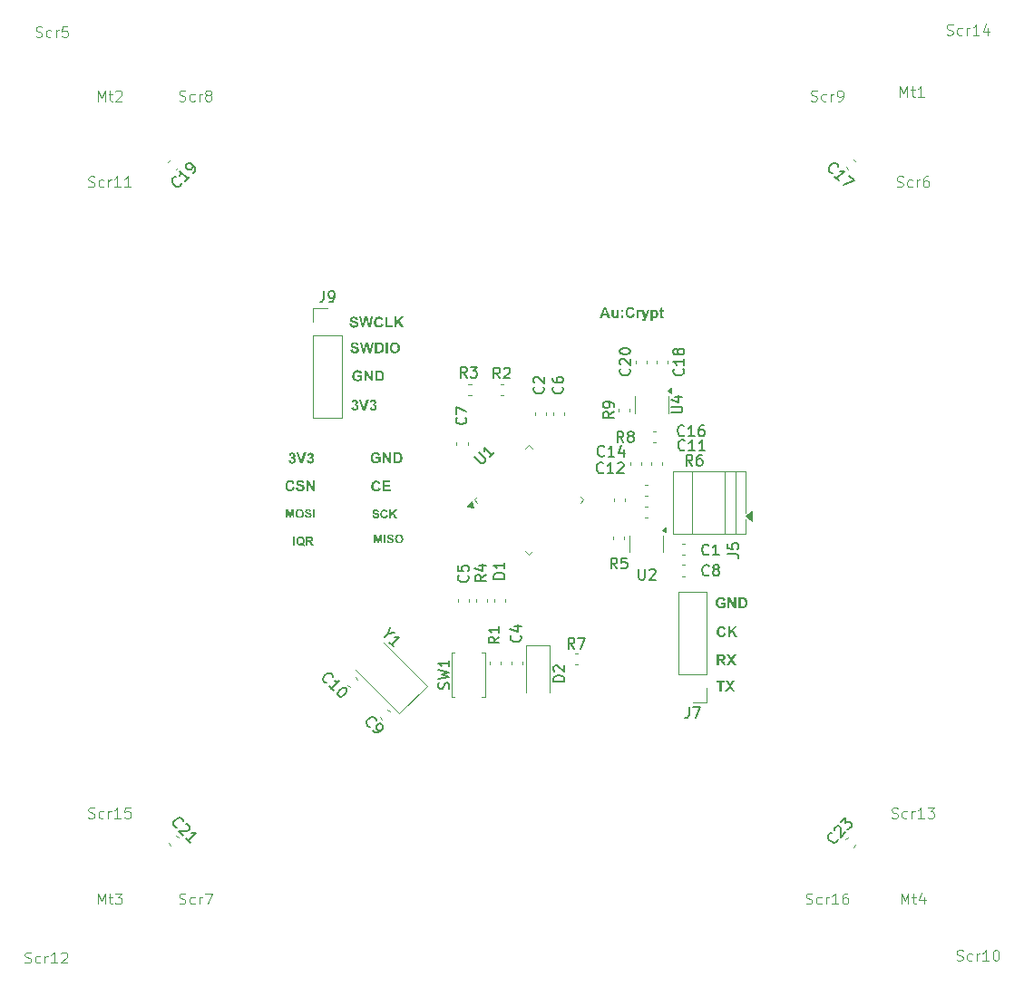
<source format=gbr>
%TF.GenerationSoftware,KiCad,Pcbnew,9.0.0*%
%TF.CreationDate,2025-07-06T23:34:01+07:00*%
%TF.ProjectId,MiniDrone_aDat,4d696e69-4472-46f6-9e65-5f614461742e,rev?*%
%TF.SameCoordinates,Original*%
%TF.FileFunction,Legend,Top*%
%TF.FilePolarity,Positive*%
%FSLAX46Y46*%
G04 Gerber Fmt 4.6, Leading zero omitted, Abs format (unit mm)*
G04 Created by KiCad (PCBNEW 9.0.0) date 2025-07-06 23:34:01*
%MOMM*%
%LPD*%
G01*
G04 APERTURE LIST*
%ADD10C,0.200000*%
%ADD11C,0.150000*%
%ADD12C,0.100000*%
%ADD13C,0.120000*%
G04 APERTURE END LIST*
D10*
G36*
X80016496Y-104254000D02*
G01*
X80016496Y-103450538D01*
X80178283Y-103450538D01*
X80178283Y-104254000D01*
X80016496Y-104254000D01*
G37*
G36*
X80760761Y-103442806D02*
G01*
X80823551Y-103456464D01*
X80879005Y-103478362D01*
X80928188Y-103508339D01*
X80971877Y-103546721D01*
X81008050Y-103591564D01*
X81036768Y-103643251D01*
X81058067Y-103702800D01*
X81071521Y-103771518D01*
X81076266Y-103850950D01*
X81072802Y-103919542D01*
X81062938Y-103979845D01*
X81047299Y-104032911D01*
X81030292Y-104071535D01*
X81007174Y-104110134D01*
X80977348Y-104148926D01*
X81039415Y-104187004D01*
X81106894Y-104216484D01*
X81047299Y-104335284D01*
X81011291Y-104322583D01*
X80975736Y-104305681D01*
X80868073Y-104235193D01*
X80814629Y-104254079D01*
X80756762Y-104265656D01*
X80693733Y-104269631D01*
X80619374Y-104264775D01*
X80554555Y-104250938D01*
X80497848Y-104228863D01*
X80448071Y-104198803D01*
X80404354Y-104160503D01*
X80368144Y-104115490D01*
X80339365Y-104063501D01*
X80317998Y-104003492D01*
X80304489Y-103934128D01*
X80299720Y-103853832D01*
X80299834Y-103851927D01*
X80466392Y-103851927D01*
X80470958Y-103923336D01*
X80483487Y-103980561D01*
X80502664Y-104026185D01*
X80527843Y-104062318D01*
X80560948Y-104093079D01*
X80597357Y-104114586D01*
X80637789Y-104127596D01*
X80683328Y-104132073D01*
X80717552Y-104129132D01*
X80749469Y-104120448D01*
X80699328Y-104091129D01*
X80649476Y-104069547D01*
X80694808Y-103975758D01*
X80746614Y-103997014D01*
X80797377Y-104024598D01*
X80847313Y-104058898D01*
X80874199Y-104019144D01*
X80894012Y-103970434D01*
X80905480Y-103916379D01*
X80909595Y-103851390D01*
X80905048Y-103780981D01*
X80892575Y-103724599D01*
X80873479Y-103679678D01*
X80848387Y-103644125D01*
X80815537Y-103614222D01*
X80778523Y-103593056D01*
X80736507Y-103580096D01*
X80688262Y-103575591D01*
X80640046Y-103580115D01*
X80597985Y-103593142D01*
X80560861Y-103614440D01*
X80527843Y-103644565D01*
X80502618Y-103680323D01*
X80483447Y-103725356D01*
X80470944Y-103781717D01*
X80466392Y-103851927D01*
X80299834Y-103851927D01*
X80304492Y-103773832D01*
X80318019Y-103704631D01*
X80339430Y-103644672D01*
X80368296Y-103592637D01*
X80404647Y-103547503D01*
X80448561Y-103508864D01*
X80498056Y-103478676D01*
X80553922Y-103456613D01*
X80617242Y-103442846D01*
X80689337Y-103438033D01*
X80760761Y-103442806D01*
G37*
G36*
X81630784Y-103453601D02*
G01*
X81690877Y-103461421D01*
X81730788Y-103472227D01*
X81766849Y-103490328D01*
X81797721Y-103515787D01*
X81823991Y-103549408D01*
X81843246Y-103587687D01*
X81854947Y-103629679D01*
X81858967Y-103676267D01*
X81855424Y-103720995D01*
X81845250Y-103760260D01*
X81828789Y-103795003D01*
X81805917Y-103825939D01*
X81777767Y-103851520D01*
X81742828Y-103872597D01*
X81699900Y-103889048D01*
X81647452Y-103900336D01*
X81696401Y-103933296D01*
X81734061Y-103967600D01*
X81769760Y-104012216D01*
X81826189Y-104097684D01*
X81923984Y-104254000D01*
X81730544Y-104254000D01*
X81613600Y-104079415D01*
X81555190Y-103995187D01*
X81528360Y-103961787D01*
X81504087Y-103940904D01*
X81479706Y-103928521D01*
X81450226Y-103922184D01*
X81398276Y-103919484D01*
X81365498Y-103919484D01*
X81365498Y-104254000D01*
X81203712Y-104254000D01*
X81203712Y-103791306D01*
X81365498Y-103791306D01*
X81485177Y-103791306D01*
X81590946Y-103787940D01*
X81630551Y-103781341D01*
X81656490Y-103767643D01*
X81675882Y-103746951D01*
X81687961Y-103720330D01*
X81692295Y-103685939D01*
X81689694Y-103659333D01*
X81682391Y-103637574D01*
X81670704Y-103619652D01*
X81645391Y-103599426D01*
X81609790Y-103587754D01*
X81491723Y-103584969D01*
X81365498Y-103584969D01*
X81365498Y-103791306D01*
X81203712Y-103791306D01*
X81203712Y-103450538D01*
X81544187Y-103450538D01*
X81630784Y-103453601D01*
G37*
G36*
X87727681Y-96202658D02*
G01*
X87727681Y-96034619D01*
X88163471Y-96034619D01*
X88163471Y-96435239D01*
X88118371Y-96471938D01*
X88058054Y-96507962D01*
X87979373Y-96543011D01*
X87897958Y-96569033D01*
X87816736Y-96584430D01*
X87735130Y-96589539D01*
X87656627Y-96585123D01*
X87585403Y-96572349D01*
X87520533Y-96551712D01*
X87461212Y-96523410D01*
X87406295Y-96486647D01*
X87359093Y-96443180D01*
X87318979Y-96392585D01*
X87285662Y-96334122D01*
X87253233Y-96250338D01*
X87233598Y-96161452D01*
X87226922Y-96066371D01*
X87231246Y-95988029D01*
X87243832Y-95915911D01*
X87264293Y-95849236D01*
X87292501Y-95787323D01*
X87329121Y-95729811D01*
X87372975Y-95679793D01*
X87424503Y-95636656D01*
X87484476Y-95600111D01*
X87550526Y-95573319D01*
X87629595Y-95556175D01*
X87724262Y-95550041D01*
X87818702Y-95555678D01*
X87897072Y-95571360D01*
X87961971Y-95595685D01*
X88015582Y-95627894D01*
X88063096Y-95670263D01*
X88101134Y-95719620D01*
X88130287Y-95776813D01*
X88150526Y-95843133D01*
X87949698Y-95882212D01*
X87931109Y-95835572D01*
X87904694Y-95796876D01*
X87870075Y-95764975D01*
X87829195Y-95741631D01*
X87781161Y-95727110D01*
X87724262Y-95721988D01*
X87659159Y-95727694D01*
X87603424Y-95743952D01*
X87555302Y-95770177D01*
X87513541Y-95806741D01*
X87481199Y-95850895D01*
X87456827Y-95905849D01*
X87441042Y-95973937D01*
X87435322Y-96058066D01*
X87441190Y-96149266D01*
X87457307Y-96222541D01*
X87482018Y-96281139D01*
X87514518Y-96327711D01*
X87557124Y-96366964D01*
X87605125Y-96394713D01*
X87659610Y-96411692D01*
X87722185Y-96417592D01*
X87785226Y-96411406D01*
X87849619Y-96392374D01*
X87910099Y-96363828D01*
X87959223Y-96331191D01*
X87959223Y-96202658D01*
X87727681Y-96202658D01*
G37*
G36*
X88352210Y-96570000D02*
G01*
X88352210Y-95565673D01*
X88548948Y-95565673D01*
X88958787Y-96238012D01*
X88958787Y-95565673D01*
X89146671Y-95565673D01*
X89146671Y-96570000D01*
X88943766Y-96570000D01*
X88540033Y-95907674D01*
X88540033Y-96570000D01*
X88352210Y-96570000D01*
G37*
G36*
X89846727Y-95571249D02*
G01*
X89919760Y-95584846D01*
X89975901Y-95606772D01*
X90025979Y-95637461D01*
X90070764Y-95677353D01*
X90108757Y-95724157D01*
X90140639Y-95778101D01*
X90166385Y-95840080D01*
X90183768Y-95905058D01*
X90195092Y-95983424D01*
X90199174Y-96077423D01*
X90195430Y-96159848D01*
X90184899Y-96230596D01*
X90168461Y-96291196D01*
X90138809Y-96361616D01*
X90102987Y-96420228D01*
X90061177Y-96468578D01*
X90023733Y-96499172D01*
X89976909Y-96525995D01*
X89919089Y-96548750D01*
X89846381Y-96564009D01*
X89740120Y-96570000D01*
X89359651Y-96570000D01*
X89359651Y-96401960D01*
X89561823Y-96401960D01*
X89712826Y-96401960D01*
X89791635Y-96399050D01*
X89835069Y-96392313D01*
X89880826Y-96375246D01*
X89916707Y-96350364D01*
X89935477Y-96328644D01*
X89953244Y-96297080D01*
X89969647Y-96252972D01*
X89984333Y-96178955D01*
X89990163Y-96068203D01*
X89984232Y-95958099D01*
X89969647Y-95888562D01*
X89944120Y-95831211D01*
X89912250Y-95790865D01*
X89871183Y-95761821D01*
X89818705Y-95743360D01*
X89766256Y-95736778D01*
X89652681Y-95733712D01*
X89561823Y-95733712D01*
X89561823Y-96401960D01*
X89359651Y-96401960D01*
X89359651Y-95565673D01*
X89729190Y-95565673D01*
X89846727Y-95571249D01*
G37*
G36*
X85270558Y-83589553D02*
G01*
X85467295Y-83570013D01*
X85484450Y-83632095D01*
X85508704Y-83678410D01*
X85539347Y-83712224D01*
X85577963Y-83736595D01*
X85625981Y-83752033D01*
X85685893Y-83757592D01*
X85749926Y-83752326D01*
X85797754Y-83738212D01*
X85833110Y-83716864D01*
X85861405Y-83687092D01*
X85877358Y-83655725D01*
X85882630Y-83621610D01*
X85877314Y-83588917D01*
X85861809Y-83562076D01*
X85835764Y-83540653D01*
X85789024Y-83519333D01*
X85627152Y-83474881D01*
X85519603Y-83441872D01*
X85446338Y-83408170D01*
X85398968Y-83374680D01*
X85358005Y-83329916D01*
X85329598Y-83281782D01*
X85312575Y-83229430D01*
X85306767Y-83171592D01*
X85311555Y-83121472D01*
X85325863Y-83073691D01*
X85350120Y-83027428D01*
X85382773Y-82986753D01*
X85424042Y-82952755D01*
X85475172Y-82925151D01*
X85530689Y-82906325D01*
X85595821Y-82894312D01*
X85672215Y-82890041D01*
X85767832Y-82896181D01*
X85844896Y-82913071D01*
X85906739Y-82939002D01*
X85956086Y-82973145D01*
X85997815Y-83017783D01*
X86028154Y-83068752D01*
X86047726Y-83127213D01*
X86056165Y-83194856D01*
X85853932Y-83202672D01*
X85840900Y-83153265D01*
X85822119Y-83117315D01*
X85798244Y-83091847D01*
X85767865Y-83074234D01*
X85726309Y-83062488D01*
X85670200Y-83058080D01*
X85612378Y-83062668D01*
X85567262Y-83075182D01*
X85532203Y-83094412D01*
X85514197Y-83111888D01*
X85503694Y-83132306D01*
X85500085Y-83156693D01*
X85507404Y-83189382D01*
X85530127Y-83217693D01*
X85558902Y-83235373D01*
X85616068Y-83257694D01*
X85715935Y-83285287D01*
X85853090Y-83324167D01*
X85934166Y-83358011D01*
X85978321Y-83386224D01*
X86014956Y-83420069D01*
X86044808Y-83459921D01*
X86066401Y-83504673D01*
X86079989Y-83557353D01*
X86084802Y-83619656D01*
X86079520Y-83675732D01*
X86063736Y-83729248D01*
X86036992Y-83781100D01*
X86000995Y-83826677D01*
X85956305Y-83863801D01*
X85901742Y-83892964D01*
X85842313Y-83912394D01*
X85770432Y-83924997D01*
X85683817Y-83929539D01*
X85587965Y-83923247D01*
X85509286Y-83905790D01*
X85444813Y-83878712D01*
X85392130Y-83842711D01*
X85347767Y-83796138D01*
X85312628Y-83739641D01*
X85286641Y-83671537D01*
X85270558Y-83589553D01*
G37*
G36*
X86396884Y-83910000D02*
G01*
X86157770Y-82905673D01*
X86364766Y-82905673D01*
X86515769Y-83595537D01*
X86698829Y-82905673D01*
X86939286Y-82905673D01*
X87114836Y-83607199D01*
X87268525Y-82905673D01*
X87472102Y-82905673D01*
X87228897Y-83910000D01*
X87014391Y-83910000D01*
X86814966Y-83159136D01*
X86616153Y-83910000D01*
X86396884Y-83910000D01*
G37*
G36*
X88216432Y-83538750D02*
G01*
X88412498Y-83601277D01*
X88384523Y-83682292D01*
X88349971Y-83748710D01*
X88309318Y-83802657D01*
X88262533Y-83845764D01*
X88208470Y-83879752D01*
X88147014Y-83904624D01*
X88076881Y-83920179D01*
X87996491Y-83925631D01*
X87917587Y-83919888D01*
X87846463Y-83903246D01*
X87781864Y-83876144D01*
X87722787Y-83838425D01*
X87668534Y-83789344D01*
X87623807Y-83733093D01*
X87588433Y-83668995D01*
X87562314Y-83595914D01*
X87545892Y-83512389D01*
X87540123Y-83416690D01*
X87546028Y-83314866D01*
X87562746Y-83226957D01*
X87589153Y-83150979D01*
X87624651Y-83085240D01*
X87669206Y-83028405D01*
X87723634Y-82978960D01*
X87783829Y-82940728D01*
X87850600Y-82913072D01*
X87925101Y-82895975D01*
X88008764Y-82890041D01*
X88099483Y-82897357D01*
X88178158Y-82918265D01*
X88246897Y-82951958D01*
X88307290Y-82998668D01*
X88347274Y-83045165D01*
X88381606Y-83105696D01*
X88409750Y-83183133D01*
X88209593Y-83230027D01*
X88193024Y-83180823D01*
X88168375Y-83140316D01*
X88135465Y-83107112D01*
X88095815Y-83082332D01*
X88050646Y-83067233D01*
X87998506Y-83061988D01*
X87944372Y-83067215D01*
X87897050Y-83082292D01*
X87855156Y-83107024D01*
X87817766Y-83142161D01*
X87789999Y-83183408D01*
X87768321Y-83238057D01*
X87753835Y-83309465D01*
X87748463Y-83401669D01*
X87753876Y-83500171D01*
X87768347Y-83575205D01*
X87789750Y-83631468D01*
X87816789Y-83672901D01*
X87853735Y-83708414D01*
X87894980Y-83733315D01*
X87941419Y-83748448D01*
X87994415Y-83753684D01*
X88046172Y-83747799D01*
X88091912Y-83730621D01*
X88133084Y-83701844D01*
X88166161Y-83663661D01*
X88194216Y-83610581D01*
X88216432Y-83538750D01*
G37*
G36*
X88591284Y-83910000D02*
G01*
X88591284Y-82917397D01*
X88793517Y-82917397D01*
X88793517Y-83741960D01*
X89296290Y-83741960D01*
X89296290Y-83910000D01*
X88591284Y-83910000D01*
G37*
G36*
X89443447Y-83910000D02*
G01*
X89443447Y-82905673D01*
X89645619Y-82905673D01*
X89645619Y-83349279D01*
X90054115Y-82905673D01*
X90326018Y-82905673D01*
X89948907Y-83296095D01*
X90346535Y-83910000D01*
X90084890Y-83910000D01*
X89809567Y-83439405D01*
X89645619Y-83607260D01*
X89645619Y-83910000D01*
X89443447Y-83910000D01*
G37*
G36*
X87549232Y-104054000D02*
G01*
X87549232Y-103250538D01*
X87791325Y-103250538D01*
X87936699Y-103798619D01*
X88080411Y-103250538D01*
X88323091Y-103250538D01*
X88323091Y-104054000D01*
X88172784Y-104054000D01*
X88172784Y-103421557D01*
X88013782Y-104054000D01*
X87858004Y-104054000D01*
X87699539Y-103421557D01*
X87699539Y-104054000D01*
X87549232Y-104054000D01*
G37*
G36*
X88478918Y-104054000D02*
G01*
X88478918Y-103250538D01*
X88640704Y-103250538D01*
X88640704Y-104054000D01*
X88478918Y-104054000D01*
G37*
G36*
X88753935Y-103797642D02*
G01*
X88911325Y-103782011D01*
X88925049Y-103831676D01*
X88944452Y-103868728D01*
X88968967Y-103895779D01*
X88999860Y-103915276D01*
X89038274Y-103927626D01*
X89086203Y-103932073D01*
X89137430Y-103927860D01*
X89175692Y-103916570D01*
X89203977Y-103899491D01*
X89226613Y-103875673D01*
X89239375Y-103850580D01*
X89243593Y-103823288D01*
X89239340Y-103797133D01*
X89226936Y-103775660D01*
X89206100Y-103758522D01*
X89168709Y-103741466D01*
X89039211Y-103705905D01*
X88953172Y-103679498D01*
X88894560Y-103652536D01*
X88856664Y-103625744D01*
X88823893Y-103589933D01*
X88801168Y-103551425D01*
X88787549Y-103509544D01*
X88782903Y-103463274D01*
X88786733Y-103423178D01*
X88798179Y-103384953D01*
X88817585Y-103347942D01*
X88843708Y-103315403D01*
X88876723Y-103288204D01*
X88917627Y-103266121D01*
X88962040Y-103251060D01*
X89014146Y-103241450D01*
X89075261Y-103238033D01*
X89151754Y-103242945D01*
X89213406Y-103256457D01*
X89262880Y-103277202D01*
X89302358Y-103304516D01*
X89335741Y-103340227D01*
X89360012Y-103381002D01*
X89375670Y-103427770D01*
X89382421Y-103481885D01*
X89220635Y-103488138D01*
X89210209Y-103448612D01*
X89195184Y-103419852D01*
X89176085Y-103399478D01*
X89151781Y-103385387D01*
X89118536Y-103375990D01*
X89073649Y-103372464D01*
X89027391Y-103376135D01*
X88991299Y-103386146D01*
X88963251Y-103401529D01*
X88948847Y-103415511D01*
X88940444Y-103431844D01*
X88937557Y-103451355D01*
X88943413Y-103477506D01*
X88961591Y-103500154D01*
X88984610Y-103514298D01*
X89030344Y-103532155D01*
X89110237Y-103554230D01*
X89219961Y-103585333D01*
X89284822Y-103612408D01*
X89320146Y-103634979D01*
X89349454Y-103662055D01*
X89373335Y-103693937D01*
X89390610Y-103729738D01*
X89401480Y-103771883D01*
X89405331Y-103821725D01*
X89401105Y-103866585D01*
X89388478Y-103909398D01*
X89367083Y-103950880D01*
X89338285Y-103987342D01*
X89302533Y-104017041D01*
X89258883Y-104040371D01*
X89211340Y-104055915D01*
X89153835Y-104065998D01*
X89084542Y-104069631D01*
X89007861Y-104064598D01*
X88944918Y-104050632D01*
X88893340Y-104028970D01*
X88851193Y-104000168D01*
X88815703Y-103962910D01*
X88787591Y-103917713D01*
X88766802Y-103863229D01*
X88753935Y-103797642D01*
G37*
G36*
X89966790Y-103242830D02*
G01*
X90029394Y-103256599D01*
X90085060Y-103278753D01*
X90134797Y-103309187D01*
X90179337Y-103348284D01*
X90216257Y-103393828D01*
X90245512Y-103446128D01*
X90267167Y-103506178D01*
X90280822Y-103575264D01*
X90285631Y-103654907D01*
X90280867Y-103733868D01*
X90267331Y-103802456D01*
X90245853Y-103862161D01*
X90216821Y-103914242D01*
X90180167Y-103959673D01*
X90135961Y-103998651D01*
X90086528Y-104029000D01*
X90031133Y-104051100D01*
X89968760Y-104064841D01*
X89898164Y-104069631D01*
X89826570Y-104064837D01*
X89763521Y-104051108D01*
X89707733Y-104029075D01*
X89658152Y-103998889D01*
X89614012Y-103960210D01*
X89577272Y-103914941D01*
X89548228Y-103863232D01*
X89526782Y-103804148D01*
X89513290Y-103736474D01*
X89508548Y-103658766D01*
X89508852Y-103653295D01*
X89675219Y-103653295D01*
X89679812Y-103722621D01*
X89692498Y-103778923D01*
X89712084Y-103824521D01*
X89738039Y-103861292D01*
X89771842Y-103892447D01*
X89809146Y-103914279D01*
X89850701Y-103927512D01*
X89897627Y-103932073D01*
X89944589Y-103927528D01*
X89986004Y-103914367D01*
X90023013Y-103892699D01*
X90056385Y-103861829D01*
X90081849Y-103825422D01*
X90101205Y-103779623D01*
X90113828Y-103722360D01*
X90118422Y-103651096D01*
X90113923Y-103580533D01*
X90101594Y-103524134D01*
X90082751Y-103479307D01*
X90058046Y-103443930D01*
X90025612Y-103414202D01*
X89988724Y-103393093D01*
X89946494Y-103380117D01*
X89897627Y-103375591D01*
X89848845Y-103380149D01*
X89806494Y-103393244D01*
X89769309Y-103414605D01*
X89736427Y-103444760D01*
X89711338Y-103480585D01*
X89692239Y-103525810D01*
X89679765Y-103582526D01*
X89675219Y-103653295D01*
X89508852Y-103653295D01*
X89513065Y-103577357D01*
X89525654Y-103509299D01*
X89545184Y-103452527D01*
X89577429Y-103394305D01*
X89619727Y-103342276D01*
X89652896Y-103312003D01*
X89687363Y-103288026D01*
X89723335Y-103269833D01*
X89774165Y-103252586D01*
X89831390Y-103241800D01*
X89896015Y-103238033D01*
X89966790Y-103242830D01*
G37*
G36*
X120076299Y-114459501D02*
G01*
X120151415Y-114469276D01*
X120201304Y-114482784D01*
X120246380Y-114505411D01*
X120284970Y-114537234D01*
X120317808Y-114579260D01*
X120341877Y-114627109D01*
X120356503Y-114679599D01*
X120361528Y-114737834D01*
X120357099Y-114793744D01*
X120344382Y-114842826D01*
X120323806Y-114886254D01*
X120295216Y-114924924D01*
X120260028Y-114956900D01*
X120216354Y-114983246D01*
X120162695Y-115003810D01*
X120097135Y-115017920D01*
X120158320Y-115059120D01*
X120205396Y-115102001D01*
X120250020Y-115157770D01*
X120320556Y-115264605D01*
X120442800Y-115460000D01*
X120200999Y-115460000D01*
X120054820Y-115241769D01*
X119981806Y-115136484D01*
X119948269Y-115094734D01*
X119917928Y-115068630D01*
X119887452Y-115053152D01*
X119850602Y-115045230D01*
X119785664Y-115041856D01*
X119744692Y-115041856D01*
X119744692Y-115460000D01*
X119542459Y-115460000D01*
X119542459Y-114881632D01*
X119744692Y-114881632D01*
X119894291Y-114881632D01*
X120026502Y-114877425D01*
X120076008Y-114869176D01*
X120108431Y-114852054D01*
X120132672Y-114826189D01*
X120147771Y-114792912D01*
X120153189Y-114749924D01*
X120149937Y-114716666D01*
X120140809Y-114689468D01*
X120126200Y-114667065D01*
X120094558Y-114641782D01*
X120050057Y-114627192D01*
X119902473Y-114623712D01*
X119744692Y-114623712D01*
X119744692Y-114881632D01*
X119542459Y-114881632D01*
X119542459Y-114455673D01*
X119968053Y-114455673D01*
X120076299Y-114459501D01*
G37*
G36*
X120450188Y-115460000D02*
G01*
X120796646Y-114937564D01*
X120482306Y-114455673D01*
X120718672Y-114455673D01*
X120916936Y-114756214D01*
X121116238Y-114455673D01*
X121350528Y-114455673D01*
X121035760Y-114936282D01*
X121381303Y-115460000D01*
X121137426Y-115460000D01*
X120915532Y-115119830D01*
X120692721Y-115460000D01*
X120450188Y-115460000D01*
G37*
G36*
X79582573Y-96340416D02*
G01*
X79768381Y-96316908D01*
X79778344Y-96364733D01*
X79794489Y-96401770D01*
X79816191Y-96430176D01*
X79844143Y-96452015D01*
X79875204Y-96464914D01*
X79910469Y-96469316D01*
X79948129Y-96464271D01*
X79981063Y-96449463D01*
X80010547Y-96424192D01*
X80032505Y-96391863D01*
X80046279Y-96351948D01*
X80051214Y-96302376D01*
X80046487Y-96255491D01*
X80033296Y-96217830D01*
X80012257Y-96187398D01*
X79984091Y-96163614D01*
X79952832Y-96149694D01*
X79917308Y-96144961D01*
X79878970Y-96148208D01*
X79829197Y-96159310D01*
X79850385Y-96004277D01*
X79901167Y-96000968D01*
X79939837Y-95989370D01*
X79969209Y-95970694D01*
X79991865Y-95944538D01*
X80005485Y-95913460D01*
X80010242Y-95875928D01*
X80006657Y-95843673D01*
X79996547Y-95817415D01*
X79980139Y-95795816D01*
X79958451Y-95779489D01*
X79932257Y-95769448D01*
X79900272Y-95765896D01*
X79868831Y-95769719D01*
X79841120Y-95780906D01*
X79816191Y-95799785D01*
X79796837Y-95824457D01*
X79782548Y-95856797D01*
X79773876Y-95898764D01*
X79596922Y-95868967D01*
X79612327Y-95808879D01*
X79631079Y-95760840D01*
X79652609Y-95722909D01*
X79680230Y-95689542D01*
X79714537Y-95660963D01*
X79756413Y-95636997D01*
X79801778Y-95619837D01*
X79851298Y-95609300D01*
X79905706Y-95605673D01*
X79975175Y-95611722D01*
X80035031Y-95629001D01*
X80087061Y-95656933D01*
X80132547Y-95695921D01*
X80164024Y-95735083D01*
X80185717Y-95775526D01*
X80198567Y-95817817D01*
X80202889Y-95862739D01*
X80197391Y-95912219D01*
X80181204Y-95957034D01*
X80153899Y-95998414D01*
X80113921Y-96037100D01*
X80058724Y-96073276D01*
X80113050Y-96091048D01*
X80158448Y-96118523D01*
X80196355Y-96156074D01*
X80224735Y-96201299D01*
X80241977Y-96252524D01*
X80247951Y-96311352D01*
X80241840Y-96375403D01*
X80223951Y-96433465D01*
X80194216Y-96486854D01*
X80151598Y-96536482D01*
X80100717Y-96577058D01*
X80044579Y-96605862D01*
X79982118Y-96623459D01*
X79911873Y-96629539D01*
X79844786Y-96624216D01*
X79785705Y-96608912D01*
X79733252Y-96584112D01*
X79686376Y-96549610D01*
X79646588Y-96506859D01*
X79616231Y-96458386D01*
X79594835Y-96403320D01*
X79582573Y-96340416D01*
G37*
G36*
X80664935Y-96610000D02*
G01*
X80306997Y-95605673D01*
X80526266Y-95605673D01*
X80779729Y-96348171D01*
X81024949Y-95605673D01*
X81239455Y-95605673D01*
X80880785Y-96610000D01*
X80664935Y-96610000D01*
G37*
G36*
X81293250Y-96340416D02*
G01*
X81479057Y-96316908D01*
X81489021Y-96364733D01*
X81505166Y-96401770D01*
X81526868Y-96430176D01*
X81554819Y-96452015D01*
X81585881Y-96464914D01*
X81621146Y-96469316D01*
X81658806Y-96464271D01*
X81691740Y-96449463D01*
X81721224Y-96424192D01*
X81743182Y-96391863D01*
X81756956Y-96351948D01*
X81761891Y-96302376D01*
X81757164Y-96255491D01*
X81743973Y-96217830D01*
X81722934Y-96187398D01*
X81694768Y-96163614D01*
X81663509Y-96149694D01*
X81627984Y-96144961D01*
X81589647Y-96148208D01*
X81539874Y-96159310D01*
X81561062Y-96004277D01*
X81611844Y-96000968D01*
X81650514Y-95989370D01*
X81679886Y-95970694D01*
X81702542Y-95944538D01*
X81716162Y-95913460D01*
X81720919Y-95875928D01*
X81717334Y-95843673D01*
X81707224Y-95817415D01*
X81690816Y-95795816D01*
X81669128Y-95779489D01*
X81642934Y-95769448D01*
X81610949Y-95765896D01*
X81579508Y-95769719D01*
X81551797Y-95780906D01*
X81526868Y-95799785D01*
X81507514Y-95824457D01*
X81493225Y-95856797D01*
X81484553Y-95898764D01*
X81307599Y-95868967D01*
X81323004Y-95808879D01*
X81341756Y-95760840D01*
X81363286Y-95722909D01*
X81390907Y-95689542D01*
X81425214Y-95660963D01*
X81467090Y-95636997D01*
X81512455Y-95619837D01*
X81561975Y-95609300D01*
X81616383Y-95605673D01*
X81685852Y-95611722D01*
X81745708Y-95629001D01*
X81797737Y-95656933D01*
X81843224Y-95695921D01*
X81874701Y-95735083D01*
X81896394Y-95775526D01*
X81909244Y-95817817D01*
X81913565Y-95862739D01*
X81908068Y-95912219D01*
X81891881Y-95957034D01*
X81864576Y-95998414D01*
X81824598Y-96037100D01*
X81769401Y-96073276D01*
X81823727Y-96091048D01*
X81869124Y-96118523D01*
X81907032Y-96156074D01*
X81935411Y-96201299D01*
X81952654Y-96252524D01*
X81958628Y-96311352D01*
X81952517Y-96375403D01*
X81934628Y-96433465D01*
X81904893Y-96486854D01*
X81862274Y-96536482D01*
X81811394Y-96577058D01*
X81755256Y-96605862D01*
X81692794Y-96623459D01*
X81622550Y-96629539D01*
X81555463Y-96624216D01*
X81496382Y-96608912D01*
X81443929Y-96584112D01*
X81397053Y-96549610D01*
X81357265Y-96506859D01*
X81326908Y-96458386D01*
X81305512Y-96403320D01*
X81293250Y-96340416D01*
G37*
G36*
X86017681Y-88552658D02*
G01*
X86017681Y-88384619D01*
X86453471Y-88384619D01*
X86453471Y-88785239D01*
X86408371Y-88821938D01*
X86348054Y-88857962D01*
X86269373Y-88893011D01*
X86187958Y-88919033D01*
X86106736Y-88934430D01*
X86025130Y-88939539D01*
X85946627Y-88935123D01*
X85875403Y-88922349D01*
X85810533Y-88901712D01*
X85751212Y-88873410D01*
X85696295Y-88836647D01*
X85649093Y-88793180D01*
X85608979Y-88742585D01*
X85575662Y-88684122D01*
X85543233Y-88600338D01*
X85523598Y-88511452D01*
X85516922Y-88416371D01*
X85521246Y-88338029D01*
X85533832Y-88265911D01*
X85554293Y-88199236D01*
X85582501Y-88137323D01*
X85619121Y-88079811D01*
X85662975Y-88029793D01*
X85714503Y-87986656D01*
X85774476Y-87950111D01*
X85840526Y-87923319D01*
X85919595Y-87906175D01*
X86014262Y-87900041D01*
X86108702Y-87905678D01*
X86187072Y-87921360D01*
X86251971Y-87945685D01*
X86305582Y-87977894D01*
X86353096Y-88020263D01*
X86391134Y-88069620D01*
X86420287Y-88126813D01*
X86440526Y-88193133D01*
X86239698Y-88232212D01*
X86221109Y-88185572D01*
X86194694Y-88146876D01*
X86160075Y-88114975D01*
X86119195Y-88091631D01*
X86071161Y-88077110D01*
X86014262Y-88071988D01*
X85949159Y-88077694D01*
X85893424Y-88093952D01*
X85845302Y-88120177D01*
X85803541Y-88156741D01*
X85771199Y-88200895D01*
X85746827Y-88255849D01*
X85731042Y-88323937D01*
X85725322Y-88408066D01*
X85731190Y-88499266D01*
X85747307Y-88572541D01*
X85772018Y-88631139D01*
X85804518Y-88677711D01*
X85847124Y-88716964D01*
X85895125Y-88744713D01*
X85949610Y-88761692D01*
X86012185Y-88767592D01*
X86075226Y-88761406D01*
X86139619Y-88742374D01*
X86200099Y-88713828D01*
X86249223Y-88681191D01*
X86249223Y-88552658D01*
X86017681Y-88552658D01*
G37*
G36*
X86642210Y-88920000D02*
G01*
X86642210Y-87915673D01*
X86838948Y-87915673D01*
X87248787Y-88588012D01*
X87248787Y-87915673D01*
X87436671Y-87915673D01*
X87436671Y-88920000D01*
X87233766Y-88920000D01*
X86830033Y-88257674D01*
X86830033Y-88920000D01*
X86642210Y-88920000D01*
G37*
G36*
X88136727Y-87921249D02*
G01*
X88209760Y-87934846D01*
X88265901Y-87956772D01*
X88315979Y-87987461D01*
X88360764Y-88027353D01*
X88398757Y-88074157D01*
X88430639Y-88128101D01*
X88456385Y-88190080D01*
X88473768Y-88255058D01*
X88485092Y-88333424D01*
X88489174Y-88427423D01*
X88485430Y-88509848D01*
X88474899Y-88580596D01*
X88458461Y-88641196D01*
X88428809Y-88711616D01*
X88392987Y-88770228D01*
X88351177Y-88818578D01*
X88313733Y-88849172D01*
X88266909Y-88875995D01*
X88209089Y-88898750D01*
X88136381Y-88914009D01*
X88030120Y-88920000D01*
X87649651Y-88920000D01*
X87649651Y-88751960D01*
X87851823Y-88751960D01*
X88002826Y-88751960D01*
X88081635Y-88749050D01*
X88125069Y-88742313D01*
X88170826Y-88725246D01*
X88206707Y-88700364D01*
X88225477Y-88678644D01*
X88243244Y-88647080D01*
X88259647Y-88602972D01*
X88274333Y-88528955D01*
X88280163Y-88418203D01*
X88274232Y-88308099D01*
X88259647Y-88238562D01*
X88234120Y-88181211D01*
X88202250Y-88140865D01*
X88161183Y-88111821D01*
X88108705Y-88093360D01*
X88056256Y-88086778D01*
X87942681Y-88083712D01*
X87851823Y-88083712D01*
X87851823Y-88751960D01*
X87649651Y-88751960D01*
X87649651Y-87915673D01*
X88019190Y-87915673D01*
X88136727Y-87921249D01*
G37*
G36*
X85432573Y-91380416D02*
G01*
X85618381Y-91356908D01*
X85628344Y-91404733D01*
X85644489Y-91441770D01*
X85666191Y-91470176D01*
X85694143Y-91492015D01*
X85725204Y-91504914D01*
X85760469Y-91509316D01*
X85798129Y-91504271D01*
X85831063Y-91489463D01*
X85860547Y-91464192D01*
X85882505Y-91431863D01*
X85896279Y-91391948D01*
X85901214Y-91342376D01*
X85896487Y-91295491D01*
X85883296Y-91257830D01*
X85862257Y-91227398D01*
X85834091Y-91203614D01*
X85802832Y-91189694D01*
X85767308Y-91184961D01*
X85728970Y-91188208D01*
X85679197Y-91199310D01*
X85700385Y-91044277D01*
X85751167Y-91040968D01*
X85789837Y-91029370D01*
X85819209Y-91010694D01*
X85841865Y-90984538D01*
X85855485Y-90953460D01*
X85860242Y-90915928D01*
X85856657Y-90883673D01*
X85846547Y-90857415D01*
X85830139Y-90835816D01*
X85808451Y-90819489D01*
X85782257Y-90809448D01*
X85750272Y-90805896D01*
X85718831Y-90809719D01*
X85691120Y-90820906D01*
X85666191Y-90839785D01*
X85646837Y-90864457D01*
X85632548Y-90896797D01*
X85623876Y-90938764D01*
X85446922Y-90908967D01*
X85462327Y-90848879D01*
X85481079Y-90800840D01*
X85502609Y-90762909D01*
X85530230Y-90729542D01*
X85564537Y-90700963D01*
X85606413Y-90676997D01*
X85651778Y-90659837D01*
X85701298Y-90649300D01*
X85755706Y-90645673D01*
X85825175Y-90651722D01*
X85885031Y-90669001D01*
X85937061Y-90696933D01*
X85982547Y-90735921D01*
X86014024Y-90775083D01*
X86035717Y-90815526D01*
X86048567Y-90857817D01*
X86052889Y-90902739D01*
X86047391Y-90952219D01*
X86031204Y-90997034D01*
X86003899Y-91038414D01*
X85963921Y-91077100D01*
X85908724Y-91113276D01*
X85963050Y-91131048D01*
X86008448Y-91158523D01*
X86046355Y-91196074D01*
X86074735Y-91241299D01*
X86091977Y-91292524D01*
X86097951Y-91351352D01*
X86091840Y-91415403D01*
X86073951Y-91473465D01*
X86044216Y-91526854D01*
X86001598Y-91576482D01*
X85950717Y-91617058D01*
X85894579Y-91645862D01*
X85832118Y-91663459D01*
X85761873Y-91669539D01*
X85694786Y-91664216D01*
X85635705Y-91648912D01*
X85583252Y-91624112D01*
X85536376Y-91589610D01*
X85496588Y-91546859D01*
X85466231Y-91498386D01*
X85444835Y-91443320D01*
X85432573Y-91380416D01*
G37*
G36*
X86514935Y-91650000D02*
G01*
X86156997Y-90645673D01*
X86376266Y-90645673D01*
X86629729Y-91388171D01*
X86874949Y-90645673D01*
X87089455Y-90645673D01*
X86730785Y-91650000D01*
X86514935Y-91650000D01*
G37*
G36*
X87143250Y-91380416D02*
G01*
X87329057Y-91356908D01*
X87339021Y-91404733D01*
X87355166Y-91441770D01*
X87376868Y-91470176D01*
X87404819Y-91492015D01*
X87435881Y-91504914D01*
X87471146Y-91509316D01*
X87508806Y-91504271D01*
X87541740Y-91489463D01*
X87571224Y-91464192D01*
X87593182Y-91431863D01*
X87606956Y-91391948D01*
X87611891Y-91342376D01*
X87607164Y-91295491D01*
X87593973Y-91257830D01*
X87572934Y-91227398D01*
X87544768Y-91203614D01*
X87513509Y-91189694D01*
X87477984Y-91184961D01*
X87439647Y-91188208D01*
X87389874Y-91199310D01*
X87411062Y-91044277D01*
X87461844Y-91040968D01*
X87500514Y-91029370D01*
X87529886Y-91010694D01*
X87552542Y-90984538D01*
X87566162Y-90953460D01*
X87570919Y-90915928D01*
X87567334Y-90883673D01*
X87557224Y-90857415D01*
X87540816Y-90835816D01*
X87519128Y-90819489D01*
X87492934Y-90809448D01*
X87460949Y-90805896D01*
X87429508Y-90809719D01*
X87401797Y-90820906D01*
X87376868Y-90839785D01*
X87357514Y-90864457D01*
X87343225Y-90896797D01*
X87334553Y-90938764D01*
X87157599Y-90908967D01*
X87173004Y-90848879D01*
X87191756Y-90800840D01*
X87213286Y-90762909D01*
X87240907Y-90729542D01*
X87275214Y-90700963D01*
X87317090Y-90676997D01*
X87362455Y-90659837D01*
X87411975Y-90649300D01*
X87466383Y-90645673D01*
X87535852Y-90651722D01*
X87595708Y-90669001D01*
X87647737Y-90696933D01*
X87693224Y-90735921D01*
X87724701Y-90775083D01*
X87746394Y-90815526D01*
X87759244Y-90857817D01*
X87763565Y-90902739D01*
X87758068Y-90952219D01*
X87741881Y-90997034D01*
X87714576Y-91038414D01*
X87674598Y-91077100D01*
X87619401Y-91113276D01*
X87673727Y-91131048D01*
X87719124Y-91158523D01*
X87757032Y-91196074D01*
X87785411Y-91241299D01*
X87802654Y-91292524D01*
X87808628Y-91351352D01*
X87802517Y-91415403D01*
X87784628Y-91473465D01*
X87754893Y-91526854D01*
X87712274Y-91576482D01*
X87661394Y-91617058D01*
X87605256Y-91645862D01*
X87542794Y-91663459D01*
X87472550Y-91669539D01*
X87405463Y-91664216D01*
X87346382Y-91648912D01*
X87293929Y-91624112D01*
X87247053Y-91589610D01*
X87207265Y-91546859D01*
X87176908Y-91498386D01*
X87155512Y-91443320D01*
X87143250Y-91380416D01*
G37*
G36*
X109624876Y-83000000D02*
G01*
X109404874Y-83000000D01*
X109317435Y-82773342D01*
X108917182Y-82773342D01*
X108834506Y-83000000D01*
X108620000Y-83000000D01*
X108773290Y-82605303D01*
X108979342Y-82605303D01*
X109252588Y-82605303D01*
X109114591Y-82230146D01*
X108979342Y-82605303D01*
X108773290Y-82605303D01*
X109010055Y-81995673D01*
X109223890Y-81995673D01*
X109624876Y-83000000D01*
G37*
G36*
X110208128Y-83000000D02*
G01*
X110208128Y-82891372D01*
X110179101Y-82927352D01*
X110144538Y-82958302D01*
X110103897Y-82984490D01*
X110059800Y-83004058D01*
X110014587Y-83015658D01*
X109967670Y-83019539D01*
X109919754Y-83015818D01*
X109876273Y-83004989D01*
X109836451Y-82987238D01*
X109800984Y-82962520D01*
X109773236Y-82932467D01*
X109752431Y-82896502D01*
X109738988Y-82856592D01*
X109729883Y-82803783D01*
X109726481Y-82734996D01*
X109726481Y-82273133D01*
X109918456Y-82273133D01*
X109918456Y-82607745D01*
X109922089Y-82746967D01*
X109929019Y-82795935D01*
X109944094Y-82827132D01*
X109967609Y-82850828D01*
X109998397Y-82865699D01*
X110038684Y-82871039D01*
X110085528Y-82864212D01*
X110126795Y-82843989D01*
X110159960Y-82813170D01*
X110180101Y-82776762D01*
X110189632Y-82722469D01*
X110194450Y-82580329D01*
X110194450Y-82273133D01*
X110386425Y-82273133D01*
X110386425Y-83000000D01*
X110208128Y-83000000D01*
G37*
G36*
X110622363Y-82464619D02*
G01*
X110622363Y-82273133D01*
X110814277Y-82273133D01*
X110814277Y-82464619D01*
X110622363Y-82464619D01*
G37*
G36*
X110622363Y-83000000D02*
G01*
X110622363Y-82808513D01*
X110814277Y-82808513D01*
X110814277Y-83000000D01*
X110622363Y-83000000D01*
G37*
G36*
X111693613Y-82628750D02*
G01*
X111889678Y-82691277D01*
X111861703Y-82772292D01*
X111827152Y-82838710D01*
X111786499Y-82892657D01*
X111739713Y-82935764D01*
X111685650Y-82969752D01*
X111624195Y-82994624D01*
X111554061Y-83010179D01*
X111473672Y-83015631D01*
X111394767Y-83009888D01*
X111323643Y-82993246D01*
X111259044Y-82966144D01*
X111199967Y-82928425D01*
X111145715Y-82879344D01*
X111100988Y-82823093D01*
X111065614Y-82758995D01*
X111039495Y-82685914D01*
X111023073Y-82602389D01*
X111017304Y-82506690D01*
X111023209Y-82404866D01*
X111039927Y-82316957D01*
X111066333Y-82240979D01*
X111101832Y-82175240D01*
X111146386Y-82118405D01*
X111200815Y-82068960D01*
X111261010Y-82030728D01*
X111327781Y-82003072D01*
X111402282Y-81985975D01*
X111485945Y-81980041D01*
X111576664Y-81987357D01*
X111655338Y-82008265D01*
X111724078Y-82041958D01*
X111784471Y-82088668D01*
X111824455Y-82135165D01*
X111858787Y-82195696D01*
X111886931Y-82273133D01*
X111686774Y-82320027D01*
X111670204Y-82270823D01*
X111645556Y-82230316D01*
X111612646Y-82197112D01*
X111572996Y-82172332D01*
X111527827Y-82157233D01*
X111475687Y-82151988D01*
X111421553Y-82157215D01*
X111374231Y-82172292D01*
X111332337Y-82197024D01*
X111294947Y-82232161D01*
X111267179Y-82273408D01*
X111245502Y-82328057D01*
X111231016Y-82399465D01*
X111225643Y-82491669D01*
X111231057Y-82590171D01*
X111245528Y-82665205D01*
X111266930Y-82721468D01*
X111293970Y-82762901D01*
X111330916Y-82798414D01*
X111372161Y-82823315D01*
X111418600Y-82838448D01*
X111471596Y-82843684D01*
X111523352Y-82837799D01*
X111569092Y-82820621D01*
X111610265Y-82791844D01*
X111643342Y-82753661D01*
X111671397Y-82700581D01*
X111693613Y-82628750D01*
G37*
G36*
X112245418Y-83000000D02*
G01*
X112053443Y-83000000D01*
X112053443Y-82273133D01*
X112231741Y-82273133D01*
X112231741Y-82376264D01*
X112278843Y-82311009D01*
X112314050Y-82278384D01*
X112352830Y-82259867D01*
X112397032Y-82253593D01*
X112439800Y-82257531D01*
X112481725Y-82269417D01*
X112523428Y-82289741D01*
X112464016Y-82456926D01*
X112415326Y-82432738D01*
X112373829Y-82425540D01*
X112336095Y-82431309D01*
X112305502Y-82447950D01*
X112282079Y-82476543D01*
X112261477Y-82528855D01*
X112250611Y-82603211D01*
X112245418Y-82774075D01*
X112245418Y-83000000D01*
G37*
G36*
X112515001Y-82273133D02*
G01*
X112719249Y-82273133D01*
X112892723Y-82790500D01*
X113062166Y-82273133D01*
X113260919Y-82273133D01*
X113004769Y-82973072D01*
X112959035Y-83101849D01*
X112932726Y-83161019D01*
X112910858Y-83198691D01*
X112885892Y-83229361D01*
X112858224Y-83252974D01*
X112826111Y-83271045D01*
X112785134Y-83285397D01*
X112740197Y-83293950D01*
X112687131Y-83296999D01*
X112632222Y-83294104D01*
X112578504Y-83285458D01*
X112561407Y-83135615D01*
X112605533Y-83142486D01*
X112642679Y-83144591D01*
X112685510Y-83139673D01*
X112717647Y-83126226D01*
X112741720Y-83104902D01*
X112769385Y-83061260D01*
X112790935Y-83003907D01*
X112515001Y-82273133D01*
G37*
G36*
X113843974Y-82259861D02*
G01*
X113899183Y-82278264D01*
X113950101Y-82309071D01*
X113997616Y-82353672D01*
X114034545Y-82405702D01*
X114061981Y-82468060D01*
X114079475Y-82542782D01*
X114085727Y-82632414D01*
X114079393Y-82724605D01*
X114061702Y-82801202D01*
X114034028Y-82864870D01*
X113996884Y-82917751D01*
X113948937Y-82963218D01*
X113897770Y-82994536D01*
X113842501Y-83013196D01*
X113781767Y-83019539D01*
X113723772Y-83013406D01*
X113672773Y-82995603D01*
X113625247Y-82965157D01*
X113570008Y-82913599D01*
X113570008Y-83277459D01*
X113378033Y-83277459D01*
X113378033Y-82622400D01*
X113567932Y-82622400D01*
X113574342Y-82704780D01*
X113591273Y-82764621D01*
X113616414Y-82807353D01*
X113652055Y-82841226D01*
X113690950Y-82860623D01*
X113734628Y-82867131D01*
X113776666Y-82861055D01*
X113813259Y-82843145D01*
X113845942Y-82812238D01*
X113868665Y-82772848D01*
X113884344Y-82714959D01*
X113890394Y-82632170D01*
X113884368Y-82555348D01*
X113868400Y-82499184D01*
X113844598Y-82458757D01*
X113810948Y-82426765D01*
X113773660Y-82408322D01*
X113731209Y-82402093D01*
X113686884Y-82408298D01*
X113648483Y-82426509D01*
X113614399Y-82457719D01*
X113589997Y-82497448D01*
X113573919Y-82550968D01*
X113567932Y-82622400D01*
X113378033Y-82622400D01*
X113378033Y-82273133D01*
X113557002Y-82273133D01*
X113557002Y-82379684D01*
X113597617Y-82330139D01*
X113651280Y-82289314D01*
X113692141Y-82269541D01*
X113735830Y-82257641D01*
X113783110Y-82253593D01*
X113843974Y-82259861D01*
G37*
G36*
X114571038Y-82273133D02*
G01*
X114571038Y-82425540D01*
X114439879Y-82425540D01*
X114439879Y-82720708D01*
X114443604Y-82825183D01*
X114449694Y-82838613D01*
X114460701Y-82849668D01*
X114475162Y-82856809D01*
X114493185Y-82859316D01*
X114522298Y-82855513D01*
X114570366Y-82840875D01*
X114586730Y-82990657D01*
X114541271Y-83006400D01*
X114490969Y-83016157D01*
X114435055Y-83019539D01*
X114384910Y-83014992D01*
X114341449Y-83001953D01*
X114304238Y-82980954D01*
X114280327Y-82956463D01*
X114264503Y-82925356D01*
X114253400Y-82881053D01*
X114249208Y-82838756D01*
X114247233Y-82744583D01*
X114247233Y-82425540D01*
X114159122Y-82425540D01*
X114159122Y-82273133D01*
X114247233Y-82273133D01*
X114247233Y-82132449D01*
X114439879Y-82019120D01*
X114439879Y-82273133D01*
X114571038Y-82273133D01*
G37*
G36*
X79319232Y-101684000D02*
G01*
X79319232Y-100880538D01*
X79561325Y-100880538D01*
X79706699Y-101428619D01*
X79850411Y-100880538D01*
X80093091Y-100880538D01*
X80093091Y-101684000D01*
X79942784Y-101684000D01*
X79942784Y-101051557D01*
X79783782Y-101684000D01*
X79628004Y-101684000D01*
X79469539Y-101051557D01*
X79469539Y-101684000D01*
X79319232Y-101684000D01*
G37*
G36*
X80679316Y-100872830D02*
G01*
X80741920Y-100886599D01*
X80797586Y-100908753D01*
X80847323Y-100939187D01*
X80891863Y-100978284D01*
X80928783Y-101023828D01*
X80958038Y-101076128D01*
X80979693Y-101136178D01*
X80993348Y-101205264D01*
X80998157Y-101284907D01*
X80993393Y-101363868D01*
X80979858Y-101432456D01*
X80958379Y-101492161D01*
X80929347Y-101544242D01*
X80892693Y-101589673D01*
X80848487Y-101628651D01*
X80799054Y-101659000D01*
X80743659Y-101681100D01*
X80681286Y-101694841D01*
X80610690Y-101699631D01*
X80539096Y-101694837D01*
X80476047Y-101681108D01*
X80420259Y-101659075D01*
X80370679Y-101628889D01*
X80326538Y-101590210D01*
X80289798Y-101544941D01*
X80260754Y-101493232D01*
X80239308Y-101434148D01*
X80225817Y-101366474D01*
X80221074Y-101288766D01*
X80221378Y-101283295D01*
X80387745Y-101283295D01*
X80392338Y-101352621D01*
X80405024Y-101408923D01*
X80424610Y-101454521D01*
X80450565Y-101491292D01*
X80484368Y-101522447D01*
X80521673Y-101544279D01*
X80563228Y-101557512D01*
X80610153Y-101562073D01*
X80657115Y-101557528D01*
X80698530Y-101544367D01*
X80735540Y-101522699D01*
X80768911Y-101491829D01*
X80794375Y-101455422D01*
X80813732Y-101409623D01*
X80826354Y-101352360D01*
X80830949Y-101281096D01*
X80826449Y-101210533D01*
X80814121Y-101154134D01*
X80795277Y-101109307D01*
X80770572Y-101073930D01*
X80738138Y-101044202D01*
X80701251Y-101023093D01*
X80659020Y-101010117D01*
X80610153Y-101005591D01*
X80561371Y-101010149D01*
X80519020Y-101023244D01*
X80481835Y-101044605D01*
X80448953Y-101074760D01*
X80423864Y-101110585D01*
X80404765Y-101155810D01*
X80392292Y-101212526D01*
X80387745Y-101283295D01*
X80221378Y-101283295D01*
X80225591Y-101207357D01*
X80238180Y-101139299D01*
X80257711Y-101082527D01*
X80289955Y-101024305D01*
X80332254Y-100972276D01*
X80365422Y-100942003D01*
X80399889Y-100918026D01*
X80435861Y-100899833D01*
X80486691Y-100882586D01*
X80543916Y-100871800D01*
X80608541Y-100868033D01*
X80679316Y-100872830D01*
G37*
G36*
X81083545Y-101427642D02*
G01*
X81240935Y-101412011D01*
X81254658Y-101461676D01*
X81274062Y-101498728D01*
X81298576Y-101525779D01*
X81329469Y-101545276D01*
X81367883Y-101557626D01*
X81415812Y-101562073D01*
X81467039Y-101557860D01*
X81505301Y-101546570D01*
X81533586Y-101529491D01*
X81556222Y-101505673D01*
X81568984Y-101480580D01*
X81573203Y-101453288D01*
X81568949Y-101427133D01*
X81556545Y-101405660D01*
X81535709Y-101388522D01*
X81498318Y-101371466D01*
X81368820Y-101335905D01*
X81282781Y-101309498D01*
X81224169Y-101282536D01*
X81186273Y-101255744D01*
X81153503Y-101219933D01*
X81130777Y-101181425D01*
X81117158Y-101139544D01*
X81112512Y-101093274D01*
X81116342Y-101053178D01*
X81127788Y-101014953D01*
X81147194Y-100977942D01*
X81173317Y-100945403D01*
X81206332Y-100918204D01*
X81247236Y-100896121D01*
X81291649Y-100881060D01*
X81343755Y-100871450D01*
X81404870Y-100868033D01*
X81481364Y-100872945D01*
X81543015Y-100886457D01*
X81592490Y-100907202D01*
X81631967Y-100934516D01*
X81665350Y-100970227D01*
X81689621Y-101011002D01*
X81705279Y-101057770D01*
X81712030Y-101111885D01*
X81550244Y-101118138D01*
X81539818Y-101078612D01*
X81524793Y-101049852D01*
X81505694Y-101029478D01*
X81481390Y-101015387D01*
X81448146Y-101005990D01*
X81403258Y-101002464D01*
X81357000Y-101006135D01*
X81320908Y-101016146D01*
X81292861Y-101031529D01*
X81278456Y-101045511D01*
X81270053Y-101061844D01*
X81267166Y-101081355D01*
X81273022Y-101107506D01*
X81291200Y-101130154D01*
X81314220Y-101144298D01*
X81359953Y-101162155D01*
X81439846Y-101184230D01*
X81549570Y-101215333D01*
X81614431Y-101242408D01*
X81649755Y-101264979D01*
X81679063Y-101292055D01*
X81702944Y-101323937D01*
X81720219Y-101359738D01*
X81731090Y-101401883D01*
X81734940Y-101451725D01*
X81730714Y-101496585D01*
X81718087Y-101539398D01*
X81696692Y-101580880D01*
X81667894Y-101617342D01*
X81632143Y-101647041D01*
X81588492Y-101670371D01*
X81540949Y-101685915D01*
X81483444Y-101695998D01*
X81414152Y-101699631D01*
X81337470Y-101694598D01*
X81274527Y-101680632D01*
X81222949Y-101658970D01*
X81180802Y-101630168D01*
X81145312Y-101592910D01*
X81117201Y-101547713D01*
X81096411Y-101493229D01*
X81083545Y-101427642D01*
G37*
G36*
X81866001Y-101684000D02*
G01*
X81866001Y-100880538D01*
X82027787Y-100880538D01*
X82027787Y-101684000D01*
X81866001Y-101684000D01*
G37*
G36*
X120212559Y-112448750D02*
G01*
X120408625Y-112511277D01*
X120380650Y-112592292D01*
X120346098Y-112658710D01*
X120305445Y-112712657D01*
X120258660Y-112755764D01*
X120204597Y-112789752D01*
X120143141Y-112814624D01*
X120073008Y-112830179D01*
X119992618Y-112835631D01*
X119913714Y-112829888D01*
X119842590Y-112813246D01*
X119777991Y-112786144D01*
X119718914Y-112748425D01*
X119664661Y-112699344D01*
X119619934Y-112643093D01*
X119584560Y-112578995D01*
X119558441Y-112505914D01*
X119542019Y-112422389D01*
X119536250Y-112326690D01*
X119542155Y-112224866D01*
X119558873Y-112136957D01*
X119585280Y-112060979D01*
X119620778Y-111995240D01*
X119665333Y-111938405D01*
X119719761Y-111888960D01*
X119779956Y-111850728D01*
X119846727Y-111823072D01*
X119921228Y-111805975D01*
X120004891Y-111800041D01*
X120095610Y-111807357D01*
X120174285Y-111828265D01*
X120243024Y-111861958D01*
X120303417Y-111908668D01*
X120343401Y-111955165D01*
X120377733Y-112015696D01*
X120405877Y-112093133D01*
X120205720Y-112140027D01*
X120189151Y-112090823D01*
X120164502Y-112050316D01*
X120131592Y-112017112D01*
X120091942Y-111992332D01*
X120046773Y-111977233D01*
X119994633Y-111971988D01*
X119940499Y-111977215D01*
X119893177Y-111992292D01*
X119851283Y-112017024D01*
X119813893Y-112052161D01*
X119786126Y-112093408D01*
X119764448Y-112148057D01*
X119749962Y-112219465D01*
X119744590Y-112311669D01*
X119750003Y-112410171D01*
X119764474Y-112485205D01*
X119785877Y-112541468D01*
X119812916Y-112582901D01*
X119849862Y-112618414D01*
X119891107Y-112643315D01*
X119937546Y-112658448D01*
X119990542Y-112663684D01*
X120042299Y-112657799D01*
X120088039Y-112640621D01*
X120129211Y-112611844D01*
X120162288Y-112573661D01*
X120190343Y-112520581D01*
X120212559Y-112448750D01*
G37*
G36*
X120584724Y-112820000D02*
G01*
X120584724Y-111815673D01*
X120786896Y-111815673D01*
X120786896Y-112259279D01*
X121195392Y-111815673D01*
X121467295Y-111815673D01*
X121090184Y-112206095D01*
X121487812Y-112820000D01*
X121226167Y-112820000D01*
X120950844Y-112349405D01*
X120786896Y-112517260D01*
X120786896Y-112820000D01*
X120584724Y-112820000D01*
G37*
G36*
X79942559Y-98808750D02*
G01*
X80138625Y-98871277D01*
X80110650Y-98952292D01*
X80076098Y-99018710D01*
X80035445Y-99072657D01*
X79988660Y-99115764D01*
X79934597Y-99149752D01*
X79873141Y-99174624D01*
X79803008Y-99190179D01*
X79722618Y-99195631D01*
X79643714Y-99189888D01*
X79572590Y-99173246D01*
X79507991Y-99146144D01*
X79448914Y-99108425D01*
X79394661Y-99059344D01*
X79349934Y-99003093D01*
X79314560Y-98938995D01*
X79288441Y-98865914D01*
X79272019Y-98782389D01*
X79266250Y-98686690D01*
X79272155Y-98584866D01*
X79288873Y-98496957D01*
X79315280Y-98420979D01*
X79350778Y-98355240D01*
X79395333Y-98298405D01*
X79449761Y-98248960D01*
X79509956Y-98210728D01*
X79576727Y-98183072D01*
X79651228Y-98165975D01*
X79734891Y-98160041D01*
X79825610Y-98167357D01*
X79904285Y-98188265D01*
X79973024Y-98221958D01*
X80033417Y-98268668D01*
X80073401Y-98315165D01*
X80107733Y-98375696D01*
X80135877Y-98453133D01*
X79935720Y-98500027D01*
X79919151Y-98450823D01*
X79894502Y-98410316D01*
X79861592Y-98377112D01*
X79821942Y-98352332D01*
X79776773Y-98337233D01*
X79724633Y-98331988D01*
X79670499Y-98337215D01*
X79623177Y-98352292D01*
X79581283Y-98377024D01*
X79543893Y-98412161D01*
X79516126Y-98453408D01*
X79494448Y-98508057D01*
X79479962Y-98579465D01*
X79474590Y-98671669D01*
X79480003Y-98770171D01*
X79494474Y-98845205D01*
X79515877Y-98901468D01*
X79542916Y-98942901D01*
X79579862Y-98978414D01*
X79621107Y-99003315D01*
X79667546Y-99018448D01*
X79720542Y-99023684D01*
X79772299Y-99017799D01*
X79818039Y-99000621D01*
X79859211Y-98971844D01*
X79892288Y-98933661D01*
X79920343Y-98880581D01*
X79942559Y-98808750D01*
G37*
G36*
X80260746Y-98859553D02*
G01*
X80457484Y-98840013D01*
X80474638Y-98902095D01*
X80498893Y-98948410D01*
X80529535Y-98982224D01*
X80568152Y-99006595D01*
X80616169Y-99022033D01*
X80676081Y-99027592D01*
X80740114Y-99022326D01*
X80787942Y-99008212D01*
X80823299Y-98986864D01*
X80851594Y-98957092D01*
X80867546Y-98925725D01*
X80872819Y-98891610D01*
X80867502Y-98858917D01*
X80851997Y-98832076D01*
X80825952Y-98810653D01*
X80779213Y-98789333D01*
X80617341Y-98744881D01*
X80509791Y-98711872D01*
X80436527Y-98678170D01*
X80389157Y-98644680D01*
X80348194Y-98599916D01*
X80319787Y-98551782D01*
X80302764Y-98499430D01*
X80296955Y-98441592D01*
X80301744Y-98391472D01*
X80316051Y-98343691D01*
X80340308Y-98297428D01*
X80372962Y-98256753D01*
X80414230Y-98222755D01*
X80465361Y-98195151D01*
X80520877Y-98176325D01*
X80586009Y-98164312D01*
X80662404Y-98160041D01*
X80758020Y-98166181D01*
X80835084Y-98183071D01*
X80896928Y-98209002D01*
X80946275Y-98243145D01*
X80988003Y-98287783D01*
X81018342Y-98338752D01*
X81037915Y-98397213D01*
X81046353Y-98464856D01*
X80844120Y-98472672D01*
X80831088Y-98423265D01*
X80812307Y-98387315D01*
X80788433Y-98361847D01*
X80758053Y-98344234D01*
X80716498Y-98332488D01*
X80660389Y-98328080D01*
X80602566Y-98332668D01*
X80557451Y-98345182D01*
X80522391Y-98364412D01*
X80504386Y-98381888D01*
X80493882Y-98402306D01*
X80490273Y-98426693D01*
X80497593Y-98459382D01*
X80520315Y-98487693D01*
X80549090Y-98505373D01*
X80606257Y-98527694D01*
X80706123Y-98555287D01*
X80843278Y-98594167D01*
X80924354Y-98628011D01*
X80968510Y-98656224D01*
X81005145Y-98690069D01*
X81034996Y-98729921D01*
X81056590Y-98774673D01*
X81070178Y-98827353D01*
X81074991Y-98889656D01*
X81069708Y-98945732D01*
X81053924Y-98999248D01*
X81027180Y-99051100D01*
X80991183Y-99096677D01*
X80946494Y-99133801D01*
X80891931Y-99162964D01*
X80832502Y-99182394D01*
X80760621Y-99194997D01*
X80674005Y-99199539D01*
X80578153Y-99193247D01*
X80499474Y-99175790D01*
X80435002Y-99148712D01*
X80382318Y-99112711D01*
X80337956Y-99066138D01*
X80302816Y-99009641D01*
X80276830Y-98941537D01*
X80260746Y-98859553D01*
G37*
G36*
X81247060Y-99180000D02*
G01*
X81247060Y-98175673D01*
X81443797Y-98175673D01*
X81853637Y-98848012D01*
X81853637Y-98175673D01*
X82041521Y-98175673D01*
X82041521Y-99180000D01*
X81838616Y-99180000D01*
X81434883Y-98517674D01*
X81434883Y-99180000D01*
X81247060Y-99180000D01*
G37*
G36*
X119797224Y-117950000D02*
G01*
X119797224Y-117113712D01*
X119500041Y-117113712D01*
X119500041Y-116945673D01*
X120295907Y-116945673D01*
X120295907Y-117113712D01*
X119999396Y-117113712D01*
X119999396Y-117950000D01*
X119797224Y-117950000D01*
G37*
G36*
X120324849Y-117950000D02*
G01*
X120671308Y-117427564D01*
X120356967Y-116945673D01*
X120593333Y-116945673D01*
X120791598Y-117246214D01*
X120990900Y-116945673D01*
X121225190Y-116945673D01*
X120910422Y-117426282D01*
X121255964Y-117950000D01*
X121012088Y-117950000D01*
X120790193Y-117609830D01*
X120567383Y-117950000D01*
X120324849Y-117950000D01*
G37*
G36*
X87380446Y-101467642D02*
G01*
X87537836Y-101452011D01*
X87551560Y-101501676D01*
X87570963Y-101538728D01*
X87595478Y-101565779D01*
X87626371Y-101585276D01*
X87664784Y-101597626D01*
X87712714Y-101602073D01*
X87763941Y-101597860D01*
X87802203Y-101586570D01*
X87830488Y-101569491D01*
X87853124Y-101545673D01*
X87865886Y-101520580D01*
X87870104Y-101493288D01*
X87865851Y-101467133D01*
X87853447Y-101445660D01*
X87832611Y-101428522D01*
X87795219Y-101411466D01*
X87665722Y-101375905D01*
X87579682Y-101349498D01*
X87521070Y-101322536D01*
X87483175Y-101295744D01*
X87450404Y-101259933D01*
X87427679Y-101221425D01*
X87414060Y-101179544D01*
X87409413Y-101133274D01*
X87413244Y-101093178D01*
X87424690Y-101054953D01*
X87444096Y-101017942D01*
X87470218Y-100985403D01*
X87503234Y-100958204D01*
X87544138Y-100936121D01*
X87588551Y-100921060D01*
X87640656Y-100911450D01*
X87701772Y-100908033D01*
X87778265Y-100912945D01*
X87839916Y-100926457D01*
X87889391Y-100947202D01*
X87928869Y-100974516D01*
X87962252Y-101010227D01*
X87986523Y-101051002D01*
X88002181Y-101097770D01*
X88008932Y-101151885D01*
X87847145Y-101158138D01*
X87836720Y-101118612D01*
X87821695Y-101089852D01*
X87802595Y-101069478D01*
X87778292Y-101055387D01*
X87745047Y-101045990D01*
X87700160Y-101042464D01*
X87653902Y-101046135D01*
X87617810Y-101056146D01*
X87589762Y-101071529D01*
X87575358Y-101085511D01*
X87566955Y-101101844D01*
X87564068Y-101121355D01*
X87569923Y-101147506D01*
X87588101Y-101170154D01*
X87611121Y-101184298D01*
X87656854Y-101202155D01*
X87736748Y-101224230D01*
X87846472Y-101255333D01*
X87911332Y-101282408D01*
X87946657Y-101304979D01*
X87975965Y-101332055D01*
X87999846Y-101363937D01*
X88017121Y-101399738D01*
X88027991Y-101441883D01*
X88031842Y-101491725D01*
X88027616Y-101536585D01*
X88014988Y-101579398D01*
X87993593Y-101620880D01*
X87964796Y-101657342D01*
X87929044Y-101687041D01*
X87885394Y-101710371D01*
X87837850Y-101725915D01*
X87780346Y-101735998D01*
X87711053Y-101739631D01*
X87634372Y-101734598D01*
X87571429Y-101720632D01*
X87519850Y-101698970D01*
X87477704Y-101670168D01*
X87442214Y-101632910D01*
X87414102Y-101587713D01*
X87393313Y-101533229D01*
X87380446Y-101467642D01*
G37*
G36*
X88680453Y-101427000D02*
G01*
X88837306Y-101477021D01*
X88814926Y-101541833D01*
X88787284Y-101594968D01*
X88754762Y-101638125D01*
X88717334Y-101672611D01*
X88674083Y-101699801D01*
X88624919Y-101719699D01*
X88568812Y-101732143D01*
X88504501Y-101736505D01*
X88441377Y-101731911D01*
X88384478Y-101718597D01*
X88332799Y-101696915D01*
X88285537Y-101666740D01*
X88242135Y-101627475D01*
X88206353Y-101582474D01*
X88178054Y-101531196D01*
X88157159Y-101472731D01*
X88144021Y-101405911D01*
X88139406Y-101329352D01*
X88144130Y-101247893D01*
X88157505Y-101177565D01*
X88178630Y-101116783D01*
X88207029Y-101064192D01*
X88242672Y-101018724D01*
X88286215Y-100979168D01*
X88334371Y-100948582D01*
X88387788Y-100926458D01*
X88447388Y-100912780D01*
X88514319Y-100908033D01*
X88586894Y-100913886D01*
X88649834Y-100930612D01*
X88704825Y-100957566D01*
X88753140Y-100994935D01*
X88785127Y-101032132D01*
X88812592Y-101080556D01*
X88835108Y-101142506D01*
X88674982Y-101180022D01*
X88661727Y-101140658D01*
X88642008Y-101108253D01*
X88615680Y-101081690D01*
X88583960Y-101061866D01*
X88547825Y-101049786D01*
X88506113Y-101045591D01*
X88462805Y-101049772D01*
X88424948Y-101061833D01*
X88391432Y-101081619D01*
X88361521Y-101109729D01*
X88339307Y-101142727D01*
X88321965Y-101186446D01*
X88310376Y-101243572D01*
X88306078Y-101317335D01*
X88310409Y-101396137D01*
X88321986Y-101456164D01*
X88339107Y-101501175D01*
X88360739Y-101534321D01*
X88390296Y-101562731D01*
X88423292Y-101582652D01*
X88460443Y-101594759D01*
X88502840Y-101598947D01*
X88544245Y-101594239D01*
X88580837Y-101580497D01*
X88613775Y-101557475D01*
X88640237Y-101526929D01*
X88662681Y-101484465D01*
X88680453Y-101427000D01*
G37*
G36*
X88978185Y-101724000D02*
G01*
X88978185Y-100920538D01*
X89139923Y-100920538D01*
X89139923Y-101275423D01*
X89466720Y-100920538D01*
X89684242Y-100920538D01*
X89382554Y-101232876D01*
X89700655Y-101724000D01*
X89491339Y-101724000D01*
X89271081Y-101347524D01*
X89139923Y-101481808D01*
X89139923Y-101724000D01*
X88978185Y-101724000D01*
G37*
G36*
X119937681Y-109752658D02*
G01*
X119937681Y-109584619D01*
X120373471Y-109584619D01*
X120373471Y-109985239D01*
X120328371Y-110021938D01*
X120268054Y-110057962D01*
X120189373Y-110093011D01*
X120107958Y-110119033D01*
X120026736Y-110134430D01*
X119945130Y-110139539D01*
X119866627Y-110135123D01*
X119795403Y-110122349D01*
X119730533Y-110101712D01*
X119671212Y-110073410D01*
X119616295Y-110036647D01*
X119569093Y-109993180D01*
X119528979Y-109942585D01*
X119495662Y-109884122D01*
X119463233Y-109800338D01*
X119443598Y-109711452D01*
X119436922Y-109616371D01*
X119441246Y-109538029D01*
X119453832Y-109465911D01*
X119474293Y-109399236D01*
X119502501Y-109337323D01*
X119539121Y-109279811D01*
X119582975Y-109229793D01*
X119634503Y-109186656D01*
X119694476Y-109150111D01*
X119760526Y-109123319D01*
X119839595Y-109106175D01*
X119934262Y-109100041D01*
X120028702Y-109105678D01*
X120107072Y-109121360D01*
X120171971Y-109145685D01*
X120225582Y-109177894D01*
X120273096Y-109220263D01*
X120311134Y-109269620D01*
X120340287Y-109326813D01*
X120360526Y-109393133D01*
X120159698Y-109432212D01*
X120141109Y-109385572D01*
X120114694Y-109346876D01*
X120080075Y-109314975D01*
X120039195Y-109291631D01*
X119991161Y-109277110D01*
X119934262Y-109271988D01*
X119869159Y-109277694D01*
X119813424Y-109293952D01*
X119765302Y-109320177D01*
X119723541Y-109356741D01*
X119691199Y-109400895D01*
X119666827Y-109455849D01*
X119651042Y-109523937D01*
X119645322Y-109608066D01*
X119651190Y-109699266D01*
X119667307Y-109772541D01*
X119692018Y-109831139D01*
X119724518Y-109877711D01*
X119767124Y-109916964D01*
X119815125Y-109944713D01*
X119869610Y-109961692D01*
X119932185Y-109967592D01*
X119995226Y-109961406D01*
X120059619Y-109942374D01*
X120120099Y-109913828D01*
X120169223Y-109881191D01*
X120169223Y-109752658D01*
X119937681Y-109752658D01*
G37*
G36*
X120562210Y-110120000D02*
G01*
X120562210Y-109115673D01*
X120758948Y-109115673D01*
X121168787Y-109788012D01*
X121168787Y-109115673D01*
X121356671Y-109115673D01*
X121356671Y-110120000D01*
X121153766Y-110120000D01*
X120750033Y-109457674D01*
X120750033Y-110120000D01*
X120562210Y-110120000D01*
G37*
G36*
X122056727Y-109121249D02*
G01*
X122129760Y-109134846D01*
X122185901Y-109156772D01*
X122235979Y-109187461D01*
X122280764Y-109227353D01*
X122318757Y-109274157D01*
X122350639Y-109328101D01*
X122376385Y-109390080D01*
X122393768Y-109455058D01*
X122405092Y-109533424D01*
X122409174Y-109627423D01*
X122405430Y-109709848D01*
X122394899Y-109780596D01*
X122378461Y-109841196D01*
X122348809Y-109911616D01*
X122312987Y-109970228D01*
X122271177Y-110018578D01*
X122233733Y-110049172D01*
X122186909Y-110075995D01*
X122129089Y-110098750D01*
X122056381Y-110114009D01*
X121950120Y-110120000D01*
X121569651Y-110120000D01*
X121569651Y-109951960D01*
X121771823Y-109951960D01*
X121922826Y-109951960D01*
X122001635Y-109949050D01*
X122045069Y-109942313D01*
X122090826Y-109925246D01*
X122126707Y-109900364D01*
X122145477Y-109878644D01*
X122163244Y-109847080D01*
X122179647Y-109802972D01*
X122194333Y-109728955D01*
X122200163Y-109618203D01*
X122194232Y-109508099D01*
X122179647Y-109438562D01*
X122154120Y-109381211D01*
X122122250Y-109340865D01*
X122081183Y-109311821D01*
X122028705Y-109293360D01*
X121976256Y-109286778D01*
X121862681Y-109283712D01*
X121771823Y-109283712D01*
X121771823Y-109951960D01*
X121569651Y-109951960D01*
X121569651Y-109115673D01*
X121939190Y-109115673D01*
X122056727Y-109121249D01*
G37*
G36*
X87972559Y-98858750D02*
G01*
X88168625Y-98921277D01*
X88140650Y-99002292D01*
X88106098Y-99068710D01*
X88065445Y-99122657D01*
X88018660Y-99165764D01*
X87964597Y-99199752D01*
X87903141Y-99224624D01*
X87833008Y-99240179D01*
X87752618Y-99245631D01*
X87673714Y-99239888D01*
X87602590Y-99223246D01*
X87537991Y-99196144D01*
X87478914Y-99158425D01*
X87424661Y-99109344D01*
X87379934Y-99053093D01*
X87344560Y-98988995D01*
X87318441Y-98915914D01*
X87302019Y-98832389D01*
X87296250Y-98736690D01*
X87302155Y-98634866D01*
X87318873Y-98546957D01*
X87345280Y-98470979D01*
X87380778Y-98405240D01*
X87425333Y-98348405D01*
X87479761Y-98298960D01*
X87539956Y-98260728D01*
X87606727Y-98233072D01*
X87681228Y-98215975D01*
X87764891Y-98210041D01*
X87855610Y-98217357D01*
X87934285Y-98238265D01*
X88003024Y-98271958D01*
X88063417Y-98318668D01*
X88103401Y-98365165D01*
X88137733Y-98425696D01*
X88165877Y-98503133D01*
X87965720Y-98550027D01*
X87949151Y-98500823D01*
X87924502Y-98460316D01*
X87891592Y-98427112D01*
X87851942Y-98402332D01*
X87806773Y-98387233D01*
X87754633Y-98381988D01*
X87700499Y-98387215D01*
X87653177Y-98402292D01*
X87611283Y-98427024D01*
X87573893Y-98462161D01*
X87546126Y-98503408D01*
X87524448Y-98558057D01*
X87509962Y-98629465D01*
X87504590Y-98721669D01*
X87510003Y-98820171D01*
X87524474Y-98895205D01*
X87545877Y-98951468D01*
X87572916Y-98992901D01*
X87609862Y-99028414D01*
X87651107Y-99053315D01*
X87697546Y-99068448D01*
X87750542Y-99073684D01*
X87802299Y-99067799D01*
X87848039Y-99050621D01*
X87889211Y-99021844D01*
X87922288Y-98983661D01*
X87950343Y-98930581D01*
X87972559Y-98858750D01*
G37*
G36*
X88341976Y-99230000D02*
G01*
X88341976Y-98225673D01*
X89084535Y-98225673D01*
X89084535Y-98393712D01*
X88544148Y-98393712D01*
X88544148Y-98616461D01*
X89046922Y-98616461D01*
X89046922Y-98784501D01*
X88544148Y-98784501D01*
X88544148Y-99061960D01*
X89103647Y-99061960D01*
X89103647Y-99230000D01*
X88341976Y-99230000D01*
G37*
G36*
X85340558Y-85979553D02*
G01*
X85537295Y-85960013D01*
X85554450Y-86022095D01*
X85578704Y-86068410D01*
X85609347Y-86102224D01*
X85647963Y-86126595D01*
X85695981Y-86142033D01*
X85755893Y-86147592D01*
X85819926Y-86142326D01*
X85867754Y-86128212D01*
X85903110Y-86106864D01*
X85931405Y-86077092D01*
X85947358Y-86045725D01*
X85952630Y-86011610D01*
X85947314Y-85978917D01*
X85931809Y-85952076D01*
X85905764Y-85930653D01*
X85859024Y-85909333D01*
X85697152Y-85864881D01*
X85589603Y-85831872D01*
X85516338Y-85798170D01*
X85468968Y-85764680D01*
X85428005Y-85719916D01*
X85399598Y-85671782D01*
X85382575Y-85619430D01*
X85376767Y-85561592D01*
X85381555Y-85511472D01*
X85395863Y-85463691D01*
X85420120Y-85417428D01*
X85452773Y-85376753D01*
X85494042Y-85342755D01*
X85545172Y-85315151D01*
X85600689Y-85296325D01*
X85665821Y-85284312D01*
X85742215Y-85280041D01*
X85837832Y-85286181D01*
X85914896Y-85303071D01*
X85976739Y-85329002D01*
X86026086Y-85363145D01*
X86067815Y-85407783D01*
X86098154Y-85458752D01*
X86117726Y-85517213D01*
X86126165Y-85584856D01*
X85923932Y-85592672D01*
X85910900Y-85543265D01*
X85892119Y-85507315D01*
X85868244Y-85481847D01*
X85837865Y-85464234D01*
X85796309Y-85452488D01*
X85740200Y-85448080D01*
X85682378Y-85452668D01*
X85637262Y-85465182D01*
X85602203Y-85484412D01*
X85584197Y-85501888D01*
X85573694Y-85522306D01*
X85570085Y-85546693D01*
X85577404Y-85579382D01*
X85600127Y-85607693D01*
X85628902Y-85625373D01*
X85686068Y-85647694D01*
X85785935Y-85675287D01*
X85923090Y-85714167D01*
X86004166Y-85748011D01*
X86048321Y-85776224D01*
X86084956Y-85810069D01*
X86114808Y-85849921D01*
X86136401Y-85894673D01*
X86149989Y-85947353D01*
X86154802Y-86009656D01*
X86149520Y-86065732D01*
X86133736Y-86119248D01*
X86106992Y-86171100D01*
X86070995Y-86216677D01*
X86026305Y-86253801D01*
X85971742Y-86282964D01*
X85912313Y-86302394D01*
X85840432Y-86314997D01*
X85753817Y-86319539D01*
X85657965Y-86313247D01*
X85579286Y-86295790D01*
X85514813Y-86268712D01*
X85462130Y-86232711D01*
X85417767Y-86186138D01*
X85382628Y-86129641D01*
X85356641Y-86061537D01*
X85340558Y-85979553D01*
G37*
G36*
X86466884Y-86300000D02*
G01*
X86227770Y-85295673D01*
X86434766Y-85295673D01*
X86585769Y-85985537D01*
X86768829Y-85295673D01*
X87009286Y-85295673D01*
X87184836Y-85997199D01*
X87338525Y-85295673D01*
X87542102Y-85295673D01*
X87298897Y-86300000D01*
X87084391Y-86300000D01*
X86884966Y-85549136D01*
X86686153Y-86300000D01*
X86466884Y-86300000D01*
G37*
G36*
X88132065Y-85301249D02*
G01*
X88205099Y-85314846D01*
X88261240Y-85336772D01*
X88311318Y-85367461D01*
X88356102Y-85407353D01*
X88394095Y-85454157D01*
X88425977Y-85508101D01*
X88451723Y-85570080D01*
X88469107Y-85635058D01*
X88480430Y-85713424D01*
X88484513Y-85807423D01*
X88480768Y-85889848D01*
X88470237Y-85960596D01*
X88453799Y-86021196D01*
X88424147Y-86091616D01*
X88388326Y-86150228D01*
X88346516Y-86198578D01*
X88309071Y-86229172D01*
X88262247Y-86255995D01*
X88204427Y-86278750D01*
X88131719Y-86294009D01*
X88025458Y-86300000D01*
X87644989Y-86300000D01*
X87644989Y-86131960D01*
X87847161Y-86131960D01*
X87998164Y-86131960D01*
X88076973Y-86129050D01*
X88120408Y-86122313D01*
X88166164Y-86105246D01*
X88202046Y-86080364D01*
X88220816Y-86058644D01*
X88238582Y-86027080D01*
X88254986Y-85982972D01*
X88269671Y-85908955D01*
X88275502Y-85798203D01*
X88269570Y-85688099D01*
X88254986Y-85618562D01*
X88229458Y-85561211D01*
X88197588Y-85520865D01*
X88156521Y-85491821D01*
X88104043Y-85473360D01*
X88051595Y-85466778D01*
X87938019Y-85463712D01*
X87847161Y-85463712D01*
X87847161Y-86131960D01*
X87644989Y-86131960D01*
X87644989Y-85295673D01*
X88014528Y-85295673D01*
X88132065Y-85301249D01*
G37*
G36*
X88649682Y-86300000D02*
G01*
X88649682Y-85295673D01*
X88851915Y-85295673D01*
X88851915Y-86300000D01*
X88649682Y-86300000D01*
G37*
G36*
X89576515Y-85286038D02*
G01*
X89654769Y-85303249D01*
X89724352Y-85330941D01*
X89786523Y-85368984D01*
X89842198Y-85417855D01*
X89888349Y-85474785D01*
X89924917Y-85540160D01*
X89951986Y-85615223D01*
X89969054Y-85701580D01*
X89975066Y-85801133D01*
X89969110Y-85899835D01*
X89952191Y-85985570D01*
X89925343Y-86060201D01*
X89889053Y-86125302D01*
X89843236Y-86182091D01*
X89787978Y-86230814D01*
X89726187Y-86268750D01*
X89656943Y-86296375D01*
X89578977Y-86313552D01*
X89490732Y-86319539D01*
X89401239Y-86313547D01*
X89322428Y-86296385D01*
X89252693Y-86268844D01*
X89190718Y-86231111D01*
X89135542Y-86182763D01*
X89089616Y-86126176D01*
X89053312Y-86061541D01*
X89026504Y-85987686D01*
X89009640Y-85903092D01*
X89003712Y-85805957D01*
X89004091Y-85799118D01*
X89212051Y-85799118D01*
X89217792Y-85885777D01*
X89233649Y-85956154D01*
X89258132Y-86013151D01*
X89290575Y-86059115D01*
X89332830Y-86098059D01*
X89379460Y-86125349D01*
X89431404Y-86141890D01*
X89490061Y-86147592D01*
X89548763Y-86141910D01*
X89600532Y-86125459D01*
X89646794Y-86098373D01*
X89688508Y-86059787D01*
X89720338Y-86014278D01*
X89744534Y-85957028D01*
X89760312Y-85885450D01*
X89766055Y-85796371D01*
X89760431Y-85708166D01*
X89745020Y-85637668D01*
X89721466Y-85581634D01*
X89690584Y-85537412D01*
X89650042Y-85500253D01*
X89603933Y-85473866D01*
X89551144Y-85457646D01*
X89490061Y-85451988D01*
X89429084Y-85457686D01*
X89376144Y-85474055D01*
X89329663Y-85500756D01*
X89288560Y-85538450D01*
X89257199Y-85583231D01*
X89233325Y-85639763D01*
X89217734Y-85710658D01*
X89212051Y-85799118D01*
X89004091Y-85799118D01*
X89009358Y-85704196D01*
X89025095Y-85619124D01*
X89049508Y-85548159D01*
X89089813Y-85475381D01*
X89142686Y-85410345D01*
X89184146Y-85372503D01*
X89227231Y-85342533D01*
X89272196Y-85319792D01*
X89335733Y-85298232D01*
X89407264Y-85284750D01*
X89488046Y-85280041D01*
X89576515Y-85286038D01*
G37*
D11*
X116517142Y-93959580D02*
X116469523Y-94007200D01*
X116469523Y-94007200D02*
X116326666Y-94054819D01*
X116326666Y-94054819D02*
X116231428Y-94054819D01*
X116231428Y-94054819D02*
X116088571Y-94007200D01*
X116088571Y-94007200D02*
X115993333Y-93911961D01*
X115993333Y-93911961D02*
X115945714Y-93816723D01*
X115945714Y-93816723D02*
X115898095Y-93626247D01*
X115898095Y-93626247D02*
X115898095Y-93483390D01*
X115898095Y-93483390D02*
X115945714Y-93292914D01*
X115945714Y-93292914D02*
X115993333Y-93197676D01*
X115993333Y-93197676D02*
X116088571Y-93102438D01*
X116088571Y-93102438D02*
X116231428Y-93054819D01*
X116231428Y-93054819D02*
X116326666Y-93054819D01*
X116326666Y-93054819D02*
X116469523Y-93102438D01*
X116469523Y-93102438D02*
X116517142Y-93150057D01*
X117469523Y-94054819D02*
X116898095Y-94054819D01*
X117183809Y-94054819D02*
X117183809Y-93054819D01*
X117183809Y-93054819D02*
X117088571Y-93197676D01*
X117088571Y-93197676D02*
X116993333Y-93292914D01*
X116993333Y-93292914D02*
X116898095Y-93340533D01*
X118326666Y-93054819D02*
X118136190Y-93054819D01*
X118136190Y-93054819D02*
X118040952Y-93102438D01*
X118040952Y-93102438D02*
X117993333Y-93150057D01*
X117993333Y-93150057D02*
X117898095Y-93292914D01*
X117898095Y-93292914D02*
X117850476Y-93483390D01*
X117850476Y-93483390D02*
X117850476Y-93864342D01*
X117850476Y-93864342D02*
X117898095Y-93959580D01*
X117898095Y-93959580D02*
X117945714Y-94007200D01*
X117945714Y-94007200D02*
X118040952Y-94054819D01*
X118040952Y-94054819D02*
X118231428Y-94054819D01*
X118231428Y-94054819D02*
X118326666Y-94007200D01*
X118326666Y-94007200D02*
X118374285Y-93959580D01*
X118374285Y-93959580D02*
X118421904Y-93864342D01*
X118421904Y-93864342D02*
X118421904Y-93626247D01*
X118421904Y-93626247D02*
X118374285Y-93531009D01*
X118374285Y-93531009D02*
X118326666Y-93483390D01*
X118326666Y-93483390D02*
X118231428Y-93435771D01*
X118231428Y-93435771D02*
X118040952Y-93435771D01*
X118040952Y-93435771D02*
X117945714Y-93483390D01*
X117945714Y-93483390D02*
X117898095Y-93531009D01*
X117898095Y-93531009D02*
X117850476Y-93626247D01*
X110843333Y-94624819D02*
X110510000Y-94148628D01*
X110271905Y-94624819D02*
X110271905Y-93624819D01*
X110271905Y-93624819D02*
X110652857Y-93624819D01*
X110652857Y-93624819D02*
X110748095Y-93672438D01*
X110748095Y-93672438D02*
X110795714Y-93720057D01*
X110795714Y-93720057D02*
X110843333Y-93815295D01*
X110843333Y-93815295D02*
X110843333Y-93958152D01*
X110843333Y-93958152D02*
X110795714Y-94053390D01*
X110795714Y-94053390D02*
X110748095Y-94101009D01*
X110748095Y-94101009D02*
X110652857Y-94148628D01*
X110652857Y-94148628D02*
X110271905Y-94148628D01*
X111414762Y-94053390D02*
X111319524Y-94005771D01*
X111319524Y-94005771D02*
X111271905Y-93958152D01*
X111271905Y-93958152D02*
X111224286Y-93862914D01*
X111224286Y-93862914D02*
X111224286Y-93815295D01*
X111224286Y-93815295D02*
X111271905Y-93720057D01*
X111271905Y-93720057D02*
X111319524Y-93672438D01*
X111319524Y-93672438D02*
X111414762Y-93624819D01*
X111414762Y-93624819D02*
X111605238Y-93624819D01*
X111605238Y-93624819D02*
X111700476Y-93672438D01*
X111700476Y-93672438D02*
X111748095Y-93720057D01*
X111748095Y-93720057D02*
X111795714Y-93815295D01*
X111795714Y-93815295D02*
X111795714Y-93862914D01*
X111795714Y-93862914D02*
X111748095Y-93958152D01*
X111748095Y-93958152D02*
X111700476Y-94005771D01*
X111700476Y-94005771D02*
X111605238Y-94053390D01*
X111605238Y-94053390D02*
X111414762Y-94053390D01*
X111414762Y-94053390D02*
X111319524Y-94101009D01*
X111319524Y-94101009D02*
X111271905Y-94148628D01*
X111271905Y-94148628D02*
X111224286Y-94243866D01*
X111224286Y-94243866D02*
X111224286Y-94434342D01*
X111224286Y-94434342D02*
X111271905Y-94529580D01*
X111271905Y-94529580D02*
X111319524Y-94577200D01*
X111319524Y-94577200D02*
X111414762Y-94624819D01*
X111414762Y-94624819D02*
X111605238Y-94624819D01*
X111605238Y-94624819D02*
X111700476Y-94577200D01*
X111700476Y-94577200D02*
X111748095Y-94529580D01*
X111748095Y-94529580D02*
X111795714Y-94434342D01*
X111795714Y-94434342D02*
X111795714Y-94243866D01*
X111795714Y-94243866D02*
X111748095Y-94148628D01*
X111748095Y-94148628D02*
X111700476Y-94101009D01*
X111700476Y-94101009D02*
X111605238Y-94053390D01*
X110233333Y-106444819D02*
X109900000Y-105968628D01*
X109661905Y-106444819D02*
X109661905Y-105444819D01*
X109661905Y-105444819D02*
X110042857Y-105444819D01*
X110042857Y-105444819D02*
X110138095Y-105492438D01*
X110138095Y-105492438D02*
X110185714Y-105540057D01*
X110185714Y-105540057D02*
X110233333Y-105635295D01*
X110233333Y-105635295D02*
X110233333Y-105778152D01*
X110233333Y-105778152D02*
X110185714Y-105873390D01*
X110185714Y-105873390D02*
X110138095Y-105921009D01*
X110138095Y-105921009D02*
X110042857Y-105968628D01*
X110042857Y-105968628D02*
X109661905Y-105968628D01*
X111138095Y-105444819D02*
X110661905Y-105444819D01*
X110661905Y-105444819D02*
X110614286Y-105921009D01*
X110614286Y-105921009D02*
X110661905Y-105873390D01*
X110661905Y-105873390D02*
X110757143Y-105825771D01*
X110757143Y-105825771D02*
X110995238Y-105825771D01*
X110995238Y-105825771D02*
X111090476Y-105873390D01*
X111090476Y-105873390D02*
X111138095Y-105921009D01*
X111138095Y-105921009D02*
X111185714Y-106016247D01*
X111185714Y-106016247D02*
X111185714Y-106254342D01*
X111185714Y-106254342D02*
X111138095Y-106349580D01*
X111138095Y-106349580D02*
X111090476Y-106397200D01*
X111090476Y-106397200D02*
X110995238Y-106444819D01*
X110995238Y-106444819D02*
X110757143Y-106444819D01*
X110757143Y-106444819D02*
X110661905Y-106397200D01*
X110661905Y-106397200D02*
X110614286Y-106349580D01*
D12*
X60882649Y-70734601D02*
X61025506Y-70782220D01*
X61025506Y-70782220D02*
X61263601Y-70782220D01*
X61263601Y-70782220D02*
X61358839Y-70734601D01*
X61358839Y-70734601D02*
X61406458Y-70686981D01*
X61406458Y-70686981D02*
X61454077Y-70591743D01*
X61454077Y-70591743D02*
X61454077Y-70496505D01*
X61454077Y-70496505D02*
X61406458Y-70401267D01*
X61406458Y-70401267D02*
X61358839Y-70353648D01*
X61358839Y-70353648D02*
X61263601Y-70306029D01*
X61263601Y-70306029D02*
X61073125Y-70258410D01*
X61073125Y-70258410D02*
X60977887Y-70210791D01*
X60977887Y-70210791D02*
X60930268Y-70163172D01*
X60930268Y-70163172D02*
X60882649Y-70067934D01*
X60882649Y-70067934D02*
X60882649Y-69972696D01*
X60882649Y-69972696D02*
X60930268Y-69877458D01*
X60930268Y-69877458D02*
X60977887Y-69829839D01*
X60977887Y-69829839D02*
X61073125Y-69782220D01*
X61073125Y-69782220D02*
X61311220Y-69782220D01*
X61311220Y-69782220D02*
X61454077Y-69829839D01*
X62311220Y-70734601D02*
X62215982Y-70782220D01*
X62215982Y-70782220D02*
X62025506Y-70782220D01*
X62025506Y-70782220D02*
X61930268Y-70734601D01*
X61930268Y-70734601D02*
X61882649Y-70686981D01*
X61882649Y-70686981D02*
X61835030Y-70591743D01*
X61835030Y-70591743D02*
X61835030Y-70306029D01*
X61835030Y-70306029D02*
X61882649Y-70210791D01*
X61882649Y-70210791D02*
X61930268Y-70163172D01*
X61930268Y-70163172D02*
X62025506Y-70115553D01*
X62025506Y-70115553D02*
X62215982Y-70115553D01*
X62215982Y-70115553D02*
X62311220Y-70163172D01*
X62739792Y-70782220D02*
X62739792Y-70115553D01*
X62739792Y-70306029D02*
X62787411Y-70210791D01*
X62787411Y-70210791D02*
X62835030Y-70163172D01*
X62835030Y-70163172D02*
X62930268Y-70115553D01*
X62930268Y-70115553D02*
X63025506Y-70115553D01*
X63882649Y-70782220D02*
X63311221Y-70782220D01*
X63596935Y-70782220D02*
X63596935Y-69782220D01*
X63596935Y-69782220D02*
X63501697Y-69925077D01*
X63501697Y-69925077D02*
X63406459Y-70020315D01*
X63406459Y-70020315D02*
X63311221Y-70067934D01*
X64835030Y-70782220D02*
X64263602Y-70782220D01*
X64549316Y-70782220D02*
X64549316Y-69782220D01*
X64549316Y-69782220D02*
X64454078Y-69925077D01*
X64454078Y-69925077D02*
X64358840Y-70020315D01*
X64358840Y-70020315D02*
X64263602Y-70067934D01*
D11*
X96289580Y-107066666D02*
X96337200Y-107114285D01*
X96337200Y-107114285D02*
X96384819Y-107257142D01*
X96384819Y-107257142D02*
X96384819Y-107352380D01*
X96384819Y-107352380D02*
X96337200Y-107495237D01*
X96337200Y-107495237D02*
X96241961Y-107590475D01*
X96241961Y-107590475D02*
X96146723Y-107638094D01*
X96146723Y-107638094D02*
X95956247Y-107685713D01*
X95956247Y-107685713D02*
X95813390Y-107685713D01*
X95813390Y-107685713D02*
X95622914Y-107638094D01*
X95622914Y-107638094D02*
X95527676Y-107590475D01*
X95527676Y-107590475D02*
X95432438Y-107495237D01*
X95432438Y-107495237D02*
X95384819Y-107352380D01*
X95384819Y-107352380D02*
X95384819Y-107257142D01*
X95384819Y-107257142D02*
X95432438Y-107114285D01*
X95432438Y-107114285D02*
X95480057Y-107066666D01*
X95384819Y-106161904D02*
X95384819Y-106638094D01*
X95384819Y-106638094D02*
X95861009Y-106685713D01*
X95861009Y-106685713D02*
X95813390Y-106638094D01*
X95813390Y-106638094D02*
X95765771Y-106542856D01*
X95765771Y-106542856D02*
X95765771Y-106304761D01*
X95765771Y-106304761D02*
X95813390Y-106209523D01*
X95813390Y-106209523D02*
X95861009Y-106161904D01*
X95861009Y-106161904D02*
X95956247Y-106114285D01*
X95956247Y-106114285D02*
X96194342Y-106114285D01*
X96194342Y-106114285D02*
X96289580Y-106161904D01*
X96289580Y-106161904D02*
X96337200Y-106209523D01*
X96337200Y-106209523D02*
X96384819Y-106304761D01*
X96384819Y-106304761D02*
X96384819Y-106542856D01*
X96384819Y-106542856D02*
X96337200Y-106638094D01*
X96337200Y-106638094D02*
X96289580Y-106685713D01*
D12*
X136763604Y-137766244D02*
X136763604Y-136766244D01*
X136763604Y-136766244D02*
X137096937Y-137480529D01*
X137096937Y-137480529D02*
X137430270Y-136766244D01*
X137430270Y-136766244D02*
X137430270Y-137766244D01*
X137763604Y-137099577D02*
X138144556Y-137099577D01*
X137906461Y-136766244D02*
X137906461Y-137623386D01*
X137906461Y-137623386D02*
X137954080Y-137718625D01*
X137954080Y-137718625D02*
X138049318Y-137766244D01*
X138049318Y-137766244D02*
X138144556Y-137766244D01*
X138906461Y-137099577D02*
X138906461Y-137766244D01*
X138668366Y-136718625D02*
X138430271Y-137432910D01*
X138430271Y-137432910D02*
X139049318Y-137432910D01*
X61763604Y-137766243D02*
X61763604Y-136766243D01*
X61763604Y-136766243D02*
X62096937Y-137480528D01*
X62096937Y-137480528D02*
X62430270Y-136766243D01*
X62430270Y-136766243D02*
X62430270Y-137766243D01*
X62763604Y-137099576D02*
X63144556Y-137099576D01*
X62906461Y-136766243D02*
X62906461Y-137623385D01*
X62906461Y-137623385D02*
X62954080Y-137718624D01*
X62954080Y-137718624D02*
X63049318Y-137766243D01*
X63049318Y-137766243D02*
X63144556Y-137766243D01*
X63382652Y-136766243D02*
X64001699Y-136766243D01*
X64001699Y-136766243D02*
X63668366Y-137147195D01*
X63668366Y-137147195D02*
X63811223Y-137147195D01*
X63811223Y-137147195D02*
X63906461Y-137194814D01*
X63906461Y-137194814D02*
X63954080Y-137242433D01*
X63954080Y-137242433D02*
X64001699Y-137337671D01*
X64001699Y-137337671D02*
X64001699Y-137575766D01*
X64001699Y-137575766D02*
X63954080Y-137671004D01*
X63954080Y-137671004D02*
X63906461Y-137718624D01*
X63906461Y-137718624D02*
X63811223Y-137766243D01*
X63811223Y-137766243D02*
X63525509Y-137766243D01*
X63525509Y-137766243D02*
X63430271Y-137718624D01*
X63430271Y-137718624D02*
X63382652Y-137671004D01*
D11*
X105314819Y-116988094D02*
X104314819Y-116988094D01*
X104314819Y-116988094D02*
X104314819Y-116749999D01*
X104314819Y-116749999D02*
X104362438Y-116607142D01*
X104362438Y-116607142D02*
X104457676Y-116511904D01*
X104457676Y-116511904D02*
X104552914Y-116464285D01*
X104552914Y-116464285D02*
X104743390Y-116416666D01*
X104743390Y-116416666D02*
X104886247Y-116416666D01*
X104886247Y-116416666D02*
X105076723Y-116464285D01*
X105076723Y-116464285D02*
X105171961Y-116511904D01*
X105171961Y-116511904D02*
X105267200Y-116607142D01*
X105267200Y-116607142D02*
X105314819Y-116749999D01*
X105314819Y-116749999D02*
X105314819Y-116988094D01*
X104410057Y-116035713D02*
X104362438Y-115988094D01*
X104362438Y-115988094D02*
X104314819Y-115892856D01*
X104314819Y-115892856D02*
X104314819Y-115654761D01*
X104314819Y-115654761D02*
X104362438Y-115559523D01*
X104362438Y-115559523D02*
X104410057Y-115511904D01*
X104410057Y-115511904D02*
X104505295Y-115464285D01*
X104505295Y-115464285D02*
X104600533Y-115464285D01*
X104600533Y-115464285D02*
X104743390Y-115511904D01*
X104743390Y-115511904D02*
X105314819Y-116083332D01*
X105314819Y-116083332D02*
X105314819Y-115464285D01*
X101199580Y-112676666D02*
X101247200Y-112724285D01*
X101247200Y-112724285D02*
X101294819Y-112867142D01*
X101294819Y-112867142D02*
X101294819Y-112962380D01*
X101294819Y-112962380D02*
X101247200Y-113105237D01*
X101247200Y-113105237D02*
X101151961Y-113200475D01*
X101151961Y-113200475D02*
X101056723Y-113248094D01*
X101056723Y-113248094D02*
X100866247Y-113295713D01*
X100866247Y-113295713D02*
X100723390Y-113295713D01*
X100723390Y-113295713D02*
X100532914Y-113248094D01*
X100532914Y-113248094D02*
X100437676Y-113200475D01*
X100437676Y-113200475D02*
X100342438Y-113105237D01*
X100342438Y-113105237D02*
X100294819Y-112962380D01*
X100294819Y-112962380D02*
X100294819Y-112867142D01*
X100294819Y-112867142D02*
X100342438Y-112724285D01*
X100342438Y-112724285D02*
X100390057Y-112676666D01*
X100628152Y-111819523D02*
X101294819Y-111819523D01*
X100247200Y-112057618D02*
X100961485Y-112295713D01*
X100961485Y-112295713D02*
X100961485Y-111676666D01*
X82866666Y-80524819D02*
X82866666Y-81239104D01*
X82866666Y-81239104D02*
X82819047Y-81381961D01*
X82819047Y-81381961D02*
X82723809Y-81477200D01*
X82723809Y-81477200D02*
X82580952Y-81524819D01*
X82580952Y-81524819D02*
X82485714Y-81524819D01*
X83390476Y-81524819D02*
X83580952Y-81524819D01*
X83580952Y-81524819D02*
X83676190Y-81477200D01*
X83676190Y-81477200D02*
X83723809Y-81429580D01*
X83723809Y-81429580D02*
X83819047Y-81286723D01*
X83819047Y-81286723D02*
X83866666Y-81096247D01*
X83866666Y-81096247D02*
X83866666Y-80715295D01*
X83866666Y-80715295D02*
X83819047Y-80620057D01*
X83819047Y-80620057D02*
X83771428Y-80572438D01*
X83771428Y-80572438D02*
X83676190Y-80524819D01*
X83676190Y-80524819D02*
X83485714Y-80524819D01*
X83485714Y-80524819D02*
X83390476Y-80572438D01*
X83390476Y-80572438D02*
X83342857Y-80620057D01*
X83342857Y-80620057D02*
X83295238Y-80715295D01*
X83295238Y-80715295D02*
X83295238Y-80953390D01*
X83295238Y-80953390D02*
X83342857Y-81048628D01*
X83342857Y-81048628D02*
X83390476Y-81096247D01*
X83390476Y-81096247D02*
X83485714Y-81143866D01*
X83485714Y-81143866D02*
X83676190Y-81143866D01*
X83676190Y-81143866D02*
X83771428Y-81096247D01*
X83771428Y-81096247D02*
X83819047Y-81048628D01*
X83819047Y-81048628D02*
X83866666Y-80953390D01*
X106263333Y-113904819D02*
X105930000Y-113428628D01*
X105691905Y-113904819D02*
X105691905Y-112904819D01*
X105691905Y-112904819D02*
X106072857Y-112904819D01*
X106072857Y-112904819D02*
X106168095Y-112952438D01*
X106168095Y-112952438D02*
X106215714Y-113000057D01*
X106215714Y-113000057D02*
X106263333Y-113095295D01*
X106263333Y-113095295D02*
X106263333Y-113238152D01*
X106263333Y-113238152D02*
X106215714Y-113333390D01*
X106215714Y-113333390D02*
X106168095Y-113381009D01*
X106168095Y-113381009D02*
X106072857Y-113428628D01*
X106072857Y-113428628D02*
X105691905Y-113428628D01*
X106596667Y-112904819D02*
X107263333Y-112904819D01*
X107263333Y-112904819D02*
X106834762Y-113904819D01*
X103339580Y-89456666D02*
X103387200Y-89504285D01*
X103387200Y-89504285D02*
X103434819Y-89647142D01*
X103434819Y-89647142D02*
X103434819Y-89742380D01*
X103434819Y-89742380D02*
X103387200Y-89885237D01*
X103387200Y-89885237D02*
X103291961Y-89980475D01*
X103291961Y-89980475D02*
X103196723Y-90028094D01*
X103196723Y-90028094D02*
X103006247Y-90075713D01*
X103006247Y-90075713D02*
X102863390Y-90075713D01*
X102863390Y-90075713D02*
X102672914Y-90028094D01*
X102672914Y-90028094D02*
X102577676Y-89980475D01*
X102577676Y-89980475D02*
X102482438Y-89885237D01*
X102482438Y-89885237D02*
X102434819Y-89742380D01*
X102434819Y-89742380D02*
X102434819Y-89647142D01*
X102434819Y-89647142D02*
X102482438Y-89504285D01*
X102482438Y-89504285D02*
X102530057Y-89456666D01*
X102530057Y-89075713D02*
X102482438Y-89028094D01*
X102482438Y-89028094D02*
X102434819Y-88932856D01*
X102434819Y-88932856D02*
X102434819Y-88694761D01*
X102434819Y-88694761D02*
X102482438Y-88599523D01*
X102482438Y-88599523D02*
X102530057Y-88551904D01*
X102530057Y-88551904D02*
X102625295Y-88504285D01*
X102625295Y-88504285D02*
X102720533Y-88504285D01*
X102720533Y-88504285D02*
X102863390Y-88551904D01*
X102863390Y-88551904D02*
X103434819Y-89123332D01*
X103434819Y-89123332D02*
X103434819Y-88504285D01*
X94517200Y-117683332D02*
X94564819Y-117540475D01*
X94564819Y-117540475D02*
X94564819Y-117302380D01*
X94564819Y-117302380D02*
X94517200Y-117207142D01*
X94517200Y-117207142D02*
X94469580Y-117159523D01*
X94469580Y-117159523D02*
X94374342Y-117111904D01*
X94374342Y-117111904D02*
X94279104Y-117111904D01*
X94279104Y-117111904D02*
X94183866Y-117159523D01*
X94183866Y-117159523D02*
X94136247Y-117207142D01*
X94136247Y-117207142D02*
X94088628Y-117302380D01*
X94088628Y-117302380D02*
X94041009Y-117492856D01*
X94041009Y-117492856D02*
X93993390Y-117588094D01*
X93993390Y-117588094D02*
X93945771Y-117635713D01*
X93945771Y-117635713D02*
X93850533Y-117683332D01*
X93850533Y-117683332D02*
X93755295Y-117683332D01*
X93755295Y-117683332D02*
X93660057Y-117635713D01*
X93660057Y-117635713D02*
X93612438Y-117588094D01*
X93612438Y-117588094D02*
X93564819Y-117492856D01*
X93564819Y-117492856D02*
X93564819Y-117254761D01*
X93564819Y-117254761D02*
X93612438Y-117111904D01*
X93564819Y-116778570D02*
X94564819Y-116540475D01*
X94564819Y-116540475D02*
X93850533Y-116349999D01*
X93850533Y-116349999D02*
X94564819Y-116159523D01*
X94564819Y-116159523D02*
X93564819Y-115921428D01*
X94564819Y-115016666D02*
X94564819Y-115588094D01*
X94564819Y-115302380D02*
X93564819Y-115302380D01*
X93564819Y-115302380D02*
X93707676Y-115397618D01*
X93707676Y-115397618D02*
X93802914Y-115492856D01*
X93802914Y-115492856D02*
X93850533Y-115588094D01*
X109037142Y-95859580D02*
X108989523Y-95907200D01*
X108989523Y-95907200D02*
X108846666Y-95954819D01*
X108846666Y-95954819D02*
X108751428Y-95954819D01*
X108751428Y-95954819D02*
X108608571Y-95907200D01*
X108608571Y-95907200D02*
X108513333Y-95811961D01*
X108513333Y-95811961D02*
X108465714Y-95716723D01*
X108465714Y-95716723D02*
X108418095Y-95526247D01*
X108418095Y-95526247D02*
X108418095Y-95383390D01*
X108418095Y-95383390D02*
X108465714Y-95192914D01*
X108465714Y-95192914D02*
X108513333Y-95097676D01*
X108513333Y-95097676D02*
X108608571Y-95002438D01*
X108608571Y-95002438D02*
X108751428Y-94954819D01*
X108751428Y-94954819D02*
X108846666Y-94954819D01*
X108846666Y-94954819D02*
X108989523Y-95002438D01*
X108989523Y-95002438D02*
X109037142Y-95050057D01*
X109989523Y-95954819D02*
X109418095Y-95954819D01*
X109703809Y-95954819D02*
X109703809Y-94954819D01*
X109703809Y-94954819D02*
X109608571Y-95097676D01*
X109608571Y-95097676D02*
X109513333Y-95192914D01*
X109513333Y-95192914D02*
X109418095Y-95240533D01*
X110846666Y-95288152D02*
X110846666Y-95954819D01*
X110608571Y-94907200D02*
X110370476Y-95621485D01*
X110370476Y-95621485D02*
X110989523Y-95621485D01*
X130834025Y-131690040D02*
X130834025Y-131757384D01*
X130834025Y-131757384D02*
X130766681Y-131892071D01*
X130766681Y-131892071D02*
X130699338Y-131959414D01*
X130699338Y-131959414D02*
X130564651Y-132026758D01*
X130564651Y-132026758D02*
X130429964Y-132026758D01*
X130429964Y-132026758D02*
X130328949Y-131993086D01*
X130328949Y-131993086D02*
X130160590Y-131892071D01*
X130160590Y-131892071D02*
X130059575Y-131791056D01*
X130059575Y-131791056D02*
X129958559Y-131622697D01*
X129958559Y-131622697D02*
X129924888Y-131521682D01*
X129924888Y-131521682D02*
X129924888Y-131386995D01*
X129924888Y-131386995D02*
X129992231Y-131252308D01*
X129992231Y-131252308D02*
X130059575Y-131184964D01*
X130059575Y-131184964D02*
X130194262Y-131117621D01*
X130194262Y-131117621D02*
X130261605Y-131117621D01*
X130530979Y-130848247D02*
X130530979Y-130780903D01*
X130530979Y-130780903D02*
X130564651Y-130679888D01*
X130564651Y-130679888D02*
X130733010Y-130511529D01*
X130733010Y-130511529D02*
X130834025Y-130477857D01*
X130834025Y-130477857D02*
X130901368Y-130477857D01*
X130901368Y-130477857D02*
X131002384Y-130511529D01*
X131002384Y-130511529D02*
X131069727Y-130578873D01*
X131069727Y-130578873D02*
X131137071Y-130713560D01*
X131137071Y-130713560D02*
X131137071Y-131521682D01*
X131137071Y-131521682D02*
X131574803Y-131083949D01*
X131103399Y-130141140D02*
X131541132Y-129703407D01*
X131541132Y-129703407D02*
X131574804Y-130208483D01*
X131574804Y-130208483D02*
X131675819Y-130107468D01*
X131675819Y-130107468D02*
X131776834Y-130073796D01*
X131776834Y-130073796D02*
X131844178Y-130073796D01*
X131844178Y-130073796D02*
X131945193Y-130107468D01*
X131945193Y-130107468D02*
X132113552Y-130275827D01*
X132113552Y-130275827D02*
X132147223Y-130376842D01*
X132147223Y-130376842D02*
X132147223Y-130444185D01*
X132147223Y-130444185D02*
X132113552Y-130545201D01*
X132113552Y-130545201D02*
X131911521Y-130747231D01*
X131911521Y-130747231D02*
X131810506Y-130780903D01*
X131810506Y-130780903D02*
X131743162Y-130780903D01*
D12*
X55990000Y-56749800D02*
X56132857Y-56797419D01*
X56132857Y-56797419D02*
X56370952Y-56797419D01*
X56370952Y-56797419D02*
X56466190Y-56749800D01*
X56466190Y-56749800D02*
X56513809Y-56702180D01*
X56513809Y-56702180D02*
X56561428Y-56606942D01*
X56561428Y-56606942D02*
X56561428Y-56511704D01*
X56561428Y-56511704D02*
X56513809Y-56416466D01*
X56513809Y-56416466D02*
X56466190Y-56368847D01*
X56466190Y-56368847D02*
X56370952Y-56321228D01*
X56370952Y-56321228D02*
X56180476Y-56273609D01*
X56180476Y-56273609D02*
X56085238Y-56225990D01*
X56085238Y-56225990D02*
X56037619Y-56178371D01*
X56037619Y-56178371D02*
X55990000Y-56083133D01*
X55990000Y-56083133D02*
X55990000Y-55987895D01*
X55990000Y-55987895D02*
X56037619Y-55892657D01*
X56037619Y-55892657D02*
X56085238Y-55845038D01*
X56085238Y-55845038D02*
X56180476Y-55797419D01*
X56180476Y-55797419D02*
X56418571Y-55797419D01*
X56418571Y-55797419D02*
X56561428Y-55845038D01*
X57418571Y-56749800D02*
X57323333Y-56797419D01*
X57323333Y-56797419D02*
X57132857Y-56797419D01*
X57132857Y-56797419D02*
X57037619Y-56749800D01*
X57037619Y-56749800D02*
X56990000Y-56702180D01*
X56990000Y-56702180D02*
X56942381Y-56606942D01*
X56942381Y-56606942D02*
X56942381Y-56321228D01*
X56942381Y-56321228D02*
X56990000Y-56225990D01*
X56990000Y-56225990D02*
X57037619Y-56178371D01*
X57037619Y-56178371D02*
X57132857Y-56130752D01*
X57132857Y-56130752D02*
X57323333Y-56130752D01*
X57323333Y-56130752D02*
X57418571Y-56178371D01*
X57847143Y-56797419D02*
X57847143Y-56130752D01*
X57847143Y-56321228D02*
X57894762Y-56225990D01*
X57894762Y-56225990D02*
X57942381Y-56178371D01*
X57942381Y-56178371D02*
X58037619Y-56130752D01*
X58037619Y-56130752D02*
X58132857Y-56130752D01*
X58942381Y-55797419D02*
X58466191Y-55797419D01*
X58466191Y-55797419D02*
X58418572Y-56273609D01*
X58418572Y-56273609D02*
X58466191Y-56225990D01*
X58466191Y-56225990D02*
X58561429Y-56178371D01*
X58561429Y-56178371D02*
X58799524Y-56178371D01*
X58799524Y-56178371D02*
X58894762Y-56225990D01*
X58894762Y-56225990D02*
X58942381Y-56273609D01*
X58942381Y-56273609D02*
X58990000Y-56368847D01*
X58990000Y-56368847D02*
X58990000Y-56606942D01*
X58990000Y-56606942D02*
X58942381Y-56702180D01*
X58942381Y-56702180D02*
X58894762Y-56749800D01*
X58894762Y-56749800D02*
X58799524Y-56797419D01*
X58799524Y-56797419D02*
X58561429Y-56797419D01*
X58561429Y-56797419D02*
X58466191Y-56749800D01*
X58466191Y-56749800D02*
X58418572Y-56702180D01*
X136358840Y-70737063D02*
X136501697Y-70784682D01*
X136501697Y-70784682D02*
X136739792Y-70784682D01*
X136739792Y-70784682D02*
X136835030Y-70737063D01*
X136835030Y-70737063D02*
X136882649Y-70689443D01*
X136882649Y-70689443D02*
X136930268Y-70594205D01*
X136930268Y-70594205D02*
X136930268Y-70498967D01*
X136930268Y-70498967D02*
X136882649Y-70403729D01*
X136882649Y-70403729D02*
X136835030Y-70356110D01*
X136835030Y-70356110D02*
X136739792Y-70308491D01*
X136739792Y-70308491D02*
X136549316Y-70260872D01*
X136549316Y-70260872D02*
X136454078Y-70213253D01*
X136454078Y-70213253D02*
X136406459Y-70165634D01*
X136406459Y-70165634D02*
X136358840Y-70070396D01*
X136358840Y-70070396D02*
X136358840Y-69975158D01*
X136358840Y-69975158D02*
X136406459Y-69879920D01*
X136406459Y-69879920D02*
X136454078Y-69832301D01*
X136454078Y-69832301D02*
X136549316Y-69784682D01*
X136549316Y-69784682D02*
X136787411Y-69784682D01*
X136787411Y-69784682D02*
X136930268Y-69832301D01*
X137787411Y-70737063D02*
X137692173Y-70784682D01*
X137692173Y-70784682D02*
X137501697Y-70784682D01*
X137501697Y-70784682D02*
X137406459Y-70737063D01*
X137406459Y-70737063D02*
X137358840Y-70689443D01*
X137358840Y-70689443D02*
X137311221Y-70594205D01*
X137311221Y-70594205D02*
X137311221Y-70308491D01*
X137311221Y-70308491D02*
X137358840Y-70213253D01*
X137358840Y-70213253D02*
X137406459Y-70165634D01*
X137406459Y-70165634D02*
X137501697Y-70118015D01*
X137501697Y-70118015D02*
X137692173Y-70118015D01*
X137692173Y-70118015D02*
X137787411Y-70165634D01*
X138215983Y-70784682D02*
X138215983Y-70118015D01*
X138215983Y-70308491D02*
X138263602Y-70213253D01*
X138263602Y-70213253D02*
X138311221Y-70165634D01*
X138311221Y-70165634D02*
X138406459Y-70118015D01*
X138406459Y-70118015D02*
X138501697Y-70118015D01*
X139263602Y-69784682D02*
X139073126Y-69784682D01*
X139073126Y-69784682D02*
X138977888Y-69832301D01*
X138977888Y-69832301D02*
X138930269Y-69879920D01*
X138930269Y-69879920D02*
X138835031Y-70022777D01*
X138835031Y-70022777D02*
X138787412Y-70213253D01*
X138787412Y-70213253D02*
X138787412Y-70594205D01*
X138787412Y-70594205D02*
X138835031Y-70689443D01*
X138835031Y-70689443D02*
X138882650Y-70737063D01*
X138882650Y-70737063D02*
X138977888Y-70784682D01*
X138977888Y-70784682D02*
X139168364Y-70784682D01*
X139168364Y-70784682D02*
X139263602Y-70737063D01*
X139263602Y-70737063D02*
X139311221Y-70689443D01*
X139311221Y-70689443D02*
X139358840Y-70594205D01*
X139358840Y-70594205D02*
X139358840Y-70356110D01*
X139358840Y-70356110D02*
X139311221Y-70260872D01*
X139311221Y-70260872D02*
X139263602Y-70213253D01*
X139263602Y-70213253D02*
X139168364Y-70165634D01*
X139168364Y-70165634D02*
X138977888Y-70165634D01*
X138977888Y-70165634D02*
X138882650Y-70213253D01*
X138882650Y-70213253D02*
X138835031Y-70260872D01*
X138835031Y-70260872D02*
X138787412Y-70356110D01*
D11*
X117273333Y-96814819D02*
X116940000Y-96338628D01*
X116701905Y-96814819D02*
X116701905Y-95814819D01*
X116701905Y-95814819D02*
X117082857Y-95814819D01*
X117082857Y-95814819D02*
X117178095Y-95862438D01*
X117178095Y-95862438D02*
X117225714Y-95910057D01*
X117225714Y-95910057D02*
X117273333Y-96005295D01*
X117273333Y-96005295D02*
X117273333Y-96148152D01*
X117273333Y-96148152D02*
X117225714Y-96243390D01*
X117225714Y-96243390D02*
X117178095Y-96291009D01*
X117178095Y-96291009D02*
X117082857Y-96338628D01*
X117082857Y-96338628D02*
X116701905Y-96338628D01*
X118130476Y-95814819D02*
X117940000Y-95814819D01*
X117940000Y-95814819D02*
X117844762Y-95862438D01*
X117844762Y-95862438D02*
X117797143Y-95910057D01*
X117797143Y-95910057D02*
X117701905Y-96052914D01*
X117701905Y-96052914D02*
X117654286Y-96243390D01*
X117654286Y-96243390D02*
X117654286Y-96624342D01*
X117654286Y-96624342D02*
X117701905Y-96719580D01*
X117701905Y-96719580D02*
X117749524Y-96767200D01*
X117749524Y-96767200D02*
X117844762Y-96814819D01*
X117844762Y-96814819D02*
X118035238Y-96814819D01*
X118035238Y-96814819D02*
X118130476Y-96767200D01*
X118130476Y-96767200D02*
X118178095Y-96719580D01*
X118178095Y-96719580D02*
X118225714Y-96624342D01*
X118225714Y-96624342D02*
X118225714Y-96386247D01*
X118225714Y-96386247D02*
X118178095Y-96291009D01*
X118178095Y-96291009D02*
X118130476Y-96243390D01*
X118130476Y-96243390D02*
X118035238Y-96195771D01*
X118035238Y-96195771D02*
X117844762Y-96195771D01*
X117844762Y-96195771D02*
X117749524Y-96243390D01*
X117749524Y-96243390D02*
X117701905Y-96291009D01*
X117701905Y-96291009D02*
X117654286Y-96386247D01*
X118793333Y-105079580D02*
X118745714Y-105127200D01*
X118745714Y-105127200D02*
X118602857Y-105174819D01*
X118602857Y-105174819D02*
X118507619Y-105174819D01*
X118507619Y-105174819D02*
X118364762Y-105127200D01*
X118364762Y-105127200D02*
X118269524Y-105031961D01*
X118269524Y-105031961D02*
X118221905Y-104936723D01*
X118221905Y-104936723D02*
X118174286Y-104746247D01*
X118174286Y-104746247D02*
X118174286Y-104603390D01*
X118174286Y-104603390D02*
X118221905Y-104412914D01*
X118221905Y-104412914D02*
X118269524Y-104317676D01*
X118269524Y-104317676D02*
X118364762Y-104222438D01*
X118364762Y-104222438D02*
X118507619Y-104174819D01*
X118507619Y-104174819D02*
X118602857Y-104174819D01*
X118602857Y-104174819D02*
X118745714Y-104222438D01*
X118745714Y-104222438D02*
X118793333Y-104270057D01*
X119745714Y-105174819D02*
X119174286Y-105174819D01*
X119460000Y-105174819D02*
X119460000Y-104174819D01*
X119460000Y-104174819D02*
X119364762Y-104317676D01*
X119364762Y-104317676D02*
X119269524Y-104412914D01*
X119269524Y-104412914D02*
X119174286Y-104460533D01*
X69595361Y-70427620D02*
X69595361Y-70494964D01*
X69595361Y-70494964D02*
X69528017Y-70629651D01*
X69528017Y-70629651D02*
X69460674Y-70696994D01*
X69460674Y-70696994D02*
X69325987Y-70764338D01*
X69325987Y-70764338D02*
X69191300Y-70764338D01*
X69191300Y-70764338D02*
X69090285Y-70730666D01*
X69090285Y-70730666D02*
X68921926Y-70629651D01*
X68921926Y-70629651D02*
X68820911Y-70528636D01*
X68820911Y-70528636D02*
X68719895Y-70360277D01*
X68719895Y-70360277D02*
X68686224Y-70259262D01*
X68686224Y-70259262D02*
X68686224Y-70124575D01*
X68686224Y-70124575D02*
X68753567Y-69989888D01*
X68753567Y-69989888D02*
X68820911Y-69922544D01*
X68820911Y-69922544D02*
X68955598Y-69855201D01*
X68955598Y-69855201D02*
X69022941Y-69855201D01*
X70336139Y-69821529D02*
X69932078Y-70225590D01*
X70134109Y-70023559D02*
X69427002Y-69316453D01*
X69427002Y-69316453D02*
X69460674Y-69484811D01*
X69460674Y-69484811D02*
X69460674Y-69619498D01*
X69460674Y-69619498D02*
X69427002Y-69720514D01*
X70672857Y-69484811D02*
X70807544Y-69350124D01*
X70807544Y-69350124D02*
X70841216Y-69249109D01*
X70841216Y-69249109D02*
X70841216Y-69181765D01*
X70841216Y-69181765D02*
X70807544Y-69013407D01*
X70807544Y-69013407D02*
X70706529Y-68845048D01*
X70706529Y-68845048D02*
X70437155Y-68575674D01*
X70437155Y-68575674D02*
X70336140Y-68542002D01*
X70336140Y-68542002D02*
X70268796Y-68542002D01*
X70268796Y-68542002D02*
X70167781Y-68575674D01*
X70167781Y-68575674D02*
X70033094Y-68710361D01*
X70033094Y-68710361D02*
X69999422Y-68811376D01*
X69999422Y-68811376D02*
X69999422Y-68878720D01*
X69999422Y-68878720D02*
X70033094Y-68979735D01*
X70033094Y-68979735D02*
X70201453Y-69148094D01*
X70201453Y-69148094D02*
X70302468Y-69181765D01*
X70302468Y-69181765D02*
X70369811Y-69181765D01*
X70369811Y-69181765D02*
X70470827Y-69148094D01*
X70470827Y-69148094D02*
X70605514Y-69013407D01*
X70605514Y-69013407D02*
X70639185Y-68912391D01*
X70639185Y-68912391D02*
X70639185Y-68845048D01*
X70639185Y-68845048D02*
X70605514Y-68744033D01*
X99244819Y-112806666D02*
X98768628Y-113139999D01*
X99244819Y-113378094D02*
X98244819Y-113378094D01*
X98244819Y-113378094D02*
X98244819Y-112997142D01*
X98244819Y-112997142D02*
X98292438Y-112901904D01*
X98292438Y-112901904D02*
X98340057Y-112854285D01*
X98340057Y-112854285D02*
X98435295Y-112806666D01*
X98435295Y-112806666D02*
X98578152Y-112806666D01*
X98578152Y-112806666D02*
X98673390Y-112854285D01*
X98673390Y-112854285D02*
X98721009Y-112901904D01*
X98721009Y-112901904D02*
X98768628Y-112997142D01*
X98768628Y-112997142D02*
X98768628Y-113378094D01*
X99244819Y-111854285D02*
X99244819Y-112425713D01*
X99244819Y-112139999D02*
X98244819Y-112139999D01*
X98244819Y-112139999D02*
X98387676Y-112235237D01*
X98387676Y-112235237D02*
X98482914Y-112330475D01*
X98482914Y-112330475D02*
X98530533Y-112425713D01*
X109934819Y-91786666D02*
X109458628Y-92119999D01*
X109934819Y-92358094D02*
X108934819Y-92358094D01*
X108934819Y-92358094D02*
X108934819Y-91977142D01*
X108934819Y-91977142D02*
X108982438Y-91881904D01*
X108982438Y-91881904D02*
X109030057Y-91834285D01*
X109030057Y-91834285D02*
X109125295Y-91786666D01*
X109125295Y-91786666D02*
X109268152Y-91786666D01*
X109268152Y-91786666D02*
X109363390Y-91834285D01*
X109363390Y-91834285D02*
X109411009Y-91881904D01*
X109411009Y-91881904D02*
X109458628Y-91977142D01*
X109458628Y-91977142D02*
X109458628Y-92358094D01*
X109934819Y-91310475D02*
X109934819Y-91119999D01*
X109934819Y-91119999D02*
X109887200Y-91024761D01*
X109887200Y-91024761D02*
X109839580Y-90977142D01*
X109839580Y-90977142D02*
X109696723Y-90881904D01*
X109696723Y-90881904D02*
X109506247Y-90834285D01*
X109506247Y-90834285D02*
X109125295Y-90834285D01*
X109125295Y-90834285D02*
X109030057Y-90881904D01*
X109030057Y-90881904D02*
X108982438Y-90929523D01*
X108982438Y-90929523D02*
X108934819Y-91024761D01*
X108934819Y-91024761D02*
X108934819Y-91215237D01*
X108934819Y-91215237D02*
X108982438Y-91310475D01*
X108982438Y-91310475D02*
X109030057Y-91358094D01*
X109030057Y-91358094D02*
X109125295Y-91405713D01*
X109125295Y-91405713D02*
X109363390Y-91405713D01*
X109363390Y-91405713D02*
X109458628Y-91358094D01*
X109458628Y-91358094D02*
X109506247Y-91310475D01*
X109506247Y-91310475D02*
X109553866Y-91215237D01*
X109553866Y-91215237D02*
X109553866Y-91024761D01*
X109553866Y-91024761D02*
X109506247Y-90929523D01*
X109506247Y-90929523D02*
X109458628Y-90881904D01*
X109458628Y-90881904D02*
X109363390Y-90834285D01*
X88868394Y-112538170D02*
X88531676Y-112874888D01*
X89003081Y-111932079D02*
X88868394Y-112538170D01*
X88868394Y-112538170D02*
X89474485Y-112403483D01*
X89373470Y-113716681D02*
X88969409Y-113312620D01*
X89171440Y-113514651D02*
X89878546Y-112807544D01*
X89878546Y-112807544D02*
X89710188Y-112841216D01*
X89710188Y-112841216D02*
X89575501Y-112841216D01*
X89575501Y-112841216D02*
X89474485Y-112807544D01*
X116557142Y-95319580D02*
X116509523Y-95367200D01*
X116509523Y-95367200D02*
X116366666Y-95414819D01*
X116366666Y-95414819D02*
X116271428Y-95414819D01*
X116271428Y-95414819D02*
X116128571Y-95367200D01*
X116128571Y-95367200D02*
X116033333Y-95271961D01*
X116033333Y-95271961D02*
X115985714Y-95176723D01*
X115985714Y-95176723D02*
X115938095Y-94986247D01*
X115938095Y-94986247D02*
X115938095Y-94843390D01*
X115938095Y-94843390D02*
X115985714Y-94652914D01*
X115985714Y-94652914D02*
X116033333Y-94557676D01*
X116033333Y-94557676D02*
X116128571Y-94462438D01*
X116128571Y-94462438D02*
X116271428Y-94414819D01*
X116271428Y-94414819D02*
X116366666Y-94414819D01*
X116366666Y-94414819D02*
X116509523Y-94462438D01*
X116509523Y-94462438D02*
X116557142Y-94510057D01*
X117509523Y-95414819D02*
X116938095Y-95414819D01*
X117223809Y-95414819D02*
X117223809Y-94414819D01*
X117223809Y-94414819D02*
X117128571Y-94557676D01*
X117128571Y-94557676D02*
X117033333Y-94652914D01*
X117033333Y-94652914D02*
X116938095Y-94700533D01*
X118461904Y-95414819D02*
X117890476Y-95414819D01*
X118176190Y-95414819D02*
X118176190Y-94414819D01*
X118176190Y-94414819D02*
X118080952Y-94557676D01*
X118080952Y-94557676D02*
X117985714Y-94652914D01*
X117985714Y-94652914D02*
X117890476Y-94700533D01*
D12*
X69380229Y-137718620D02*
X69523086Y-137766239D01*
X69523086Y-137766239D02*
X69761181Y-137766239D01*
X69761181Y-137766239D02*
X69856419Y-137718620D01*
X69856419Y-137718620D02*
X69904038Y-137671000D01*
X69904038Y-137671000D02*
X69951657Y-137575762D01*
X69951657Y-137575762D02*
X69951657Y-137480524D01*
X69951657Y-137480524D02*
X69904038Y-137385286D01*
X69904038Y-137385286D02*
X69856419Y-137337667D01*
X69856419Y-137337667D02*
X69761181Y-137290048D01*
X69761181Y-137290048D02*
X69570705Y-137242429D01*
X69570705Y-137242429D02*
X69475467Y-137194810D01*
X69475467Y-137194810D02*
X69427848Y-137147191D01*
X69427848Y-137147191D02*
X69380229Y-137051953D01*
X69380229Y-137051953D02*
X69380229Y-136956715D01*
X69380229Y-136956715D02*
X69427848Y-136861477D01*
X69427848Y-136861477D02*
X69475467Y-136813858D01*
X69475467Y-136813858D02*
X69570705Y-136766239D01*
X69570705Y-136766239D02*
X69808800Y-136766239D01*
X69808800Y-136766239D02*
X69951657Y-136813858D01*
X70808800Y-137718620D02*
X70713562Y-137766239D01*
X70713562Y-137766239D02*
X70523086Y-137766239D01*
X70523086Y-137766239D02*
X70427848Y-137718620D01*
X70427848Y-137718620D02*
X70380229Y-137671000D01*
X70380229Y-137671000D02*
X70332610Y-137575762D01*
X70332610Y-137575762D02*
X70332610Y-137290048D01*
X70332610Y-137290048D02*
X70380229Y-137194810D01*
X70380229Y-137194810D02*
X70427848Y-137147191D01*
X70427848Y-137147191D02*
X70523086Y-137099572D01*
X70523086Y-137099572D02*
X70713562Y-137099572D01*
X70713562Y-137099572D02*
X70808800Y-137147191D01*
X71237372Y-137766239D02*
X71237372Y-137099572D01*
X71237372Y-137290048D02*
X71284991Y-137194810D01*
X71284991Y-137194810D02*
X71332610Y-137147191D01*
X71332610Y-137147191D02*
X71427848Y-137099572D01*
X71427848Y-137099572D02*
X71523086Y-137099572D01*
X71761182Y-136766239D02*
X72427848Y-136766239D01*
X72427848Y-136766239D02*
X71999277Y-137766239D01*
X61763604Y-62766245D02*
X61763604Y-61766245D01*
X61763604Y-61766245D02*
X62096937Y-62480530D01*
X62096937Y-62480530D02*
X62430270Y-61766245D01*
X62430270Y-61766245D02*
X62430270Y-62766245D01*
X62763604Y-62099578D02*
X63144556Y-62099578D01*
X62906461Y-61766245D02*
X62906461Y-62623387D01*
X62906461Y-62623387D02*
X62954080Y-62718626D01*
X62954080Y-62718626D02*
X63049318Y-62766245D01*
X63049318Y-62766245D02*
X63144556Y-62766245D01*
X63430271Y-61861483D02*
X63477890Y-61813864D01*
X63477890Y-61813864D02*
X63573128Y-61766245D01*
X63573128Y-61766245D02*
X63811223Y-61766245D01*
X63811223Y-61766245D02*
X63906461Y-61813864D01*
X63906461Y-61813864D02*
X63954080Y-61861483D01*
X63954080Y-61861483D02*
X64001699Y-61956721D01*
X64001699Y-61956721D02*
X64001699Y-62051959D01*
X64001699Y-62051959D02*
X63954080Y-62194816D01*
X63954080Y-62194816D02*
X63382652Y-62766245D01*
X63382652Y-62766245D02*
X64001699Y-62766245D01*
D11*
X99303333Y-88664819D02*
X98970000Y-88188628D01*
X98731905Y-88664819D02*
X98731905Y-87664819D01*
X98731905Y-87664819D02*
X99112857Y-87664819D01*
X99112857Y-87664819D02*
X99208095Y-87712438D01*
X99208095Y-87712438D02*
X99255714Y-87760057D01*
X99255714Y-87760057D02*
X99303333Y-87855295D01*
X99303333Y-87855295D02*
X99303333Y-87998152D01*
X99303333Y-87998152D02*
X99255714Y-88093390D01*
X99255714Y-88093390D02*
X99208095Y-88141009D01*
X99208095Y-88141009D02*
X99112857Y-88188628D01*
X99112857Y-88188628D02*
X98731905Y-88188628D01*
X99684286Y-87760057D02*
X99731905Y-87712438D01*
X99731905Y-87712438D02*
X99827143Y-87664819D01*
X99827143Y-87664819D02*
X100065238Y-87664819D01*
X100065238Y-87664819D02*
X100160476Y-87712438D01*
X100160476Y-87712438D02*
X100208095Y-87760057D01*
X100208095Y-87760057D02*
X100255714Y-87855295D01*
X100255714Y-87855295D02*
X100255714Y-87950533D01*
X100255714Y-87950533D02*
X100208095Y-88093390D01*
X100208095Y-88093390D02*
X99636667Y-88664819D01*
X99636667Y-88664819D02*
X100255714Y-88664819D01*
D12*
X60882649Y-129697231D02*
X61025506Y-129744850D01*
X61025506Y-129744850D02*
X61263601Y-129744850D01*
X61263601Y-129744850D02*
X61358839Y-129697231D01*
X61358839Y-129697231D02*
X61406458Y-129649611D01*
X61406458Y-129649611D02*
X61454077Y-129554373D01*
X61454077Y-129554373D02*
X61454077Y-129459135D01*
X61454077Y-129459135D02*
X61406458Y-129363897D01*
X61406458Y-129363897D02*
X61358839Y-129316278D01*
X61358839Y-129316278D02*
X61263601Y-129268659D01*
X61263601Y-129268659D02*
X61073125Y-129221040D01*
X61073125Y-129221040D02*
X60977887Y-129173421D01*
X60977887Y-129173421D02*
X60930268Y-129125802D01*
X60930268Y-129125802D02*
X60882649Y-129030564D01*
X60882649Y-129030564D02*
X60882649Y-128935326D01*
X60882649Y-128935326D02*
X60930268Y-128840088D01*
X60930268Y-128840088D02*
X60977887Y-128792469D01*
X60977887Y-128792469D02*
X61073125Y-128744850D01*
X61073125Y-128744850D02*
X61311220Y-128744850D01*
X61311220Y-128744850D02*
X61454077Y-128792469D01*
X62311220Y-129697231D02*
X62215982Y-129744850D01*
X62215982Y-129744850D02*
X62025506Y-129744850D01*
X62025506Y-129744850D02*
X61930268Y-129697231D01*
X61930268Y-129697231D02*
X61882649Y-129649611D01*
X61882649Y-129649611D02*
X61835030Y-129554373D01*
X61835030Y-129554373D02*
X61835030Y-129268659D01*
X61835030Y-129268659D02*
X61882649Y-129173421D01*
X61882649Y-129173421D02*
X61930268Y-129125802D01*
X61930268Y-129125802D02*
X62025506Y-129078183D01*
X62025506Y-129078183D02*
X62215982Y-129078183D01*
X62215982Y-129078183D02*
X62311220Y-129125802D01*
X62739792Y-129744850D02*
X62739792Y-129078183D01*
X62739792Y-129268659D02*
X62787411Y-129173421D01*
X62787411Y-129173421D02*
X62835030Y-129125802D01*
X62835030Y-129125802D02*
X62930268Y-129078183D01*
X62930268Y-129078183D02*
X63025506Y-129078183D01*
X63882649Y-129744850D02*
X63311221Y-129744850D01*
X63596935Y-129744850D02*
X63596935Y-128744850D01*
X63596935Y-128744850D02*
X63501697Y-128887707D01*
X63501697Y-128887707D02*
X63406459Y-128982945D01*
X63406459Y-128982945D02*
X63311221Y-129030564D01*
X64787411Y-128744850D02*
X64311221Y-128744850D01*
X64311221Y-128744850D02*
X64263602Y-129221040D01*
X64263602Y-129221040D02*
X64311221Y-129173421D01*
X64311221Y-129173421D02*
X64406459Y-129125802D01*
X64406459Y-129125802D02*
X64644554Y-129125802D01*
X64644554Y-129125802D02*
X64739792Y-129173421D01*
X64739792Y-129173421D02*
X64787411Y-129221040D01*
X64787411Y-129221040D02*
X64835030Y-129316278D01*
X64835030Y-129316278D02*
X64835030Y-129554373D01*
X64835030Y-129554373D02*
X64787411Y-129649611D01*
X64787411Y-129649611D02*
X64739792Y-129697231D01*
X64739792Y-129697231D02*
X64644554Y-129744850D01*
X64644554Y-129744850D02*
X64406459Y-129744850D01*
X64406459Y-129744850D02*
X64311221Y-129697231D01*
X64311221Y-129697231D02*
X64263602Y-129649611D01*
D11*
X118813333Y-107009580D02*
X118765714Y-107057200D01*
X118765714Y-107057200D02*
X118622857Y-107104819D01*
X118622857Y-107104819D02*
X118527619Y-107104819D01*
X118527619Y-107104819D02*
X118384762Y-107057200D01*
X118384762Y-107057200D02*
X118289524Y-106961961D01*
X118289524Y-106961961D02*
X118241905Y-106866723D01*
X118241905Y-106866723D02*
X118194286Y-106676247D01*
X118194286Y-106676247D02*
X118194286Y-106533390D01*
X118194286Y-106533390D02*
X118241905Y-106342914D01*
X118241905Y-106342914D02*
X118289524Y-106247676D01*
X118289524Y-106247676D02*
X118384762Y-106152438D01*
X118384762Y-106152438D02*
X118527619Y-106104819D01*
X118527619Y-106104819D02*
X118622857Y-106104819D01*
X118622857Y-106104819D02*
X118765714Y-106152438D01*
X118765714Y-106152438D02*
X118813333Y-106200057D01*
X119384762Y-106533390D02*
X119289524Y-106485771D01*
X119289524Y-106485771D02*
X119241905Y-106438152D01*
X119241905Y-106438152D02*
X119194286Y-106342914D01*
X119194286Y-106342914D02*
X119194286Y-106295295D01*
X119194286Y-106295295D02*
X119241905Y-106200057D01*
X119241905Y-106200057D02*
X119289524Y-106152438D01*
X119289524Y-106152438D02*
X119384762Y-106104819D01*
X119384762Y-106104819D02*
X119575238Y-106104819D01*
X119575238Y-106104819D02*
X119670476Y-106152438D01*
X119670476Y-106152438D02*
X119718095Y-106200057D01*
X119718095Y-106200057D02*
X119765714Y-106295295D01*
X119765714Y-106295295D02*
X119765714Y-106342914D01*
X119765714Y-106342914D02*
X119718095Y-106438152D01*
X119718095Y-106438152D02*
X119670476Y-106485771D01*
X119670476Y-106485771D02*
X119575238Y-106533390D01*
X119575238Y-106533390D02*
X119384762Y-106533390D01*
X119384762Y-106533390D02*
X119289524Y-106581009D01*
X119289524Y-106581009D02*
X119241905Y-106628628D01*
X119241905Y-106628628D02*
X119194286Y-106723866D01*
X119194286Y-106723866D02*
X119194286Y-106914342D01*
X119194286Y-106914342D02*
X119241905Y-107009580D01*
X119241905Y-107009580D02*
X119289524Y-107057200D01*
X119289524Y-107057200D02*
X119384762Y-107104819D01*
X119384762Y-107104819D02*
X119575238Y-107104819D01*
X119575238Y-107104819D02*
X119670476Y-107057200D01*
X119670476Y-107057200D02*
X119718095Y-107009580D01*
X119718095Y-107009580D02*
X119765714Y-106914342D01*
X119765714Y-106914342D02*
X119765714Y-106723866D01*
X119765714Y-106723866D02*
X119718095Y-106628628D01*
X119718095Y-106628628D02*
X119670476Y-106581009D01*
X119670476Y-106581009D02*
X119575238Y-106533390D01*
X96939175Y-96016671D02*
X97511595Y-96589091D01*
X97511595Y-96589091D02*
X97612610Y-96622763D01*
X97612610Y-96622763D02*
X97679954Y-96622763D01*
X97679954Y-96622763D02*
X97780969Y-96589091D01*
X97780969Y-96589091D02*
X97915656Y-96454404D01*
X97915656Y-96454404D02*
X97949328Y-96353389D01*
X97949328Y-96353389D02*
X97949328Y-96286045D01*
X97949328Y-96286045D02*
X97915656Y-96185030D01*
X97915656Y-96185030D02*
X97343236Y-95612610D01*
X98757450Y-95612610D02*
X98353389Y-96016671D01*
X98555419Y-95814641D02*
X97848313Y-95107534D01*
X97848313Y-95107534D02*
X97881984Y-95275893D01*
X97881984Y-95275893D02*
X97881984Y-95410580D01*
X97881984Y-95410580D02*
X97848313Y-95511595D01*
D12*
X141943809Y-143019800D02*
X142086666Y-143067419D01*
X142086666Y-143067419D02*
X142324761Y-143067419D01*
X142324761Y-143067419D02*
X142419999Y-143019800D01*
X142419999Y-143019800D02*
X142467618Y-142972180D01*
X142467618Y-142972180D02*
X142515237Y-142876942D01*
X142515237Y-142876942D02*
X142515237Y-142781704D01*
X142515237Y-142781704D02*
X142467618Y-142686466D01*
X142467618Y-142686466D02*
X142419999Y-142638847D01*
X142419999Y-142638847D02*
X142324761Y-142591228D01*
X142324761Y-142591228D02*
X142134285Y-142543609D01*
X142134285Y-142543609D02*
X142039047Y-142495990D01*
X142039047Y-142495990D02*
X141991428Y-142448371D01*
X141991428Y-142448371D02*
X141943809Y-142353133D01*
X141943809Y-142353133D02*
X141943809Y-142257895D01*
X141943809Y-142257895D02*
X141991428Y-142162657D01*
X141991428Y-142162657D02*
X142039047Y-142115038D01*
X142039047Y-142115038D02*
X142134285Y-142067419D01*
X142134285Y-142067419D02*
X142372380Y-142067419D01*
X142372380Y-142067419D02*
X142515237Y-142115038D01*
X143372380Y-143019800D02*
X143277142Y-143067419D01*
X143277142Y-143067419D02*
X143086666Y-143067419D01*
X143086666Y-143067419D02*
X142991428Y-143019800D01*
X142991428Y-143019800D02*
X142943809Y-142972180D01*
X142943809Y-142972180D02*
X142896190Y-142876942D01*
X142896190Y-142876942D02*
X142896190Y-142591228D01*
X142896190Y-142591228D02*
X142943809Y-142495990D01*
X142943809Y-142495990D02*
X142991428Y-142448371D01*
X142991428Y-142448371D02*
X143086666Y-142400752D01*
X143086666Y-142400752D02*
X143277142Y-142400752D01*
X143277142Y-142400752D02*
X143372380Y-142448371D01*
X143800952Y-143067419D02*
X143800952Y-142400752D01*
X143800952Y-142591228D02*
X143848571Y-142495990D01*
X143848571Y-142495990D02*
X143896190Y-142448371D01*
X143896190Y-142448371D02*
X143991428Y-142400752D01*
X143991428Y-142400752D02*
X144086666Y-142400752D01*
X144943809Y-143067419D02*
X144372381Y-143067419D01*
X144658095Y-143067419D02*
X144658095Y-142067419D01*
X144658095Y-142067419D02*
X144562857Y-142210276D01*
X144562857Y-142210276D02*
X144467619Y-142305514D01*
X144467619Y-142305514D02*
X144372381Y-142353133D01*
X145562857Y-142067419D02*
X145658095Y-142067419D01*
X145658095Y-142067419D02*
X145753333Y-142115038D01*
X145753333Y-142115038D02*
X145800952Y-142162657D01*
X145800952Y-142162657D02*
X145848571Y-142257895D01*
X145848571Y-142257895D02*
X145896190Y-142448371D01*
X145896190Y-142448371D02*
X145896190Y-142686466D01*
X145896190Y-142686466D02*
X145848571Y-142876942D01*
X145848571Y-142876942D02*
X145800952Y-142972180D01*
X145800952Y-142972180D02*
X145753333Y-143019800D01*
X145753333Y-143019800D02*
X145658095Y-143067419D01*
X145658095Y-143067419D02*
X145562857Y-143067419D01*
X145562857Y-143067419D02*
X145467619Y-143019800D01*
X145467619Y-143019800D02*
X145420000Y-142972180D01*
X145420000Y-142972180D02*
X145372381Y-142876942D01*
X145372381Y-142876942D02*
X145324762Y-142686466D01*
X145324762Y-142686466D02*
X145324762Y-142448371D01*
X145324762Y-142448371D02*
X145372381Y-142257895D01*
X145372381Y-142257895D02*
X145420000Y-142162657D01*
X145420000Y-142162657D02*
X145467619Y-142115038D01*
X145467619Y-142115038D02*
X145562857Y-142067419D01*
D11*
X115314819Y-91881904D02*
X116124342Y-91881904D01*
X116124342Y-91881904D02*
X116219580Y-91834285D01*
X116219580Y-91834285D02*
X116267200Y-91786666D01*
X116267200Y-91786666D02*
X116314819Y-91691428D01*
X116314819Y-91691428D02*
X116314819Y-91500952D01*
X116314819Y-91500952D02*
X116267200Y-91405714D01*
X116267200Y-91405714D02*
X116219580Y-91358095D01*
X116219580Y-91358095D02*
X116124342Y-91310476D01*
X116124342Y-91310476D02*
X115314819Y-91310476D01*
X115648152Y-90405714D02*
X116314819Y-90405714D01*
X115267200Y-90643809D02*
X115981485Y-90881904D01*
X115981485Y-90881904D02*
X115981485Y-90262857D01*
D12*
X128340407Y-62718630D02*
X128483264Y-62766249D01*
X128483264Y-62766249D02*
X128721359Y-62766249D01*
X128721359Y-62766249D02*
X128816597Y-62718630D01*
X128816597Y-62718630D02*
X128864216Y-62671010D01*
X128864216Y-62671010D02*
X128911835Y-62575772D01*
X128911835Y-62575772D02*
X128911835Y-62480534D01*
X128911835Y-62480534D02*
X128864216Y-62385296D01*
X128864216Y-62385296D02*
X128816597Y-62337677D01*
X128816597Y-62337677D02*
X128721359Y-62290058D01*
X128721359Y-62290058D02*
X128530883Y-62242439D01*
X128530883Y-62242439D02*
X128435645Y-62194820D01*
X128435645Y-62194820D02*
X128388026Y-62147201D01*
X128388026Y-62147201D02*
X128340407Y-62051963D01*
X128340407Y-62051963D02*
X128340407Y-61956725D01*
X128340407Y-61956725D02*
X128388026Y-61861487D01*
X128388026Y-61861487D02*
X128435645Y-61813868D01*
X128435645Y-61813868D02*
X128530883Y-61766249D01*
X128530883Y-61766249D02*
X128768978Y-61766249D01*
X128768978Y-61766249D02*
X128911835Y-61813868D01*
X129768978Y-62718630D02*
X129673740Y-62766249D01*
X129673740Y-62766249D02*
X129483264Y-62766249D01*
X129483264Y-62766249D02*
X129388026Y-62718630D01*
X129388026Y-62718630D02*
X129340407Y-62671010D01*
X129340407Y-62671010D02*
X129292788Y-62575772D01*
X129292788Y-62575772D02*
X129292788Y-62290058D01*
X129292788Y-62290058D02*
X129340407Y-62194820D01*
X129340407Y-62194820D02*
X129388026Y-62147201D01*
X129388026Y-62147201D02*
X129483264Y-62099582D01*
X129483264Y-62099582D02*
X129673740Y-62099582D01*
X129673740Y-62099582D02*
X129768978Y-62147201D01*
X130197550Y-62766249D02*
X130197550Y-62099582D01*
X130197550Y-62290058D02*
X130245169Y-62194820D01*
X130245169Y-62194820D02*
X130292788Y-62147201D01*
X130292788Y-62147201D02*
X130388026Y-62099582D01*
X130388026Y-62099582D02*
X130483264Y-62099582D01*
X130864217Y-62766249D02*
X131054693Y-62766249D01*
X131054693Y-62766249D02*
X131149931Y-62718630D01*
X131149931Y-62718630D02*
X131197550Y-62671010D01*
X131197550Y-62671010D02*
X131292788Y-62528153D01*
X131292788Y-62528153D02*
X131340407Y-62337677D01*
X131340407Y-62337677D02*
X131340407Y-61956725D01*
X131340407Y-61956725D02*
X131292788Y-61861487D01*
X131292788Y-61861487D02*
X131245169Y-61813868D01*
X131245169Y-61813868D02*
X131149931Y-61766249D01*
X131149931Y-61766249D02*
X130959455Y-61766249D01*
X130959455Y-61766249D02*
X130864217Y-61813868D01*
X130864217Y-61813868D02*
X130816598Y-61861487D01*
X130816598Y-61861487D02*
X130768979Y-61956725D01*
X130768979Y-61956725D02*
X130768979Y-62194820D01*
X130768979Y-62194820D02*
X130816598Y-62290058D01*
X130816598Y-62290058D02*
X130864217Y-62337677D01*
X130864217Y-62337677D02*
X130959455Y-62385296D01*
X130959455Y-62385296D02*
X131149931Y-62385296D01*
X131149931Y-62385296D02*
X131245169Y-62337677D01*
X131245169Y-62337677D02*
X131292788Y-62290058D01*
X131292788Y-62290058D02*
X131340407Y-62194820D01*
D11*
X116966666Y-119384819D02*
X116966666Y-120099104D01*
X116966666Y-120099104D02*
X116919047Y-120241961D01*
X116919047Y-120241961D02*
X116823809Y-120337200D01*
X116823809Y-120337200D02*
X116680952Y-120384819D01*
X116680952Y-120384819D02*
X116585714Y-120384819D01*
X117347619Y-119384819D02*
X118014285Y-119384819D01*
X118014285Y-119384819D02*
X117585714Y-120384819D01*
X96223333Y-88594819D02*
X95890000Y-88118628D01*
X95651905Y-88594819D02*
X95651905Y-87594819D01*
X95651905Y-87594819D02*
X96032857Y-87594819D01*
X96032857Y-87594819D02*
X96128095Y-87642438D01*
X96128095Y-87642438D02*
X96175714Y-87690057D01*
X96175714Y-87690057D02*
X96223333Y-87785295D01*
X96223333Y-87785295D02*
X96223333Y-87928152D01*
X96223333Y-87928152D02*
X96175714Y-88023390D01*
X96175714Y-88023390D02*
X96128095Y-88071009D01*
X96128095Y-88071009D02*
X96032857Y-88118628D01*
X96032857Y-88118628D02*
X95651905Y-88118628D01*
X96556667Y-87594819D02*
X97175714Y-87594819D01*
X97175714Y-87594819D02*
X96842381Y-87975771D01*
X96842381Y-87975771D02*
X96985238Y-87975771D01*
X96985238Y-87975771D02*
X97080476Y-88023390D01*
X97080476Y-88023390D02*
X97128095Y-88071009D01*
X97128095Y-88071009D02*
X97175714Y-88166247D01*
X97175714Y-88166247D02*
X97175714Y-88404342D01*
X97175714Y-88404342D02*
X97128095Y-88499580D01*
X97128095Y-88499580D02*
X97080476Y-88547200D01*
X97080476Y-88547200D02*
X96985238Y-88594819D01*
X96985238Y-88594819D02*
X96699524Y-88594819D01*
X96699524Y-88594819D02*
X96604286Y-88547200D01*
X96604286Y-88547200D02*
X96556667Y-88499580D01*
X111389580Y-87762857D02*
X111437200Y-87810476D01*
X111437200Y-87810476D02*
X111484819Y-87953333D01*
X111484819Y-87953333D02*
X111484819Y-88048571D01*
X111484819Y-88048571D02*
X111437200Y-88191428D01*
X111437200Y-88191428D02*
X111341961Y-88286666D01*
X111341961Y-88286666D02*
X111246723Y-88334285D01*
X111246723Y-88334285D02*
X111056247Y-88381904D01*
X111056247Y-88381904D02*
X110913390Y-88381904D01*
X110913390Y-88381904D02*
X110722914Y-88334285D01*
X110722914Y-88334285D02*
X110627676Y-88286666D01*
X110627676Y-88286666D02*
X110532438Y-88191428D01*
X110532438Y-88191428D02*
X110484819Y-88048571D01*
X110484819Y-88048571D02*
X110484819Y-87953333D01*
X110484819Y-87953333D02*
X110532438Y-87810476D01*
X110532438Y-87810476D02*
X110580057Y-87762857D01*
X110580057Y-87381904D02*
X110532438Y-87334285D01*
X110532438Y-87334285D02*
X110484819Y-87239047D01*
X110484819Y-87239047D02*
X110484819Y-87000952D01*
X110484819Y-87000952D02*
X110532438Y-86905714D01*
X110532438Y-86905714D02*
X110580057Y-86858095D01*
X110580057Y-86858095D02*
X110675295Y-86810476D01*
X110675295Y-86810476D02*
X110770533Y-86810476D01*
X110770533Y-86810476D02*
X110913390Y-86858095D01*
X110913390Y-86858095D02*
X111484819Y-87429523D01*
X111484819Y-87429523D02*
X111484819Y-86810476D01*
X110484819Y-86191428D02*
X110484819Y-86096190D01*
X110484819Y-86096190D02*
X110532438Y-86000952D01*
X110532438Y-86000952D02*
X110580057Y-85953333D01*
X110580057Y-85953333D02*
X110675295Y-85905714D01*
X110675295Y-85905714D02*
X110865771Y-85858095D01*
X110865771Y-85858095D02*
X111103866Y-85858095D01*
X111103866Y-85858095D02*
X111294342Y-85905714D01*
X111294342Y-85905714D02*
X111389580Y-85953333D01*
X111389580Y-85953333D02*
X111437200Y-86000952D01*
X111437200Y-86000952D02*
X111484819Y-86096190D01*
X111484819Y-86096190D02*
X111484819Y-86191428D01*
X111484819Y-86191428D02*
X111437200Y-86286666D01*
X111437200Y-86286666D02*
X111389580Y-86334285D01*
X111389580Y-86334285D02*
X111294342Y-86381904D01*
X111294342Y-86381904D02*
X111103866Y-86429523D01*
X111103866Y-86429523D02*
X110865771Y-86429523D01*
X110865771Y-86429523D02*
X110675295Y-86381904D01*
X110675295Y-86381904D02*
X110580057Y-86334285D01*
X110580057Y-86334285D02*
X110532438Y-86286666D01*
X110532438Y-86286666D02*
X110484819Y-86191428D01*
D12*
X127875935Y-137718620D02*
X128018792Y-137766239D01*
X128018792Y-137766239D02*
X128256887Y-137766239D01*
X128256887Y-137766239D02*
X128352125Y-137718620D01*
X128352125Y-137718620D02*
X128399744Y-137671000D01*
X128399744Y-137671000D02*
X128447363Y-137575762D01*
X128447363Y-137575762D02*
X128447363Y-137480524D01*
X128447363Y-137480524D02*
X128399744Y-137385286D01*
X128399744Y-137385286D02*
X128352125Y-137337667D01*
X128352125Y-137337667D02*
X128256887Y-137290048D01*
X128256887Y-137290048D02*
X128066411Y-137242429D01*
X128066411Y-137242429D02*
X127971173Y-137194810D01*
X127971173Y-137194810D02*
X127923554Y-137147191D01*
X127923554Y-137147191D02*
X127875935Y-137051953D01*
X127875935Y-137051953D02*
X127875935Y-136956715D01*
X127875935Y-136956715D02*
X127923554Y-136861477D01*
X127923554Y-136861477D02*
X127971173Y-136813858D01*
X127971173Y-136813858D02*
X128066411Y-136766239D01*
X128066411Y-136766239D02*
X128304506Y-136766239D01*
X128304506Y-136766239D02*
X128447363Y-136813858D01*
X129304506Y-137718620D02*
X129209268Y-137766239D01*
X129209268Y-137766239D02*
X129018792Y-137766239D01*
X129018792Y-137766239D02*
X128923554Y-137718620D01*
X128923554Y-137718620D02*
X128875935Y-137671000D01*
X128875935Y-137671000D02*
X128828316Y-137575762D01*
X128828316Y-137575762D02*
X128828316Y-137290048D01*
X128828316Y-137290048D02*
X128875935Y-137194810D01*
X128875935Y-137194810D02*
X128923554Y-137147191D01*
X128923554Y-137147191D02*
X129018792Y-137099572D01*
X129018792Y-137099572D02*
X129209268Y-137099572D01*
X129209268Y-137099572D02*
X129304506Y-137147191D01*
X129733078Y-137766239D02*
X129733078Y-137099572D01*
X129733078Y-137290048D02*
X129780697Y-137194810D01*
X129780697Y-137194810D02*
X129828316Y-137147191D01*
X129828316Y-137147191D02*
X129923554Y-137099572D01*
X129923554Y-137099572D02*
X130018792Y-137099572D01*
X130875935Y-137766239D02*
X130304507Y-137766239D01*
X130590221Y-137766239D02*
X130590221Y-136766239D01*
X130590221Y-136766239D02*
X130494983Y-136909096D01*
X130494983Y-136909096D02*
X130399745Y-137004334D01*
X130399745Y-137004334D02*
X130304507Y-137051953D01*
X131733078Y-136766239D02*
X131542602Y-136766239D01*
X131542602Y-136766239D02*
X131447364Y-136813858D01*
X131447364Y-136813858D02*
X131399745Y-136861477D01*
X131399745Y-136861477D02*
X131304507Y-137004334D01*
X131304507Y-137004334D02*
X131256888Y-137194810D01*
X131256888Y-137194810D02*
X131256888Y-137575762D01*
X131256888Y-137575762D02*
X131304507Y-137671000D01*
X131304507Y-137671000D02*
X131352126Y-137718620D01*
X131352126Y-137718620D02*
X131447364Y-137766239D01*
X131447364Y-137766239D02*
X131637840Y-137766239D01*
X131637840Y-137766239D02*
X131733078Y-137718620D01*
X131733078Y-137718620D02*
X131780697Y-137671000D01*
X131780697Y-137671000D02*
X131828316Y-137575762D01*
X131828316Y-137575762D02*
X131828316Y-137337667D01*
X131828316Y-137337667D02*
X131780697Y-137242429D01*
X131780697Y-137242429D02*
X131733078Y-137194810D01*
X131733078Y-137194810D02*
X131637840Y-137147191D01*
X131637840Y-137147191D02*
X131447364Y-137147191D01*
X131447364Y-137147191D02*
X131352126Y-137194810D01*
X131352126Y-137194810D02*
X131304507Y-137242429D01*
X131304507Y-137242429D02*
X131256888Y-137337667D01*
D11*
X99734819Y-107388094D02*
X98734819Y-107388094D01*
X98734819Y-107388094D02*
X98734819Y-107149999D01*
X98734819Y-107149999D02*
X98782438Y-107007142D01*
X98782438Y-107007142D02*
X98877676Y-106911904D01*
X98877676Y-106911904D02*
X98972914Y-106864285D01*
X98972914Y-106864285D02*
X99163390Y-106816666D01*
X99163390Y-106816666D02*
X99306247Y-106816666D01*
X99306247Y-106816666D02*
X99496723Y-106864285D01*
X99496723Y-106864285D02*
X99591961Y-106911904D01*
X99591961Y-106911904D02*
X99687200Y-107007142D01*
X99687200Y-107007142D02*
X99734819Y-107149999D01*
X99734819Y-107149999D02*
X99734819Y-107388094D01*
X99734819Y-105864285D02*
X99734819Y-106435713D01*
X99734819Y-106149999D02*
X98734819Y-106149999D01*
X98734819Y-106149999D02*
X98877676Y-106245237D01*
X98877676Y-106245237D02*
X98972914Y-106340475D01*
X98972914Y-106340475D02*
X99020533Y-106435713D01*
X96099580Y-92326666D02*
X96147200Y-92374285D01*
X96147200Y-92374285D02*
X96194819Y-92517142D01*
X96194819Y-92517142D02*
X96194819Y-92612380D01*
X96194819Y-92612380D02*
X96147200Y-92755237D01*
X96147200Y-92755237D02*
X96051961Y-92850475D01*
X96051961Y-92850475D02*
X95956723Y-92898094D01*
X95956723Y-92898094D02*
X95766247Y-92945713D01*
X95766247Y-92945713D02*
X95623390Y-92945713D01*
X95623390Y-92945713D02*
X95432914Y-92898094D01*
X95432914Y-92898094D02*
X95337676Y-92850475D01*
X95337676Y-92850475D02*
X95242438Y-92755237D01*
X95242438Y-92755237D02*
X95194819Y-92612380D01*
X95194819Y-92612380D02*
X95194819Y-92517142D01*
X95194819Y-92517142D02*
X95242438Y-92374285D01*
X95242438Y-92374285D02*
X95290057Y-92326666D01*
X95194819Y-91993332D02*
X95194819Y-91326666D01*
X95194819Y-91326666D02*
X96194819Y-91755237D01*
X116389580Y-87782857D02*
X116437200Y-87830476D01*
X116437200Y-87830476D02*
X116484819Y-87973333D01*
X116484819Y-87973333D02*
X116484819Y-88068571D01*
X116484819Y-88068571D02*
X116437200Y-88211428D01*
X116437200Y-88211428D02*
X116341961Y-88306666D01*
X116341961Y-88306666D02*
X116246723Y-88354285D01*
X116246723Y-88354285D02*
X116056247Y-88401904D01*
X116056247Y-88401904D02*
X115913390Y-88401904D01*
X115913390Y-88401904D02*
X115722914Y-88354285D01*
X115722914Y-88354285D02*
X115627676Y-88306666D01*
X115627676Y-88306666D02*
X115532438Y-88211428D01*
X115532438Y-88211428D02*
X115484819Y-88068571D01*
X115484819Y-88068571D02*
X115484819Y-87973333D01*
X115484819Y-87973333D02*
X115532438Y-87830476D01*
X115532438Y-87830476D02*
X115580057Y-87782857D01*
X116484819Y-86830476D02*
X116484819Y-87401904D01*
X116484819Y-87116190D02*
X115484819Y-87116190D01*
X115484819Y-87116190D02*
X115627676Y-87211428D01*
X115627676Y-87211428D02*
X115722914Y-87306666D01*
X115722914Y-87306666D02*
X115770533Y-87401904D01*
X115913390Y-86259047D02*
X115865771Y-86354285D01*
X115865771Y-86354285D02*
X115818152Y-86401904D01*
X115818152Y-86401904D02*
X115722914Y-86449523D01*
X115722914Y-86449523D02*
X115675295Y-86449523D01*
X115675295Y-86449523D02*
X115580057Y-86401904D01*
X115580057Y-86401904D02*
X115532438Y-86354285D01*
X115532438Y-86354285D02*
X115484819Y-86259047D01*
X115484819Y-86259047D02*
X115484819Y-86068571D01*
X115484819Y-86068571D02*
X115532438Y-85973333D01*
X115532438Y-85973333D02*
X115580057Y-85925714D01*
X115580057Y-85925714D02*
X115675295Y-85878095D01*
X115675295Y-85878095D02*
X115722914Y-85878095D01*
X115722914Y-85878095D02*
X115818152Y-85925714D01*
X115818152Y-85925714D02*
X115865771Y-85973333D01*
X115865771Y-85973333D02*
X115913390Y-86068571D01*
X115913390Y-86068571D02*
X115913390Y-86259047D01*
X115913390Y-86259047D02*
X115961009Y-86354285D01*
X115961009Y-86354285D02*
X116008628Y-86401904D01*
X116008628Y-86401904D02*
X116103866Y-86449523D01*
X116103866Y-86449523D02*
X116294342Y-86449523D01*
X116294342Y-86449523D02*
X116389580Y-86401904D01*
X116389580Y-86401904D02*
X116437200Y-86354285D01*
X116437200Y-86354285D02*
X116484819Y-86259047D01*
X116484819Y-86259047D02*
X116484819Y-86068571D01*
X116484819Y-86068571D02*
X116437200Y-85973333D01*
X116437200Y-85973333D02*
X116389580Y-85925714D01*
X116389580Y-85925714D02*
X116294342Y-85878095D01*
X116294342Y-85878095D02*
X116103866Y-85878095D01*
X116103866Y-85878095D02*
X116008628Y-85925714D01*
X116008628Y-85925714D02*
X115961009Y-85973333D01*
X115961009Y-85973333D02*
X115913390Y-86068571D01*
X130332379Y-69465361D02*
X130265035Y-69465361D01*
X130265035Y-69465361D02*
X130130348Y-69398017D01*
X130130348Y-69398017D02*
X130063005Y-69330674D01*
X130063005Y-69330674D02*
X129995661Y-69195987D01*
X129995661Y-69195987D02*
X129995661Y-69061300D01*
X129995661Y-69061300D02*
X130029333Y-68960285D01*
X130029333Y-68960285D02*
X130130348Y-68791926D01*
X130130348Y-68791926D02*
X130231363Y-68690911D01*
X130231363Y-68690911D02*
X130399722Y-68589895D01*
X130399722Y-68589895D02*
X130500737Y-68556224D01*
X130500737Y-68556224D02*
X130635424Y-68556224D01*
X130635424Y-68556224D02*
X130770111Y-68623567D01*
X130770111Y-68623567D02*
X130837455Y-68690911D01*
X130837455Y-68690911D02*
X130904798Y-68825598D01*
X130904798Y-68825598D02*
X130904798Y-68892941D01*
X130938470Y-70206139D02*
X130534409Y-69802078D01*
X130736440Y-70004109D02*
X131443546Y-69297002D01*
X131443546Y-69297002D02*
X131275188Y-69330674D01*
X131275188Y-69330674D02*
X131140501Y-69330674D01*
X131140501Y-69330674D02*
X131039485Y-69297002D01*
X131881279Y-69734735D02*
X132352684Y-70206140D01*
X132352684Y-70206140D02*
X131342531Y-70610201D01*
X105119580Y-89456666D02*
X105167200Y-89504285D01*
X105167200Y-89504285D02*
X105214819Y-89647142D01*
X105214819Y-89647142D02*
X105214819Y-89742380D01*
X105214819Y-89742380D02*
X105167200Y-89885237D01*
X105167200Y-89885237D02*
X105071961Y-89980475D01*
X105071961Y-89980475D02*
X104976723Y-90028094D01*
X104976723Y-90028094D02*
X104786247Y-90075713D01*
X104786247Y-90075713D02*
X104643390Y-90075713D01*
X104643390Y-90075713D02*
X104452914Y-90028094D01*
X104452914Y-90028094D02*
X104357676Y-89980475D01*
X104357676Y-89980475D02*
X104262438Y-89885237D01*
X104262438Y-89885237D02*
X104214819Y-89742380D01*
X104214819Y-89742380D02*
X104214819Y-89647142D01*
X104214819Y-89647142D02*
X104262438Y-89504285D01*
X104262438Y-89504285D02*
X104310057Y-89456666D01*
X104214819Y-88599523D02*
X104214819Y-88789999D01*
X104214819Y-88789999D02*
X104262438Y-88885237D01*
X104262438Y-88885237D02*
X104310057Y-88932856D01*
X104310057Y-88932856D02*
X104452914Y-89028094D01*
X104452914Y-89028094D02*
X104643390Y-89075713D01*
X104643390Y-89075713D02*
X105024342Y-89075713D01*
X105024342Y-89075713D02*
X105119580Y-89028094D01*
X105119580Y-89028094D02*
X105167200Y-88980475D01*
X105167200Y-88980475D02*
X105214819Y-88885237D01*
X105214819Y-88885237D02*
X105214819Y-88694761D01*
X105214819Y-88694761D02*
X105167200Y-88599523D01*
X105167200Y-88599523D02*
X105119580Y-88551904D01*
X105119580Y-88551904D02*
X105024342Y-88504285D01*
X105024342Y-88504285D02*
X104786247Y-88504285D01*
X104786247Y-88504285D02*
X104691009Y-88551904D01*
X104691009Y-88551904D02*
X104643390Y-88599523D01*
X104643390Y-88599523D02*
X104595771Y-88694761D01*
X104595771Y-88694761D02*
X104595771Y-88885237D01*
X104595771Y-88885237D02*
X104643390Y-88980475D01*
X104643390Y-88980475D02*
X104691009Y-89028094D01*
X104691009Y-89028094D02*
X104786247Y-89075713D01*
D12*
X54963809Y-143229800D02*
X55106666Y-143277419D01*
X55106666Y-143277419D02*
X55344761Y-143277419D01*
X55344761Y-143277419D02*
X55439999Y-143229800D01*
X55439999Y-143229800D02*
X55487618Y-143182180D01*
X55487618Y-143182180D02*
X55535237Y-143086942D01*
X55535237Y-143086942D02*
X55535237Y-142991704D01*
X55535237Y-142991704D02*
X55487618Y-142896466D01*
X55487618Y-142896466D02*
X55439999Y-142848847D01*
X55439999Y-142848847D02*
X55344761Y-142801228D01*
X55344761Y-142801228D02*
X55154285Y-142753609D01*
X55154285Y-142753609D02*
X55059047Y-142705990D01*
X55059047Y-142705990D02*
X55011428Y-142658371D01*
X55011428Y-142658371D02*
X54963809Y-142563133D01*
X54963809Y-142563133D02*
X54963809Y-142467895D01*
X54963809Y-142467895D02*
X55011428Y-142372657D01*
X55011428Y-142372657D02*
X55059047Y-142325038D01*
X55059047Y-142325038D02*
X55154285Y-142277419D01*
X55154285Y-142277419D02*
X55392380Y-142277419D01*
X55392380Y-142277419D02*
X55535237Y-142325038D01*
X56392380Y-143229800D02*
X56297142Y-143277419D01*
X56297142Y-143277419D02*
X56106666Y-143277419D01*
X56106666Y-143277419D02*
X56011428Y-143229800D01*
X56011428Y-143229800D02*
X55963809Y-143182180D01*
X55963809Y-143182180D02*
X55916190Y-143086942D01*
X55916190Y-143086942D02*
X55916190Y-142801228D01*
X55916190Y-142801228D02*
X55963809Y-142705990D01*
X55963809Y-142705990D02*
X56011428Y-142658371D01*
X56011428Y-142658371D02*
X56106666Y-142610752D01*
X56106666Y-142610752D02*
X56297142Y-142610752D01*
X56297142Y-142610752D02*
X56392380Y-142658371D01*
X56820952Y-143277419D02*
X56820952Y-142610752D01*
X56820952Y-142801228D02*
X56868571Y-142705990D01*
X56868571Y-142705990D02*
X56916190Y-142658371D01*
X56916190Y-142658371D02*
X57011428Y-142610752D01*
X57011428Y-142610752D02*
X57106666Y-142610752D01*
X57963809Y-143277419D02*
X57392381Y-143277419D01*
X57678095Y-143277419D02*
X57678095Y-142277419D01*
X57678095Y-142277419D02*
X57582857Y-142420276D01*
X57582857Y-142420276D02*
X57487619Y-142515514D01*
X57487619Y-142515514D02*
X57392381Y-142563133D01*
X58344762Y-142372657D02*
X58392381Y-142325038D01*
X58392381Y-142325038D02*
X58487619Y-142277419D01*
X58487619Y-142277419D02*
X58725714Y-142277419D01*
X58725714Y-142277419D02*
X58820952Y-142325038D01*
X58820952Y-142325038D02*
X58868571Y-142372657D01*
X58868571Y-142372657D02*
X58916190Y-142467895D01*
X58916190Y-142467895D02*
X58916190Y-142563133D01*
X58916190Y-142563133D02*
X58868571Y-142705990D01*
X58868571Y-142705990D02*
X58297143Y-143277419D01*
X58297143Y-143277419D02*
X58916190Y-143277419D01*
D11*
X97994819Y-107006666D02*
X97518628Y-107339999D01*
X97994819Y-107578094D02*
X96994819Y-107578094D01*
X96994819Y-107578094D02*
X96994819Y-107197142D01*
X96994819Y-107197142D02*
X97042438Y-107101904D01*
X97042438Y-107101904D02*
X97090057Y-107054285D01*
X97090057Y-107054285D02*
X97185295Y-107006666D01*
X97185295Y-107006666D02*
X97328152Y-107006666D01*
X97328152Y-107006666D02*
X97423390Y-107054285D01*
X97423390Y-107054285D02*
X97471009Y-107101904D01*
X97471009Y-107101904D02*
X97518628Y-107197142D01*
X97518628Y-107197142D02*
X97518628Y-107578094D01*
X97328152Y-106149523D02*
X97994819Y-106149523D01*
X96947200Y-106387618D02*
X97661485Y-106625713D01*
X97661485Y-106625713D02*
X97661485Y-106006666D01*
D12*
X136654762Y-62357419D02*
X136654762Y-61357419D01*
X136654762Y-61357419D02*
X136988095Y-62071704D01*
X136988095Y-62071704D02*
X137321428Y-61357419D01*
X137321428Y-61357419D02*
X137321428Y-62357419D01*
X137654762Y-61690752D02*
X138035714Y-61690752D01*
X137797619Y-61357419D02*
X137797619Y-62214561D01*
X137797619Y-62214561D02*
X137845238Y-62309800D01*
X137845238Y-62309800D02*
X137940476Y-62357419D01*
X137940476Y-62357419D02*
X138035714Y-62357419D01*
X138892857Y-62357419D02*
X138321429Y-62357419D01*
X138607143Y-62357419D02*
X138607143Y-61357419D01*
X138607143Y-61357419D02*
X138511905Y-61500276D01*
X138511905Y-61500276D02*
X138416667Y-61595514D01*
X138416667Y-61595514D02*
X138321429Y-61643133D01*
D11*
X108957142Y-97429580D02*
X108909523Y-97477200D01*
X108909523Y-97477200D02*
X108766666Y-97524819D01*
X108766666Y-97524819D02*
X108671428Y-97524819D01*
X108671428Y-97524819D02*
X108528571Y-97477200D01*
X108528571Y-97477200D02*
X108433333Y-97381961D01*
X108433333Y-97381961D02*
X108385714Y-97286723D01*
X108385714Y-97286723D02*
X108338095Y-97096247D01*
X108338095Y-97096247D02*
X108338095Y-96953390D01*
X108338095Y-96953390D02*
X108385714Y-96762914D01*
X108385714Y-96762914D02*
X108433333Y-96667676D01*
X108433333Y-96667676D02*
X108528571Y-96572438D01*
X108528571Y-96572438D02*
X108671428Y-96524819D01*
X108671428Y-96524819D02*
X108766666Y-96524819D01*
X108766666Y-96524819D02*
X108909523Y-96572438D01*
X108909523Y-96572438D02*
X108957142Y-96620057D01*
X109909523Y-97524819D02*
X109338095Y-97524819D01*
X109623809Y-97524819D02*
X109623809Y-96524819D01*
X109623809Y-96524819D02*
X109528571Y-96667676D01*
X109528571Y-96667676D02*
X109433333Y-96762914D01*
X109433333Y-96762914D02*
X109338095Y-96810533D01*
X110290476Y-96620057D02*
X110338095Y-96572438D01*
X110338095Y-96572438D02*
X110433333Y-96524819D01*
X110433333Y-96524819D02*
X110671428Y-96524819D01*
X110671428Y-96524819D02*
X110766666Y-96572438D01*
X110766666Y-96572438D02*
X110814285Y-96620057D01*
X110814285Y-96620057D02*
X110861904Y-96715295D01*
X110861904Y-96715295D02*
X110861904Y-96810533D01*
X110861904Y-96810533D02*
X110814285Y-96953390D01*
X110814285Y-96953390D02*
X110242857Y-97524819D01*
X110242857Y-97524819D02*
X110861904Y-97524819D01*
X69139959Y-130624025D02*
X69072615Y-130624025D01*
X69072615Y-130624025D02*
X68937928Y-130556681D01*
X68937928Y-130556681D02*
X68870585Y-130489338D01*
X68870585Y-130489338D02*
X68803241Y-130354651D01*
X68803241Y-130354651D02*
X68803241Y-130219964D01*
X68803241Y-130219964D02*
X68836913Y-130118949D01*
X68836913Y-130118949D02*
X68937928Y-129950590D01*
X68937928Y-129950590D02*
X69038943Y-129849575D01*
X69038943Y-129849575D02*
X69207302Y-129748559D01*
X69207302Y-129748559D02*
X69308317Y-129714888D01*
X69308317Y-129714888D02*
X69443004Y-129714888D01*
X69443004Y-129714888D02*
X69577691Y-129782231D01*
X69577691Y-129782231D02*
X69645035Y-129849575D01*
X69645035Y-129849575D02*
X69712378Y-129984262D01*
X69712378Y-129984262D02*
X69712378Y-130051605D01*
X69981752Y-130320979D02*
X70049096Y-130320979D01*
X70049096Y-130320979D02*
X70150111Y-130354651D01*
X70150111Y-130354651D02*
X70318470Y-130523010D01*
X70318470Y-130523010D02*
X70352142Y-130624025D01*
X70352142Y-130624025D02*
X70352142Y-130691368D01*
X70352142Y-130691368D02*
X70318470Y-130792384D01*
X70318470Y-130792384D02*
X70251126Y-130859727D01*
X70251126Y-130859727D02*
X70116439Y-130927071D01*
X70116439Y-130927071D02*
X69308317Y-130927071D01*
X69308317Y-130927071D02*
X69746050Y-131364803D01*
X70419485Y-132038239D02*
X70015424Y-131634178D01*
X70217455Y-131836208D02*
X70924562Y-131129101D01*
X70924562Y-131129101D02*
X70756203Y-131162773D01*
X70756203Y-131162773D02*
X70621516Y-131162773D01*
X70621516Y-131162773D02*
X70520501Y-131129101D01*
X83151169Y-117108920D02*
X83083825Y-117108920D01*
X83083825Y-117108920D02*
X82949138Y-117041576D01*
X82949138Y-117041576D02*
X82881795Y-116974233D01*
X82881795Y-116974233D02*
X82814451Y-116839546D01*
X82814451Y-116839546D02*
X82814451Y-116704859D01*
X82814451Y-116704859D02*
X82848123Y-116603844D01*
X82848123Y-116603844D02*
X82949138Y-116435485D01*
X82949138Y-116435485D02*
X83050153Y-116334470D01*
X83050153Y-116334470D02*
X83218512Y-116233454D01*
X83218512Y-116233454D02*
X83319527Y-116199783D01*
X83319527Y-116199783D02*
X83454214Y-116199783D01*
X83454214Y-116199783D02*
X83588901Y-116267126D01*
X83588901Y-116267126D02*
X83656245Y-116334470D01*
X83656245Y-116334470D02*
X83723588Y-116469157D01*
X83723588Y-116469157D02*
X83723588Y-116536500D01*
X83757260Y-117849698D02*
X83353199Y-117445637D01*
X83555230Y-117647668D02*
X84262336Y-116940561D01*
X84262336Y-116940561D02*
X84093978Y-116974233D01*
X84093978Y-116974233D02*
X83959291Y-116974233D01*
X83959291Y-116974233D02*
X83858275Y-116940561D01*
X84902100Y-117580325D02*
X84969443Y-117647668D01*
X84969443Y-117647668D02*
X85003115Y-117748683D01*
X85003115Y-117748683D02*
X85003115Y-117816027D01*
X85003115Y-117816027D02*
X84969443Y-117917042D01*
X84969443Y-117917042D02*
X84868428Y-118085401D01*
X84868428Y-118085401D02*
X84700069Y-118253760D01*
X84700069Y-118253760D02*
X84531711Y-118354775D01*
X84531711Y-118354775D02*
X84430695Y-118388447D01*
X84430695Y-118388447D02*
X84363352Y-118388447D01*
X84363352Y-118388447D02*
X84262337Y-118354775D01*
X84262337Y-118354775D02*
X84194993Y-118287431D01*
X84194993Y-118287431D02*
X84161321Y-118186416D01*
X84161321Y-118186416D02*
X84161321Y-118119073D01*
X84161321Y-118119073D02*
X84194993Y-118018057D01*
X84194993Y-118018057D02*
X84296008Y-117849699D01*
X84296008Y-117849699D02*
X84464367Y-117681340D01*
X84464367Y-117681340D02*
X84632726Y-117580325D01*
X84632726Y-117580325D02*
X84733741Y-117546653D01*
X84733741Y-117546653D02*
X84801085Y-117546653D01*
X84801085Y-117546653D02*
X84902100Y-117580325D01*
X120574819Y-105053333D02*
X121289104Y-105053333D01*
X121289104Y-105053333D02*
X121431961Y-105100952D01*
X121431961Y-105100952D02*
X121527200Y-105196190D01*
X121527200Y-105196190D02*
X121574819Y-105339047D01*
X121574819Y-105339047D02*
X121574819Y-105434285D01*
X120574819Y-104100952D02*
X120574819Y-104577142D01*
X120574819Y-104577142D02*
X121051009Y-104624761D01*
X121051009Y-104624761D02*
X121003390Y-104577142D01*
X121003390Y-104577142D02*
X120955771Y-104481904D01*
X120955771Y-104481904D02*
X120955771Y-104243809D01*
X120955771Y-104243809D02*
X121003390Y-104148571D01*
X121003390Y-104148571D02*
X121051009Y-104100952D01*
X121051009Y-104100952D02*
X121146247Y-104053333D01*
X121146247Y-104053333D02*
X121384342Y-104053333D01*
X121384342Y-104053333D02*
X121479580Y-104100952D01*
X121479580Y-104100952D02*
X121527200Y-104148571D01*
X121527200Y-104148571D02*
X121574819Y-104243809D01*
X121574819Y-104243809D02*
X121574819Y-104481904D01*
X121574819Y-104481904D02*
X121527200Y-104577142D01*
X121527200Y-104577142D02*
X121479580Y-104624761D01*
X87164732Y-121195582D02*
X87097388Y-121195582D01*
X87097388Y-121195582D02*
X86962701Y-121128238D01*
X86962701Y-121128238D02*
X86895358Y-121060895D01*
X86895358Y-121060895D02*
X86828014Y-120926208D01*
X86828014Y-120926208D02*
X86828014Y-120791521D01*
X86828014Y-120791521D02*
X86861686Y-120690506D01*
X86861686Y-120690506D02*
X86962701Y-120522147D01*
X86962701Y-120522147D02*
X87063716Y-120421132D01*
X87063716Y-120421132D02*
X87232075Y-120320116D01*
X87232075Y-120320116D02*
X87333090Y-120286445D01*
X87333090Y-120286445D02*
X87467777Y-120286445D01*
X87467777Y-120286445D02*
X87602464Y-120353788D01*
X87602464Y-120353788D02*
X87669808Y-120421132D01*
X87669808Y-120421132D02*
X87737151Y-120555819D01*
X87737151Y-120555819D02*
X87737151Y-120623162D01*
X87434106Y-121599643D02*
X87568793Y-121734330D01*
X87568793Y-121734330D02*
X87669808Y-121768002D01*
X87669808Y-121768002D02*
X87737151Y-121768002D01*
X87737151Y-121768002D02*
X87905510Y-121734330D01*
X87905510Y-121734330D02*
X88073869Y-121633315D01*
X88073869Y-121633315D02*
X88343243Y-121363941D01*
X88343243Y-121363941D02*
X88376915Y-121262925D01*
X88376915Y-121262925D02*
X88376915Y-121195582D01*
X88376915Y-121195582D02*
X88343243Y-121094567D01*
X88343243Y-121094567D02*
X88208556Y-120959880D01*
X88208556Y-120959880D02*
X88107541Y-120926208D01*
X88107541Y-120926208D02*
X88040197Y-120926208D01*
X88040197Y-120926208D02*
X87939182Y-120959880D01*
X87939182Y-120959880D02*
X87770823Y-121128238D01*
X87770823Y-121128238D02*
X87737151Y-121229254D01*
X87737151Y-121229254D02*
X87737151Y-121296597D01*
X87737151Y-121296597D02*
X87770823Y-121397612D01*
X87770823Y-121397612D02*
X87905510Y-121532299D01*
X87905510Y-121532299D02*
X88006525Y-121565971D01*
X88006525Y-121565971D02*
X88073869Y-121565971D01*
X88073869Y-121565971D02*
X88174884Y-121532299D01*
D12*
X141013809Y-56549800D02*
X141156666Y-56597419D01*
X141156666Y-56597419D02*
X141394761Y-56597419D01*
X141394761Y-56597419D02*
X141489999Y-56549800D01*
X141489999Y-56549800D02*
X141537618Y-56502180D01*
X141537618Y-56502180D02*
X141585237Y-56406942D01*
X141585237Y-56406942D02*
X141585237Y-56311704D01*
X141585237Y-56311704D02*
X141537618Y-56216466D01*
X141537618Y-56216466D02*
X141489999Y-56168847D01*
X141489999Y-56168847D02*
X141394761Y-56121228D01*
X141394761Y-56121228D02*
X141204285Y-56073609D01*
X141204285Y-56073609D02*
X141109047Y-56025990D01*
X141109047Y-56025990D02*
X141061428Y-55978371D01*
X141061428Y-55978371D02*
X141013809Y-55883133D01*
X141013809Y-55883133D02*
X141013809Y-55787895D01*
X141013809Y-55787895D02*
X141061428Y-55692657D01*
X141061428Y-55692657D02*
X141109047Y-55645038D01*
X141109047Y-55645038D02*
X141204285Y-55597419D01*
X141204285Y-55597419D02*
X141442380Y-55597419D01*
X141442380Y-55597419D02*
X141585237Y-55645038D01*
X142442380Y-56549800D02*
X142347142Y-56597419D01*
X142347142Y-56597419D02*
X142156666Y-56597419D01*
X142156666Y-56597419D02*
X142061428Y-56549800D01*
X142061428Y-56549800D02*
X142013809Y-56502180D01*
X142013809Y-56502180D02*
X141966190Y-56406942D01*
X141966190Y-56406942D02*
X141966190Y-56121228D01*
X141966190Y-56121228D02*
X142013809Y-56025990D01*
X142013809Y-56025990D02*
X142061428Y-55978371D01*
X142061428Y-55978371D02*
X142156666Y-55930752D01*
X142156666Y-55930752D02*
X142347142Y-55930752D01*
X142347142Y-55930752D02*
X142442380Y-55978371D01*
X142870952Y-56597419D02*
X142870952Y-55930752D01*
X142870952Y-56121228D02*
X142918571Y-56025990D01*
X142918571Y-56025990D02*
X142966190Y-55978371D01*
X142966190Y-55978371D02*
X143061428Y-55930752D01*
X143061428Y-55930752D02*
X143156666Y-55930752D01*
X144013809Y-56597419D02*
X143442381Y-56597419D01*
X143728095Y-56597419D02*
X143728095Y-55597419D01*
X143728095Y-55597419D02*
X143632857Y-55740276D01*
X143632857Y-55740276D02*
X143537619Y-55835514D01*
X143537619Y-55835514D02*
X143442381Y-55883133D01*
X144870952Y-55930752D02*
X144870952Y-56597419D01*
X144632857Y-55549800D02*
X144394762Y-56264085D01*
X144394762Y-56264085D02*
X145013809Y-56264085D01*
D11*
X112268095Y-106484819D02*
X112268095Y-107294342D01*
X112268095Y-107294342D02*
X112315714Y-107389580D01*
X112315714Y-107389580D02*
X112363333Y-107437200D01*
X112363333Y-107437200D02*
X112458571Y-107484819D01*
X112458571Y-107484819D02*
X112649047Y-107484819D01*
X112649047Y-107484819D02*
X112744285Y-107437200D01*
X112744285Y-107437200D02*
X112791904Y-107389580D01*
X112791904Y-107389580D02*
X112839523Y-107294342D01*
X112839523Y-107294342D02*
X112839523Y-106484819D01*
X113268095Y-106580057D02*
X113315714Y-106532438D01*
X113315714Y-106532438D02*
X113410952Y-106484819D01*
X113410952Y-106484819D02*
X113649047Y-106484819D01*
X113649047Y-106484819D02*
X113744285Y-106532438D01*
X113744285Y-106532438D02*
X113791904Y-106580057D01*
X113791904Y-106580057D02*
X113839523Y-106675295D01*
X113839523Y-106675295D02*
X113839523Y-106770533D01*
X113839523Y-106770533D02*
X113791904Y-106913390D01*
X113791904Y-106913390D02*
X113220476Y-107484819D01*
X113220476Y-107484819D02*
X113839523Y-107484819D01*
D12*
X69374811Y-62718630D02*
X69517668Y-62766249D01*
X69517668Y-62766249D02*
X69755763Y-62766249D01*
X69755763Y-62766249D02*
X69851001Y-62718630D01*
X69851001Y-62718630D02*
X69898620Y-62671010D01*
X69898620Y-62671010D02*
X69946239Y-62575772D01*
X69946239Y-62575772D02*
X69946239Y-62480534D01*
X69946239Y-62480534D02*
X69898620Y-62385296D01*
X69898620Y-62385296D02*
X69851001Y-62337677D01*
X69851001Y-62337677D02*
X69755763Y-62290058D01*
X69755763Y-62290058D02*
X69565287Y-62242439D01*
X69565287Y-62242439D02*
X69470049Y-62194820D01*
X69470049Y-62194820D02*
X69422430Y-62147201D01*
X69422430Y-62147201D02*
X69374811Y-62051963D01*
X69374811Y-62051963D02*
X69374811Y-61956725D01*
X69374811Y-61956725D02*
X69422430Y-61861487D01*
X69422430Y-61861487D02*
X69470049Y-61813868D01*
X69470049Y-61813868D02*
X69565287Y-61766249D01*
X69565287Y-61766249D02*
X69803382Y-61766249D01*
X69803382Y-61766249D02*
X69946239Y-61813868D01*
X70803382Y-62718630D02*
X70708144Y-62766249D01*
X70708144Y-62766249D02*
X70517668Y-62766249D01*
X70517668Y-62766249D02*
X70422430Y-62718630D01*
X70422430Y-62718630D02*
X70374811Y-62671010D01*
X70374811Y-62671010D02*
X70327192Y-62575772D01*
X70327192Y-62575772D02*
X70327192Y-62290058D01*
X70327192Y-62290058D02*
X70374811Y-62194820D01*
X70374811Y-62194820D02*
X70422430Y-62147201D01*
X70422430Y-62147201D02*
X70517668Y-62099582D01*
X70517668Y-62099582D02*
X70708144Y-62099582D01*
X70708144Y-62099582D02*
X70803382Y-62147201D01*
X71231954Y-62766249D02*
X71231954Y-62099582D01*
X71231954Y-62290058D02*
X71279573Y-62194820D01*
X71279573Y-62194820D02*
X71327192Y-62147201D01*
X71327192Y-62147201D02*
X71422430Y-62099582D01*
X71422430Y-62099582D02*
X71517668Y-62099582D01*
X71993859Y-62194820D02*
X71898621Y-62147201D01*
X71898621Y-62147201D02*
X71851002Y-62099582D01*
X71851002Y-62099582D02*
X71803383Y-62004344D01*
X71803383Y-62004344D02*
X71803383Y-61956725D01*
X71803383Y-61956725D02*
X71851002Y-61861487D01*
X71851002Y-61861487D02*
X71898621Y-61813868D01*
X71898621Y-61813868D02*
X71993859Y-61766249D01*
X71993859Y-61766249D02*
X72184335Y-61766249D01*
X72184335Y-61766249D02*
X72279573Y-61813868D01*
X72279573Y-61813868D02*
X72327192Y-61861487D01*
X72327192Y-61861487D02*
X72374811Y-61956725D01*
X72374811Y-61956725D02*
X72374811Y-62004344D01*
X72374811Y-62004344D02*
X72327192Y-62099582D01*
X72327192Y-62099582D02*
X72279573Y-62147201D01*
X72279573Y-62147201D02*
X72184335Y-62194820D01*
X72184335Y-62194820D02*
X71993859Y-62194820D01*
X71993859Y-62194820D02*
X71898621Y-62242439D01*
X71898621Y-62242439D02*
X71851002Y-62290058D01*
X71851002Y-62290058D02*
X71803383Y-62385296D01*
X71803383Y-62385296D02*
X71803383Y-62575772D01*
X71803383Y-62575772D02*
X71851002Y-62671010D01*
X71851002Y-62671010D02*
X71898621Y-62718630D01*
X71898621Y-62718630D02*
X71993859Y-62766249D01*
X71993859Y-62766249D02*
X72184335Y-62766249D01*
X72184335Y-62766249D02*
X72279573Y-62718630D01*
X72279573Y-62718630D02*
X72327192Y-62671010D01*
X72327192Y-62671010D02*
X72374811Y-62575772D01*
X72374811Y-62575772D02*
X72374811Y-62385296D01*
X72374811Y-62385296D02*
X72327192Y-62290058D01*
X72327192Y-62290058D02*
X72279573Y-62242439D01*
X72279573Y-62242439D02*
X72184335Y-62194820D01*
X135882649Y-129711906D02*
X136025506Y-129759525D01*
X136025506Y-129759525D02*
X136263601Y-129759525D01*
X136263601Y-129759525D02*
X136358839Y-129711906D01*
X136358839Y-129711906D02*
X136406458Y-129664286D01*
X136406458Y-129664286D02*
X136454077Y-129569048D01*
X136454077Y-129569048D02*
X136454077Y-129473810D01*
X136454077Y-129473810D02*
X136406458Y-129378572D01*
X136406458Y-129378572D02*
X136358839Y-129330953D01*
X136358839Y-129330953D02*
X136263601Y-129283334D01*
X136263601Y-129283334D02*
X136073125Y-129235715D01*
X136073125Y-129235715D02*
X135977887Y-129188096D01*
X135977887Y-129188096D02*
X135930268Y-129140477D01*
X135930268Y-129140477D02*
X135882649Y-129045239D01*
X135882649Y-129045239D02*
X135882649Y-128950001D01*
X135882649Y-128950001D02*
X135930268Y-128854763D01*
X135930268Y-128854763D02*
X135977887Y-128807144D01*
X135977887Y-128807144D02*
X136073125Y-128759525D01*
X136073125Y-128759525D02*
X136311220Y-128759525D01*
X136311220Y-128759525D02*
X136454077Y-128807144D01*
X137311220Y-129711906D02*
X137215982Y-129759525D01*
X137215982Y-129759525D02*
X137025506Y-129759525D01*
X137025506Y-129759525D02*
X136930268Y-129711906D01*
X136930268Y-129711906D02*
X136882649Y-129664286D01*
X136882649Y-129664286D02*
X136835030Y-129569048D01*
X136835030Y-129569048D02*
X136835030Y-129283334D01*
X136835030Y-129283334D02*
X136882649Y-129188096D01*
X136882649Y-129188096D02*
X136930268Y-129140477D01*
X136930268Y-129140477D02*
X137025506Y-129092858D01*
X137025506Y-129092858D02*
X137215982Y-129092858D01*
X137215982Y-129092858D02*
X137311220Y-129140477D01*
X137739792Y-129759525D02*
X137739792Y-129092858D01*
X137739792Y-129283334D02*
X137787411Y-129188096D01*
X137787411Y-129188096D02*
X137835030Y-129140477D01*
X137835030Y-129140477D02*
X137930268Y-129092858D01*
X137930268Y-129092858D02*
X138025506Y-129092858D01*
X138882649Y-129759525D02*
X138311221Y-129759525D01*
X138596935Y-129759525D02*
X138596935Y-128759525D01*
X138596935Y-128759525D02*
X138501697Y-128902382D01*
X138501697Y-128902382D02*
X138406459Y-128997620D01*
X138406459Y-128997620D02*
X138311221Y-129045239D01*
X139215983Y-128759525D02*
X139835030Y-128759525D01*
X139835030Y-128759525D02*
X139501697Y-129140477D01*
X139501697Y-129140477D02*
X139644554Y-129140477D01*
X139644554Y-129140477D02*
X139739792Y-129188096D01*
X139739792Y-129188096D02*
X139787411Y-129235715D01*
X139787411Y-129235715D02*
X139835030Y-129330953D01*
X139835030Y-129330953D02*
X139835030Y-129569048D01*
X139835030Y-129569048D02*
X139787411Y-129664286D01*
X139787411Y-129664286D02*
X139739792Y-129711906D01*
X139739792Y-129711906D02*
X139644554Y-129759525D01*
X139644554Y-129759525D02*
X139358840Y-129759525D01*
X139358840Y-129759525D02*
X139263602Y-129711906D01*
X139263602Y-129711906D02*
X139215983Y-129664286D01*
D13*
%TO.C,C16*%
X113450000Y-96479420D02*
X113450000Y-96760580D01*
X114470000Y-96479420D02*
X114470000Y-96760580D01*
%TO.C,R8*%
X113594420Y-93610000D02*
X113875580Y-93610000D01*
X113594420Y-94630000D02*
X113875580Y-94630000D01*
%TO.C,R5*%
X109830000Y-103419420D02*
X109830000Y-103700580D01*
X110850000Y-103419420D02*
X110850000Y-103700580D01*
%TO.C,C5*%
X95390000Y-109259420D02*
X95390000Y-109540580D01*
X96410000Y-109259420D02*
X96410000Y-109540580D01*
%TO.C,D2*%
X101750000Y-113590000D02*
X101750000Y-118000000D01*
X103970000Y-113590000D02*
X101750000Y-113590000D01*
X103970000Y-118000000D02*
X103970000Y-113590000D01*
%TO.C,C4*%
X100350000Y-115109420D02*
X100350000Y-115390580D01*
X101370000Y-115109420D02*
X101370000Y-115390580D01*
%TO.C,J9*%
X81870000Y-82070000D02*
X83200000Y-82070000D01*
X81870000Y-83400000D02*
X81870000Y-82070000D01*
X81870000Y-84670000D02*
X81870000Y-92350000D01*
X81870000Y-84670000D02*
X84530000Y-84670000D01*
X81870000Y-92350000D02*
X84530000Y-92350000D01*
X84530000Y-84670000D02*
X84530000Y-92350000D01*
%TO.C,R7*%
X106289420Y-114370000D02*
X106570580Y-114370000D01*
X106289420Y-115390000D02*
X106570580Y-115390000D01*
%TO.C,C2*%
X102560000Y-92090580D02*
X102560000Y-91809420D01*
X103580000Y-92090580D02*
X103580000Y-91809420D01*
%TO.C,SW1*%
X94790000Y-114280000D02*
X95090000Y-114280000D01*
X94790000Y-118420000D02*
X94790000Y-114280000D01*
X95090000Y-118420000D02*
X94790000Y-118420000D01*
X97630000Y-114280000D02*
X97930000Y-114280000D01*
X97930000Y-114280000D02*
X97930000Y-118420000D01*
X97930000Y-118420000D02*
X97630000Y-118420000D01*
%TO.C,C14*%
X111450000Y-96479420D02*
X111450000Y-96760580D01*
X112470000Y-96479420D02*
X112470000Y-96760580D01*
%TO.C,C23*%
X131585465Y-131731154D02*
X131784276Y-131532343D01*
X132306714Y-132452403D02*
X132505525Y-132253592D01*
%TO.C,R6*%
X112819420Y-100610000D02*
X113100580Y-100610000D01*
X112819420Y-101630000D02*
X113100580Y-101630000D01*
%TO.C,C1*%
X116319420Y-104110000D02*
X116600580Y-104110000D01*
X116319420Y-105130000D02*
X116600580Y-105130000D01*
%TO.C,C19*%
X68523286Y-68247597D02*
X68324475Y-68446408D01*
X69244535Y-68968846D02*
X69045724Y-69167657D01*
%TO.C,R1*%
X98350000Y-115109420D02*
X98350000Y-115390580D01*
X99370000Y-115109420D02*
X99370000Y-115390580D01*
%TO.C,R9*%
X110400000Y-91760580D02*
X110400000Y-91479420D01*
X111420000Y-91760580D02*
X111420000Y-91479420D01*
%TO.C,Y1*%
X85866027Y-115911612D02*
X89931891Y-119977476D01*
X89931891Y-119977476D02*
X92477476Y-117431891D01*
X92477476Y-117431891D02*
X88411612Y-113366027D01*
%TO.C,C11*%
X113100580Y-98610000D02*
X112819420Y-98610000D01*
X113100580Y-99630000D02*
X112819420Y-99630000D01*
%TO.C,R2*%
X99630580Y-89210000D02*
X99349420Y-89210000D01*
X99630580Y-90230000D02*
X99349420Y-90230000D01*
%TO.C,C8*%
X116319420Y-106110000D02*
X116600580Y-106110000D01*
X116319420Y-107130000D02*
X116600580Y-107130000D01*
%TO.C,U1*%
X96894689Y-100000000D02*
X97212887Y-100318198D01*
X97212887Y-99681802D02*
X96894689Y-100000000D01*
X101681802Y-95212887D02*
X102000000Y-94894689D01*
X102000000Y-94894689D02*
X102318198Y-95212887D01*
X102000000Y-105105311D02*
X101681802Y-104787113D01*
X102318198Y-104787113D02*
X102000000Y-105105311D01*
X106787113Y-100318198D02*
X107105311Y-100000000D01*
X107105311Y-100000000D02*
X106787113Y-99681802D01*
X96795694Y-100735391D02*
X96222938Y-100643467D01*
X96703770Y-100162635D01*
X96795694Y-100735391D01*
G36*
X96795694Y-100735391D02*
G01*
X96222938Y-100643467D01*
X96703770Y-100162635D01*
X96795694Y-100735391D01*
G37*
%TO.C,U4*%
X111900000Y-91120000D02*
X111900000Y-90320000D01*
X111900000Y-91120000D02*
X111900000Y-91920000D01*
X115020000Y-91120000D02*
X115020000Y-90320000D01*
X115020000Y-91120000D02*
X115020000Y-91920000D01*
X115300000Y-90060000D02*
X114970000Y-89820000D01*
X115300000Y-89580000D01*
X115300000Y-90060000D01*
G36*
X115300000Y-90060000D02*
G01*
X114970000Y-89820000D01*
X115300000Y-89580000D01*
X115300000Y-90060000D01*
G37*
%TO.C,J7*%
X115970000Y-116330000D02*
X115970000Y-108650000D01*
X118630000Y-108650000D02*
X115970000Y-108650000D01*
X118630000Y-116330000D02*
X115970000Y-116330000D01*
X118630000Y-116330000D02*
X118630000Y-108650000D01*
X118630000Y-117600000D02*
X118630000Y-118930000D01*
X118630000Y-118930000D02*
X117300000Y-118930000D01*
%TO.C,R3*%
X96630580Y-89210000D02*
X96349420Y-89210000D01*
X96630580Y-90230000D02*
X96349420Y-90230000D01*
%TO.C,C20*%
X111950000Y-87260580D02*
X111950000Y-86979420D01*
X112970000Y-87260580D02*
X112970000Y-86979420D01*
%TO.C,D1*%
X98790000Y-109259420D02*
X98790000Y-109540580D01*
X99810000Y-109259420D02*
X99810000Y-109540580D01*
%TO.C,C7*%
X95265000Y-94634420D02*
X95265000Y-94915580D01*
X96285000Y-94634420D02*
X96285000Y-94915580D01*
%TO.C,C18*%
X113950000Y-87260580D02*
X113950000Y-86979420D01*
X114970000Y-87260580D02*
X114970000Y-86979420D01*
%TO.C,C17*%
X131791154Y-69114535D02*
X131592343Y-68915724D01*
X132512403Y-68393286D02*
X132313592Y-68194475D01*
%TO.C,C6*%
X104260000Y-92090580D02*
X104260000Y-91809420D01*
X105280000Y-92090580D02*
X105280000Y-91809420D01*
%TO.C,R4*%
X97090000Y-109259420D02*
X97090000Y-109540580D01*
X98110000Y-109259420D02*
X98110000Y-109540580D01*
%TO.C,C12*%
X109990000Y-100140580D02*
X109990000Y-99859420D01*
X111010000Y-100140580D02*
X111010000Y-99859420D01*
%TO.C,C21*%
X68377597Y-132096714D02*
X68576408Y-132295525D01*
X69098846Y-131375465D02*
X69297657Y-131574276D01*
%TO.C,C10*%
X85087978Y-117309227D02*
X85286789Y-117508038D01*
X85809227Y-116587978D02*
X86008038Y-116786789D01*
%TO.C,J5*%
X115487500Y-97355000D02*
X122227500Y-97355000D01*
X115487500Y-103175000D02*
X115487500Y-97355000D01*
X115487500Y-103175000D02*
X122227500Y-103175000D01*
X117207500Y-103175000D02*
X117207500Y-97355000D01*
X120307500Y-103175000D02*
X120307500Y-97355000D01*
X121307500Y-103175000D02*
X121307500Y-97355000D01*
X122227500Y-101235000D02*
X122227500Y-97355000D01*
X122227500Y-103175000D02*
X122227500Y-101835000D01*
X122837500Y-101975000D02*
X122227500Y-101535000D01*
X122837500Y-101095000D01*
X122837500Y-101975000D01*
G36*
X122837500Y-101975000D02*
G01*
X122227500Y-101535000D01*
X122837500Y-101095000D01*
X122837500Y-101975000D01*
G37*
%TO.C,C9*%
X88286789Y-120508038D02*
X88087978Y-120309227D01*
X89008038Y-119786789D02*
X88809227Y-119587978D01*
%TO.C,U2*%
X111400000Y-104120000D02*
X111400000Y-103320000D01*
X111400000Y-104120000D02*
X111400000Y-104920000D01*
X114520000Y-104120000D02*
X114520000Y-103320000D01*
X114520000Y-104120000D02*
X114520000Y-104920000D01*
X114800000Y-103060000D02*
X114470000Y-102820000D01*
X114800000Y-102580000D01*
X114800000Y-103060000D01*
G36*
X114800000Y-103060000D02*
G01*
X114470000Y-102820000D01*
X114800000Y-102580000D01*
X114800000Y-103060000D01*
G37*
%TD*%
M02*

</source>
